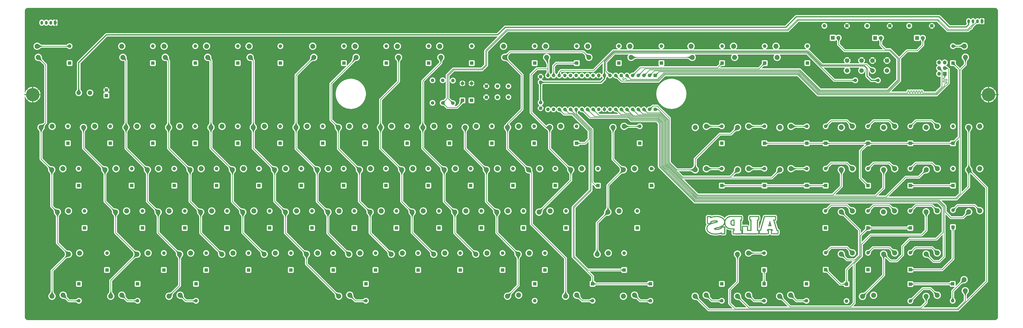
<source format=gbl>
G04 #@! TF.GenerationSoftware,KiCad,Pcbnew,5.1.6-c6e7f7d~87~ubuntu18.04.1*
G04 #@! TF.CreationDate,2020-08-05T12:53:25+02:00*
G04 #@! TF.ProjectId,aek2_usb,61656b32-5f75-4736-922e-6b696361645f,rev?*
G04 #@! TF.SameCoordinates,Original*
G04 #@! TF.FileFunction,Copper,L2,Bot*
G04 #@! TF.FilePolarity,Positive*
%FSLAX46Y46*%
G04 Gerber Fmt 4.6, Leading zero omitted, Abs format (unit mm)*
G04 Created by KiCad (PCBNEW 5.1.6-c6e7f7d~87~ubuntu18.04.1) date 2020-08-05 12:53:25*
%MOMM*%
%LPD*%
G01*
G04 APERTURE LIST*
G04 #@! TA.AperFunction,EtchedComponent*
%ADD10C,0.010000*%
G04 #@! TD*
G04 #@! TA.AperFunction,ComponentPad*
%ADD11C,2.250000*%
G04 #@! TD*
G04 #@! TA.AperFunction,ComponentPad*
%ADD12O,1.600000X1.600000*%
G04 #@! TD*
G04 #@! TA.AperFunction,ComponentPad*
%ADD13R,1.600000X1.600000*%
G04 #@! TD*
G04 #@! TA.AperFunction,ComponentPad*
%ADD14O,1.200000X1.750000*%
G04 #@! TD*
G04 #@! TA.AperFunction,ComponentPad*
%ADD15C,6.000000*%
G04 #@! TD*
G04 #@! TA.AperFunction,ComponentPad*
%ADD16C,1.500000*%
G04 #@! TD*
G04 #@! TA.AperFunction,ComponentPad*
%ADD17C,2.000000*%
G04 #@! TD*
G04 #@! TA.AperFunction,ComponentPad*
%ADD18C,1.600000*%
G04 #@! TD*
G04 #@! TA.AperFunction,ComponentPad*
%ADD19C,1.800000*%
G04 #@! TD*
G04 #@! TA.AperFunction,ComponentPad*
%ADD20R,1.800000X1.800000*%
G04 #@! TD*
G04 #@! TA.AperFunction,ComponentPad*
%ADD21O,1.700000X1.700000*%
G04 #@! TD*
G04 #@! TA.AperFunction,ComponentPad*
%ADD22R,1.700000X1.700000*%
G04 #@! TD*
G04 #@! TA.AperFunction,Conductor*
%ADD23C,0.500000*%
G04 #@! TD*
G04 #@! TA.AperFunction,Conductor*
%ADD24C,0.250000*%
G04 #@! TD*
G04 #@! TA.AperFunction,Conductor*
%ADD25C,0.200000*%
G04 #@! TD*
G04 #@! TA.AperFunction,Conductor*
%ADD26C,0.025400*%
G04 #@! TD*
G04 APERTURE END LIST*
D10*
G04 #@! TO.C,G\u002A\u002A\u002A*
G36*
X412060109Y-203539602D02*
G01*
X411618038Y-203542440D01*
X411256484Y-203547229D01*
X410973381Y-203554018D01*
X410766666Y-203562855D01*
X410634272Y-203573789D01*
X410576494Y-203585668D01*
X410478310Y-203661170D01*
X410426335Y-203735826D01*
X410407995Y-203820209D01*
X410394152Y-203970672D01*
X410384806Y-204168751D01*
X410379956Y-204395978D01*
X410379603Y-204633889D01*
X410383746Y-204864017D01*
X410392387Y-205067897D01*
X410405523Y-205227061D01*
X410423157Y-205323045D01*
X410426335Y-205331173D01*
X410520614Y-205443840D01*
X410667554Y-205513362D01*
X410783492Y-205528333D01*
X410887334Y-205528333D01*
X410887334Y-209804000D01*
X409744334Y-209804000D01*
X409744334Y-209022825D01*
X409742579Y-208711170D01*
X409735892Y-208472942D01*
X409722139Y-208296947D01*
X409699187Y-208171990D01*
X409664902Y-208086877D01*
X409617152Y-208030416D01*
X409553802Y-207991411D01*
X409547174Y-207988334D01*
X409464909Y-207971624D01*
X409301056Y-207958449D01*
X409058626Y-207948930D01*
X408740627Y-207943185D01*
X408364584Y-207941333D01*
X407285152Y-207941333D01*
X407181243Y-208045242D01*
X407146779Y-208081541D01*
X407120928Y-208119996D01*
X407102450Y-208172489D01*
X407090107Y-208250901D01*
X407082663Y-208367115D01*
X407078878Y-208533011D01*
X407077514Y-208760473D01*
X407077334Y-209042476D01*
X407077334Y-209935800D01*
X406983248Y-209869900D01*
X406874940Y-209818910D01*
X406792748Y-209804000D01*
X406696334Y-209804000D01*
X406696334Y-207687333D01*
X406696554Y-207206050D01*
X406697354Y-206802710D01*
X406698941Y-206470591D01*
X406701524Y-206202969D01*
X406705311Y-205993124D01*
X406710511Y-205834331D01*
X406717333Y-205719868D01*
X406725983Y-205643013D01*
X406736672Y-205597042D01*
X406749606Y-205575234D01*
X406761936Y-205570666D01*
X406898762Y-205534580D01*
X407026714Y-205443265D01*
X407111140Y-205322142D01*
X407115078Y-205311635D01*
X407132235Y-205220095D01*
X407146481Y-205062459D01*
X407156675Y-204857279D01*
X407161681Y-204623107D01*
X407162000Y-204546989D01*
X407158363Y-204244746D01*
X407145521Y-204015413D01*
X407131300Y-203919666D01*
X406781000Y-203919666D01*
X406781000Y-205189666D01*
X406315334Y-205189666D01*
X406315334Y-210185000D01*
X406781000Y-210185000D01*
X406781000Y-211370333D01*
X403267334Y-211370333D01*
X403267334Y-210185000D01*
X403690667Y-210185000D01*
X403690667Y-209137324D01*
X402687972Y-209118992D01*
X402341952Y-209111310D01*
X402074521Y-209102155D01*
X401879606Y-209091115D01*
X401751137Y-209077779D01*
X401683042Y-209061734D01*
X401668356Y-209049899D01*
X401628372Y-209018512D01*
X401610691Y-209024320D01*
X401540988Y-209031102D01*
X401497890Y-209018986D01*
X401398176Y-208989099D01*
X401320609Y-208974726D01*
X401235450Y-208949431D01*
X401201457Y-208919202D01*
X401157309Y-208894711D01*
X401126765Y-208900740D01*
X401074150Y-208896186D01*
X401066000Y-208874697D01*
X401040332Y-208845209D01*
X401023667Y-208851500D01*
X400984720Y-208846739D01*
X400981334Y-208830333D01*
X400955723Y-208802337D01*
X400940244Y-208808398D01*
X400877008Y-208807933D01*
X400783768Y-208772758D01*
X400694966Y-208720346D01*
X400645039Y-208668172D01*
X400642667Y-208657414D01*
X400617038Y-208632372D01*
X400602936Y-208638225D01*
X400553150Y-208627387D01*
X400519556Y-208587807D01*
X400484666Y-208541719D01*
X400474621Y-208546476D01*
X400448273Y-208535391D01*
X400381595Y-208478275D01*
X400291130Y-208391821D01*
X400193419Y-208292720D01*
X400105005Y-208197665D01*
X400042430Y-208123345D01*
X400022044Y-208089806D01*
X399983537Y-208041617D01*
X399947070Y-208016620D01*
X399901315Y-207967112D01*
X399903442Y-207938731D01*
X399896277Y-207901771D01*
X399880667Y-207899000D01*
X399853061Y-207873212D01*
X399859500Y-207856666D01*
X399854740Y-207817719D01*
X399838334Y-207814333D01*
X399810728Y-207788545D01*
X399817167Y-207772000D01*
X399810539Y-207733475D01*
X399791443Y-207729666D01*
X399759609Y-207714186D01*
X399765762Y-207703460D01*
X399761331Y-207657355D01*
X399728050Y-207613335D01*
X399685499Y-207537336D01*
X399686404Y-207491374D01*
X399681928Y-207440402D01*
X399662734Y-207433333D01*
X399634631Y-207399922D01*
X399638402Y-207350696D01*
X399636909Y-207277259D01*
X399614459Y-207252874D01*
X399596685Y-207208140D01*
X399581057Y-207098490D01*
X399568096Y-206942080D01*
X399558324Y-206757067D01*
X399552261Y-206561608D01*
X399550429Y-206373859D01*
X399553349Y-206211976D01*
X399561542Y-206094116D01*
X399575531Y-206038436D01*
X399579531Y-206036333D01*
X399602639Y-206002881D01*
X399597849Y-205956444D01*
X399600106Y-205878052D01*
X399621130Y-205849255D01*
X399647447Y-205792162D01*
X399641456Y-205759810D01*
X399643423Y-205706243D01*
X399663143Y-205697666D01*
X399690314Y-205666818D01*
X399684309Y-205634166D01*
X399681936Y-205579580D01*
X399697796Y-205570666D01*
X399730173Y-205534654D01*
X399742777Y-205476043D01*
X399765909Y-205395154D01*
X399794383Y-205366594D01*
X399820320Y-205326631D01*
X399814933Y-205313050D01*
X399822749Y-205277006D01*
X399838334Y-205274333D01*
X399868262Y-205251313D01*
X399863463Y-205238411D01*
X399873140Y-205185416D01*
X399926114Y-205111411D01*
X399975767Y-205047838D01*
X399978431Y-205020161D01*
X399977566Y-205020123D01*
X399984486Y-204996311D01*
X400042064Y-204936953D01*
X400071167Y-204911227D01*
X400137665Y-204850426D01*
X400154679Y-204826077D01*
X400145250Y-204829269D01*
X400098374Y-204845866D01*
X400110837Y-204816847D01*
X400184939Y-204738818D01*
X400246858Y-204679387D01*
X400327257Y-204609311D01*
X400370118Y-204583849D01*
X400370796Y-204597000D01*
X400374729Y-204609273D01*
X400420587Y-204565535D01*
X400448895Y-204533500D01*
X400516529Y-204464002D01*
X400555482Y-204442375D01*
X400559078Y-204448833D01*
X400576827Y-204453506D01*
X400604223Y-204416192D01*
X400655562Y-204365881D01*
X400687602Y-204365774D01*
X400724695Y-204359550D01*
X400727334Y-204344964D01*
X400763211Y-204304976D01*
X400853598Y-204250087D01*
X400972626Y-204192005D01*
X401094430Y-204142436D01*
X401193141Y-204113089D01*
X401239887Y-204112980D01*
X401274772Y-204104078D01*
X401277667Y-204086969D01*
X401307909Y-204055356D01*
X401336009Y-204059996D01*
X401413854Y-204055645D01*
X401436453Y-204040281D01*
X401502622Y-204010826D01*
X401616209Y-203988834D01*
X401655436Y-203984986D01*
X401771486Y-203971029D01*
X401847594Y-203952096D01*
X401858381Y-203945730D01*
X401904327Y-203940971D01*
X402027381Y-203936492D01*
X402219984Y-203932373D01*
X402474577Y-203928694D01*
X402783601Y-203925534D01*
X403139497Y-203922973D01*
X403534708Y-203921091D01*
X403961673Y-203919967D01*
X404332723Y-203919666D01*
X406781000Y-203919666D01*
X407131300Y-203919666D01*
X407120576Y-203847467D01*
X407080633Y-203729387D01*
X407022794Y-203649651D01*
X406944164Y-203596738D01*
X406920444Y-203586154D01*
X406872347Y-203574882D01*
X406783732Y-203565488D01*
X406649503Y-203557901D01*
X406464562Y-203552048D01*
X406223813Y-203547859D01*
X405922160Y-203545262D01*
X405554505Y-203544184D01*
X405115752Y-203544556D01*
X404600805Y-203546304D01*
X404216486Y-203548178D01*
X401637500Y-203561968D01*
X401264651Y-203677836D01*
X401069509Y-203742938D01*
X400879039Y-203813986D01*
X400726599Y-203878332D01*
X400693151Y-203894498D01*
X400293222Y-204143127D01*
X399941681Y-204455064D01*
X399648979Y-204819670D01*
X399460775Y-205149279D01*
X399348662Y-205384058D01*
X399201915Y-205132674D01*
X398962261Y-204799715D01*
X398651699Y-204494520D01*
X398305038Y-204243191D01*
X398036963Y-204088213D01*
X397766560Y-203959495D01*
X397469773Y-203847294D01*
X397122547Y-203741865D01*
X396959667Y-203698243D01*
X396739755Y-203644633D01*
X396543201Y-203606472D01*
X396343396Y-203580324D01*
X396113727Y-203562758D01*
X395827585Y-203550338D01*
X395808379Y-203549693D01*
X395315989Y-203544940D01*
X394873702Y-203567832D01*
X394450570Y-203621535D01*
X394015645Y-203709215D01*
X393848167Y-203750232D01*
X393655016Y-203800329D01*
X393487994Y-203845258D01*
X393366767Y-203879629D01*
X393314467Y-203896496D01*
X393252935Y-203890839D01*
X393199791Y-203811091D01*
X393194419Y-203798505D01*
X393153547Y-203722049D01*
X393095379Y-203665219D01*
X393008374Y-203625572D01*
X392880990Y-203600663D01*
X392701686Y-203588047D01*
X392458920Y-203585281D01*
X392203583Y-203588664D01*
X391973620Y-203590774D01*
X391786559Y-203592670D01*
X391637934Y-203602274D01*
X391523281Y-203627509D01*
X391438133Y-203676301D01*
X391378026Y-203756570D01*
X391338495Y-203876242D01*
X391315074Y-204043239D01*
X391303298Y-204265484D01*
X391298702Y-204550902D01*
X391296821Y-204907415D01*
X391294750Y-205201368D01*
X391291800Y-205662847D01*
X391292590Y-206042081D01*
X391297170Y-206341411D01*
X391305593Y-206563180D01*
X391317909Y-206709727D01*
X391329182Y-206769864D01*
X391383492Y-206886166D01*
X391474626Y-206967876D01*
X391614683Y-207019852D01*
X391815764Y-207046951D01*
X392037057Y-207054028D01*
X392213296Y-207055449D01*
X392315644Y-207059786D01*
X392354878Y-207070114D01*
X392341775Y-207089509D01*
X392287110Y-207121045D01*
X392281834Y-207123879D01*
X391977108Y-207324863D01*
X391694781Y-207581854D01*
X391452194Y-207875245D01*
X391266688Y-208185425D01*
X391197345Y-208350197D01*
X391126100Y-208629171D01*
X391088694Y-208948719D01*
X391086783Y-209273373D01*
X391122020Y-209567665D01*
X391137428Y-209634666D01*
X391281394Y-210025675D01*
X391500892Y-210392618D01*
X391788294Y-210727349D01*
X392135978Y-211021724D01*
X392536316Y-211267596D01*
X392767028Y-211375370D01*
X393159669Y-211515770D01*
X393611246Y-211635663D01*
X394097584Y-211730701D01*
X394594507Y-211796535D01*
X395077840Y-211828815D01*
X395300252Y-211831089D01*
X395492989Y-211827844D01*
X395657841Y-211822936D01*
X395774091Y-211817105D01*
X395816667Y-211812627D01*
X395883168Y-211800649D01*
X396012715Y-211778982D01*
X396184703Y-211751029D01*
X396324667Y-211728698D01*
X396568890Y-211685668D01*
X396837877Y-211631439D01*
X397086062Y-211575398D01*
X397166460Y-211555314D01*
X397336151Y-211512583D01*
X397470759Y-211481085D01*
X397552424Y-211464866D01*
X397568627Y-211464237D01*
X397615014Y-211561893D01*
X397671401Y-211634736D01*
X397749872Y-211686072D01*
X397862513Y-211719207D01*
X398021410Y-211737446D01*
X398238646Y-211744094D01*
X398526309Y-211742458D01*
X398582678Y-211741601D01*
X399295522Y-211730166D01*
X399397595Y-211611389D01*
X399499667Y-211492612D01*
X399499667Y-208618666D01*
X399118667Y-208618666D01*
X399118667Y-211370333D01*
X397933334Y-211370333D01*
X397933334Y-211118831D01*
X397926720Y-210980176D01*
X397909577Y-210878316D01*
X397891000Y-210841166D01*
X397851920Y-210842898D01*
X397848667Y-210856982D01*
X397813656Y-210898597D01*
X397735113Y-210937940D01*
X397652777Y-210957417D01*
X397626417Y-210955387D01*
X397596066Y-210979066D01*
X397594667Y-210991831D01*
X397568732Y-211017114D01*
X397552334Y-211010500D01*
X397513439Y-211016390D01*
X397510000Y-211033697D01*
X397479540Y-211064749D01*
X397449236Y-211059740D01*
X397388747Y-211059601D01*
X397375152Y-211075130D01*
X397327723Y-211108737D01*
X397256000Y-211125669D01*
X397165656Y-211147129D01*
X397124922Y-211171806D01*
X397069553Y-211196467D01*
X396966004Y-211212764D01*
X396945196Y-211214139D01*
X396844650Y-211228242D01*
X396792537Y-211252888D01*
X396790524Y-211258851D01*
X396755153Y-211279387D01*
X396684500Y-211275305D01*
X396605884Y-211273400D01*
X396578667Y-211294566D01*
X396543410Y-211320628D01*
X396483417Y-211321752D01*
X396387055Y-211323945D01*
X396340881Y-211338908D01*
X396275850Y-211357273D01*
X396154731Y-211375188D01*
X396030768Y-211386659D01*
X395888748Y-211400347D01*
X395782932Y-211417612D01*
X395740632Y-211432257D01*
X395690185Y-211441176D01*
X395572270Y-211445745D01*
X395403987Y-211445722D01*
X395202433Y-211440864D01*
X395182912Y-211440169D01*
X394963531Y-211432397D01*
X394760636Y-211425658D01*
X394597099Y-211420685D01*
X394497184Y-211418232D01*
X394388396Y-211406091D01*
X394320944Y-211379484D01*
X394315911Y-211373694D01*
X394260010Y-211349297D01*
X394227811Y-211355544D01*
X394137638Y-211360283D01*
X394091584Y-211347401D01*
X393988256Y-211325026D01*
X393922250Y-211324735D01*
X393848266Y-211316577D01*
X393827000Y-211292659D01*
X393793609Y-211267778D01*
X393747112Y-211272151D01*
X393668720Y-211269894D01*
X393639922Y-211248870D01*
X393582829Y-211222553D01*
X393550478Y-211228544D01*
X393496636Y-211231016D01*
X393488237Y-211216112D01*
X393451205Y-211189614D01*
X393361721Y-211175303D01*
X393356768Y-211175099D01*
X393255948Y-211160705D01*
X393198114Y-211132766D01*
X393137348Y-211094932D01*
X393086167Y-211080705D01*
X393010246Y-211051956D01*
X392987301Y-211027525D01*
X392946889Y-211007284D01*
X392934385Y-211012734D01*
X392898340Y-211004917D01*
X392895667Y-210989333D01*
X392870935Y-210960562D01*
X392856747Y-210966057D01*
X392799433Y-210959798D01*
X392755953Y-210928238D01*
X392695542Y-210889163D01*
X392667874Y-210892571D01*
X392643976Y-210885818D01*
X392641667Y-210866890D01*
X392616834Y-210835020D01*
X392599334Y-210841166D01*
X392560324Y-210837810D01*
X392557000Y-210822498D01*
X392529565Y-210787158D01*
X392517655Y-210788249D01*
X392464229Y-210767212D01*
X392408682Y-210714166D01*
X392367482Y-210672979D01*
X392366501Y-210693000D01*
X392362921Y-210706576D01*
X392320028Y-210661706D01*
X392302451Y-210639865D01*
X392233756Y-210567567D01*
X392183800Y-210541405D01*
X392179019Y-210542968D01*
X392133775Y-210526932D01*
X392054374Y-210464010D01*
X392005071Y-210416186D01*
X391929868Y-210332186D01*
X391894362Y-210279181D01*
X391897219Y-210269666D01*
X391893362Y-210246976D01*
X391837853Y-210191810D01*
X391831440Y-210186408D01*
X391771611Y-210128940D01*
X391761490Y-210101984D01*
X391763250Y-210101741D01*
X391760508Y-210075678D01*
X391709554Y-210014888D01*
X391708790Y-210014122D01*
X391653903Y-209940837D01*
X391645554Y-209890738D01*
X391638098Y-209845039D01*
X391627155Y-209839365D01*
X391587382Y-209790798D01*
X391572750Y-209740500D01*
X391545755Y-209642800D01*
X391526694Y-209602916D01*
X391512004Y-209529844D01*
X391519834Y-209507666D01*
X391517060Y-209468631D01*
X391502194Y-209465333D01*
X391482830Y-209426778D01*
X391471614Y-209325298D01*
X391467840Y-209182170D01*
X391470799Y-209018671D01*
X391479784Y-208856077D01*
X391494086Y-208715667D01*
X391512999Y-208618717D01*
X391531424Y-208586580D01*
X391560635Y-208540981D01*
X391555260Y-208510098D01*
X391559814Y-208457483D01*
X391581303Y-208449333D01*
X391610791Y-208423665D01*
X391604500Y-208407000D01*
X391609261Y-208368053D01*
X391625667Y-208364666D01*
X391653273Y-208338879D01*
X391646834Y-208322333D01*
X391651595Y-208283386D01*
X391668000Y-208280000D01*
X391695607Y-208254212D01*
X391689167Y-208237666D01*
X391693928Y-208198719D01*
X391710334Y-208195333D01*
X391738612Y-208169874D01*
X391732813Y-208155124D01*
X391745231Y-208107348D01*
X391795000Y-208068333D01*
X391854452Y-208020330D01*
X391861333Y-207988250D01*
X391877347Y-207942678D01*
X391941095Y-207863327D01*
X391993505Y-207810457D01*
X392073313Y-207741019D01*
X392115449Y-207716388D01*
X392115796Y-207729666D01*
X392119729Y-207741940D01*
X392165587Y-207698202D01*
X392193895Y-207666166D01*
X392261529Y-207596669D01*
X392300482Y-207575042D01*
X392304078Y-207581500D01*
X392321827Y-207586173D01*
X392349223Y-207548859D01*
X392400562Y-207498548D01*
X392432602Y-207498441D01*
X392469562Y-207491276D01*
X392472334Y-207475666D01*
X392498121Y-207448060D01*
X392514667Y-207454500D01*
X392553614Y-207449739D01*
X392557000Y-207433333D01*
X392582788Y-207405727D01*
X392599334Y-207412166D01*
X392638281Y-207407405D01*
X392641667Y-207391000D01*
X392667455Y-207363393D01*
X392684000Y-207369833D01*
X392722947Y-207365072D01*
X392726334Y-207348666D01*
X392750951Y-207319818D01*
X392765051Y-207325265D01*
X392811775Y-207321150D01*
X392817968Y-207310474D01*
X392866480Y-207272290D01*
X392916834Y-207257294D01*
X392996273Y-207234297D01*
X393022667Y-207217837D01*
X393076749Y-207187139D01*
X393186311Y-207143736D01*
X393327940Y-207094996D01*
X393478222Y-207048287D01*
X393613742Y-207010976D01*
X393711088Y-206990431D01*
X393745062Y-206990519D01*
X393781582Y-206982777D01*
X393784667Y-206965635D01*
X393815128Y-206934584D01*
X393845432Y-206939592D01*
X393906170Y-206943392D01*
X393919515Y-206931350D01*
X393964539Y-206903731D01*
X394067331Y-206864557D01*
X394204261Y-206820617D01*
X394351699Y-206778700D01*
X394486014Y-206745593D01*
X394583575Y-206728085D01*
X394619657Y-206730212D01*
X394668372Y-206729469D01*
X394698662Y-206710489D01*
X394775602Y-206678018D01*
X394891049Y-206658716D01*
X394903451Y-206657939D01*
X395002575Y-206643752D01*
X395052911Y-206618789D01*
X395054477Y-206613479D01*
X395088303Y-206592779D01*
X395137304Y-206598401D01*
X395209816Y-206599749D01*
X395232853Y-206581275D01*
X395279553Y-206551966D01*
X395375364Y-206533446D01*
X395382965Y-206532852D01*
X395476563Y-206516439D01*
X395519892Y-206489513D01*
X395520250Y-206486887D01*
X395551447Y-206467427D01*
X395582478Y-206474455D01*
X395650826Y-206473636D01*
X395670070Y-206457127D01*
X395720918Y-206434677D01*
X395734926Y-206440307D01*
X395771269Y-206432441D01*
X395774334Y-206415302D01*
X395805025Y-206384865D01*
X395837834Y-206390308D01*
X395892284Y-206390013D01*
X395901334Y-206371172D01*
X395927347Y-206347128D01*
X395943667Y-206353833D01*
X395982927Y-206356356D01*
X395986000Y-206345315D01*
X396011880Y-206292973D01*
X396074827Y-206212421D01*
X396081250Y-206205234D01*
X396158263Y-206066529D01*
X396165634Y-205992422D01*
X395732000Y-205992422D01*
X395691388Y-206021339D01*
X395572889Y-206066000D01*
X395381513Y-206124919D01*
X395122268Y-206196608D01*
X394800162Y-206279582D01*
X394589000Y-206331686D01*
X394341311Y-206394548D01*
X394079181Y-206465351D01*
X393837088Y-206534569D01*
X393678834Y-206583103D01*
X393510267Y-206636744D01*
X393372609Y-206679381D01*
X393285374Y-206705030D01*
X393266084Y-206709711D01*
X393248537Y-206673798D01*
X393237007Y-206577144D01*
X393234334Y-206486505D01*
X393234334Y-206259344D01*
X393477750Y-206170916D01*
X393893749Y-206041815D01*
X394322065Y-205949090D01*
X394743936Y-205894768D01*
X395140594Y-205880875D01*
X395493275Y-205909440D01*
X395636750Y-205937681D01*
X395710850Y-205967494D01*
X395732000Y-205992422D01*
X396165634Y-205992422D01*
X396173915Y-205909176D01*
X396127526Y-205764568D01*
X396091834Y-205717731D01*
X396021507Y-205658749D01*
X395975417Y-205644517D01*
X395945106Y-205629033D01*
X395943667Y-205616827D01*
X395912737Y-205591392D01*
X395880167Y-205597691D01*
X395825861Y-205594672D01*
X395816667Y-205572697D01*
X395790723Y-205543852D01*
X395772307Y-205550752D01*
X395698919Y-205559894D01*
X395655890Y-205548739D01*
X395538760Y-205521042D01*
X395360895Y-205502425D01*
X395145735Y-205492866D01*
X394916720Y-205492344D01*
X394697293Y-205500838D01*
X394510893Y-205518324D01*
X394380960Y-205544782D01*
X394366750Y-205549937D01*
X394271432Y-205563774D01*
X394230523Y-205555878D01*
X394161185Y-205558291D01*
X394141079Y-205576203D01*
X394082997Y-205603588D01*
X394033889Y-205599484D01*
X393969066Y-205600605D01*
X393954000Y-205621900D01*
X393920416Y-205647596D01*
X393869334Y-205643067D01*
X393801920Y-205642460D01*
X393784667Y-205663825D01*
X393753820Y-205689011D01*
X393722523Y-205682878D01*
X393656333Y-205680236D01*
X393638947Y-205693708D01*
X393588976Y-205723627D01*
X393487471Y-205762272D01*
X393365566Y-205800082D01*
X393254398Y-205827500D01*
X393185100Y-205834967D01*
X393181417Y-205834174D01*
X393149902Y-205854456D01*
X393149667Y-205858495D01*
X393113954Y-205893376D01*
X393025660Y-205936713D01*
X393001500Y-205945902D01*
X392853334Y-205999480D01*
X392853334Y-206671333D01*
X391668000Y-206671333D01*
X391668000Y-203962000D01*
X392853334Y-203962000D01*
X392853334Y-204234668D01*
X392859449Y-204379178D01*
X392875410Y-204487515D01*
X392895667Y-204533500D01*
X392934614Y-204528739D01*
X392938000Y-204512333D01*
X392963788Y-204484727D01*
X392980334Y-204491166D01*
X393019414Y-204489434D01*
X393022667Y-204475351D01*
X393057679Y-204433735D01*
X393136221Y-204394392D01*
X393218557Y-204374915D01*
X393244917Y-204376946D01*
X393276097Y-204354557D01*
X393276667Y-204347589D01*
X393312706Y-204312462D01*
X393398724Y-204274269D01*
X393501577Y-204246025D01*
X393551834Y-204239527D01*
X393614886Y-204208714D01*
X393618527Y-204204292D01*
X393674016Y-204178609D01*
X393774184Y-204162178D01*
X393777193Y-204161958D01*
X393869588Y-204145337D01*
X393911376Y-204117845D01*
X393911583Y-204115812D01*
X393945413Y-204095375D01*
X393996334Y-204101266D01*
X394063778Y-204102456D01*
X394081000Y-204082007D01*
X394116431Y-204053318D01*
X394176250Y-204049931D01*
X394287771Y-204043547D01*
X394345584Y-204027265D01*
X394437915Y-204010750D01*
X394478009Y-204017662D01*
X394556733Y-204011791D01*
X394582058Y-203994342D01*
X394636735Y-203978414D01*
X394757247Y-203964005D01*
X394928022Y-203951474D01*
X395133487Y-203941180D01*
X395358066Y-203933484D01*
X395586188Y-203928743D01*
X395802278Y-203927319D01*
X395990763Y-203929570D01*
X396136069Y-203935855D01*
X396222623Y-203946535D01*
X396240000Y-203956077D01*
X396273632Y-203979498D01*
X396324035Y-203974431D01*
X396431414Y-203971228D01*
X396482785Y-203984900D01*
X396583796Y-204008811D01*
X396627834Y-204008813D01*
X396703145Y-204023444D01*
X396724439Y-204042792D01*
X396780832Y-204068496D01*
X396808574Y-204063098D01*
X396876718Y-204069088D01*
X396894810Y-204086804D01*
X396943873Y-204115163D01*
X396959940Y-204109997D01*
X397017009Y-204111239D01*
X397125478Y-204136913D01*
X397258917Y-204178119D01*
X397390898Y-204225954D01*
X397494992Y-204271516D01*
X397544771Y-204305904D01*
X397545366Y-204307186D01*
X397585973Y-204325107D01*
X397598283Y-204319598D01*
X397634629Y-204326554D01*
X397637000Y-204340501D01*
X397659449Y-204377428D01*
X397668750Y-204376946D01*
X397740701Y-204382689D01*
X397825704Y-204415759D01*
X397884022Y-204458559D01*
X397891000Y-204475351D01*
X397917104Y-204497971D01*
X397933334Y-204491166D01*
X397972281Y-204495927D01*
X397975667Y-204512333D01*
X398000857Y-204540793D01*
X398015399Y-204535108D01*
X398065184Y-204545945D01*
X398098778Y-204585526D01*
X398133696Y-204628156D01*
X398144361Y-204618166D01*
X398163155Y-204610694D01*
X398186438Y-204639333D01*
X398240365Y-204694059D01*
X398265684Y-204702833D01*
X398317926Y-204731853D01*
X398391850Y-204802345D01*
X398397454Y-204808666D01*
X398451341Y-204864805D01*
X398466280Y-204868518D01*
X398463227Y-204861583D01*
X398447359Y-204813074D01*
X398481084Y-204829943D01*
X398561911Y-204910815D01*
X398571538Y-204921326D01*
X398621918Y-204985360D01*
X398621881Y-205007091D01*
X398610667Y-205003093D01*
X398600847Y-205008897D01*
X398645507Y-205057666D01*
X398693735Y-205102100D01*
X398773194Y-205177846D01*
X398810734Y-205224659D01*
X398808502Y-205232000D01*
X398810715Y-205258041D01*
X398859708Y-205321070D01*
X398863018Y-205324649D01*
X398946402Y-205458714D01*
X398954347Y-205581250D01*
X398981961Y-205611439D01*
X398996196Y-205613000D01*
X399024792Y-205643683D01*
X399019212Y-205675144D01*
X399016169Y-205741082D01*
X399029287Y-205758253D01*
X399045701Y-205806684D01*
X399057507Y-205913846D01*
X399064530Y-206057142D01*
X399066595Y-206213971D01*
X399063528Y-206361737D01*
X399055154Y-206477840D01*
X399041298Y-206539682D01*
X399035364Y-206544333D01*
X399015657Y-206578113D01*
X399021734Y-206629000D01*
X399021162Y-206696352D01*
X398997933Y-206713666D01*
X398970413Y-206744497D01*
X398976358Y-206777166D01*
X398974496Y-206831534D01*
X398953863Y-206840666D01*
X398916335Y-206862177D01*
X398917066Y-206872416D01*
X398909643Y-206935854D01*
X398874375Y-207029731D01*
X398827025Y-207120610D01*
X398783358Y-207175058D01*
X398772366Y-207179333D01*
X398751302Y-207205282D01*
X398757521Y-207219542D01*
X398745104Y-207267317D01*
X398695334Y-207306333D01*
X398635936Y-207354417D01*
X398629143Y-207386645D01*
X398616153Y-207432906D01*
X398560813Y-207502828D01*
X398487636Y-207572515D01*
X398421137Y-207618075D01*
X398388912Y-207620800D01*
X398352979Y-207632788D01*
X398315640Y-207684893D01*
X398266510Y-207745221D01*
X398231979Y-207752262D01*
X398189233Y-207765138D01*
X398170902Y-207796092D01*
X398128948Y-207839680D01*
X398102966Y-207835684D01*
X398063805Y-207840156D01*
X398060334Y-207856666D01*
X398034546Y-207884272D01*
X398018000Y-207877833D01*
X397979054Y-207882594D01*
X397975667Y-207899000D01*
X397949880Y-207926606D01*
X397933334Y-207920166D01*
X397894387Y-207924927D01*
X397891000Y-207941333D01*
X397865213Y-207968939D01*
X397848667Y-207962500D01*
X397809587Y-207964232D01*
X397806334Y-207978315D01*
X397770793Y-208022935D01*
X397690627Y-208056971D01*
X397620567Y-208064211D01*
X397566619Y-208091936D01*
X397553258Y-208109171D01*
X397490694Y-208151160D01*
X397432108Y-208164129D01*
X397359592Y-208184454D01*
X397340667Y-208208871D01*
X397309510Y-208229455D01*
X397277167Y-208222357D01*
X397222766Y-208223602D01*
X397213667Y-208243524D01*
X397182819Y-208270696D01*
X397150167Y-208264691D01*
X397095766Y-208265935D01*
X397086667Y-208285857D01*
X397056044Y-208313603D01*
X397025902Y-208308074D01*
X396965353Y-208307066D01*
X396951819Y-208321753D01*
X396904714Y-208352001D01*
X396811500Y-208372291D01*
X396713820Y-208391356D01*
X396661186Y-208417016D01*
X396606264Y-208443479D01*
X396511105Y-208462076D01*
X396402611Y-208482167D01*
X396333336Y-208507475D01*
X396262466Y-208521648D01*
X396242926Y-208514641D01*
X396188917Y-208520571D01*
X396175144Y-208536195D01*
X396116860Y-208564960D01*
X396088908Y-208559901D01*
X396021370Y-208564908D01*
X396003745Y-208581870D01*
X395945540Y-208609586D01*
X395898586Y-208605682D01*
X395828512Y-208605204D01*
X395808114Y-208622432D01*
X395761585Y-208652675D01*
X395667271Y-208673507D01*
X395666586Y-208673582D01*
X395557451Y-208693551D01*
X395486669Y-208719142D01*
X395413885Y-208732189D01*
X395393334Y-208724500D01*
X395354449Y-208730615D01*
X395351000Y-208748105D01*
X395317617Y-208779863D01*
X395266334Y-208775733D01*
X395198920Y-208775126D01*
X395181667Y-208796492D01*
X395150713Y-208821409D01*
X395118167Y-208815024D01*
X395063766Y-208816268D01*
X395054667Y-208836191D01*
X395023819Y-208863362D01*
X394991167Y-208857357D01*
X394936588Y-208855126D01*
X394927667Y-208871142D01*
X394893926Y-208906114D01*
X394820674Y-208944443D01*
X394749871Y-208966438D01*
X394727934Y-208964875D01*
X394695113Y-208988120D01*
X394624848Y-209051995D01*
X394600934Y-209075080D01*
X394517672Y-209180554D01*
X394496947Y-209287109D01*
X394499681Y-209317166D01*
X394528223Y-209420113D01*
X394578286Y-209518849D01*
X394634463Y-209589971D01*
X394681344Y-209610082D01*
X394689214Y-209605008D01*
X394713625Y-209611182D01*
X394716000Y-209630109D01*
X394739293Y-209663037D01*
X394755409Y-209657641D01*
X394809694Y-209663101D01*
X394821834Y-209677000D01*
X394872537Y-209702137D01*
X394888259Y-209696358D01*
X394955660Y-209692990D01*
X394977674Y-209702909D01*
X395041126Y-209716200D01*
X395167396Y-209725423D01*
X395334735Y-209730571D01*
X395521390Y-209731636D01*
X395705613Y-209728610D01*
X395865651Y-209721486D01*
X395979754Y-209710257D01*
X396012252Y-209703270D01*
X396109419Y-209682117D01*
X396244345Y-209663451D01*
X396286418Y-209659350D01*
X396416146Y-209644309D01*
X396516075Y-209626036D01*
X396536334Y-209620115D01*
X396671797Y-209577483D01*
X396807616Y-209545279D01*
X396915852Y-209529170D01*
X396966278Y-209532918D01*
X396999314Y-209522705D01*
X397002000Y-209505635D01*
X397032692Y-209475199D01*
X397065500Y-209480642D01*
X397119901Y-209479397D01*
X397129000Y-209459475D01*
X397159848Y-209432303D01*
X397192500Y-209438308D01*
X397247110Y-209441154D01*
X397256000Y-209425812D01*
X397291494Y-209387687D01*
X397372955Y-209349098D01*
X397462856Y-209323606D01*
X397523666Y-209324771D01*
X397527568Y-209327678D01*
X397550187Y-209319482D01*
X397552334Y-209300557D01*
X397577167Y-209268686D01*
X397594667Y-209274833D01*
X397633614Y-209270072D01*
X397637000Y-209253666D01*
X397661152Y-209224503D01*
X397674898Y-209229758D01*
X397719011Y-209217539D01*
X397739394Y-209183864D01*
X397773686Y-209137941D01*
X397792561Y-209141116D01*
X397835859Y-209134278D01*
X397879371Y-209094258D01*
X397915628Y-209057404D01*
X397908519Y-209084333D01*
X397898471Y-209122616D01*
X397913067Y-209115452D01*
X397931030Y-209058145D01*
X397939285Y-208945221D01*
X397937952Y-208850868D01*
X397930382Y-208687443D01*
X397552334Y-208687443D01*
X397548311Y-208762402D01*
X397525835Y-208816828D01*
X397469293Y-208865280D01*
X397363073Y-208922320D01*
X397237008Y-208981532D01*
X396998712Y-209076239D01*
X396716546Y-209164017D01*
X396411109Y-209240723D01*
X396103000Y-209302217D01*
X395812816Y-209344360D01*
X395561157Y-209363009D01*
X395377459Y-209355326D01*
X395236984Y-209342085D01*
X395134042Y-209338333D01*
X395047160Y-209327349D01*
X395012334Y-209301894D01*
X395047687Y-209271074D01*
X395155226Y-209226324D01*
X395337169Y-209166963D01*
X395595735Y-209092308D01*
X395933142Y-209001678D01*
X396273855Y-208914036D01*
X396530848Y-208847332D01*
X396784133Y-208778785D01*
X397011449Y-208714613D01*
X397190537Y-208661032D01*
X397258105Y-208639117D01*
X397552334Y-208539043D01*
X397552334Y-208687443D01*
X397930382Y-208687443D01*
X397927195Y-208618666D01*
X399118667Y-208618666D01*
X399499667Y-208618666D01*
X399499667Y-208445484D01*
X399395758Y-208341575D01*
X399348268Y-208298466D01*
X399296667Y-208269285D01*
X399224334Y-208251324D01*
X399114646Y-208241874D01*
X398950981Y-208238227D01*
X398758044Y-208237666D01*
X398224238Y-208237666D01*
X398491536Y-208055524D01*
X398694895Y-207892154D01*
X398890161Y-207692674D01*
X398965231Y-207600440D01*
X399064501Y-207472078D01*
X399145133Y-207373186D01*
X399193181Y-207320706D01*
X399198848Y-207316655D01*
X399223234Y-207348641D01*
X399263348Y-207443170D01*
X399311434Y-207581439D01*
X399322431Y-207616245D01*
X399490889Y-208019086D01*
X399731540Y-208384310D01*
X400038298Y-208706558D01*
X400405075Y-208980470D01*
X400825785Y-209200688D01*
X401294340Y-209361854D01*
X401309896Y-209365935D01*
X401480379Y-209406955D01*
X401644007Y-209437654D01*
X401820186Y-209460128D01*
X402028323Y-209476477D01*
X402287827Y-209488798D01*
X402515917Y-209496310D01*
X403309667Y-209519535D01*
X403309667Y-209661767D01*
X403299022Y-209761783D01*
X403258686Y-209800654D01*
X403227361Y-209804000D01*
X403141353Y-209830521D01*
X403039200Y-209895443D01*
X403026278Y-209906167D01*
X402907500Y-210008335D01*
X402907500Y-210772825D01*
X402907935Y-211045142D01*
X402910209Y-211245811D01*
X402915781Y-211387849D01*
X402926108Y-211484272D01*
X402942647Y-211548098D01*
X402966856Y-211592345D01*
X403000192Y-211630029D01*
X403003886Y-211633740D01*
X403100272Y-211730166D01*
X404937955Y-211742438D01*
X405393047Y-211745096D01*
X405771180Y-211746312D01*
X406080053Y-211745889D01*
X406327366Y-211743632D01*
X406520817Y-211739344D01*
X406668105Y-211732828D01*
X406776929Y-211723887D01*
X406854988Y-211712326D01*
X406909981Y-211697948D01*
X406926486Y-211691681D01*
X407023373Y-211639007D01*
X407074813Y-211587274D01*
X407077334Y-211576780D01*
X407103221Y-211567666D01*
X407167360Y-211610300D01*
X407186566Y-211627537D01*
X407295798Y-211730166D01*
X410869239Y-211741454D01*
X411514615Y-211743324D01*
X412080615Y-211744547D01*
X412572527Y-211745051D01*
X412995640Y-211744765D01*
X413355243Y-211743617D01*
X413656625Y-211741537D01*
X413905073Y-211738452D01*
X414105876Y-211734291D01*
X414264323Y-211728983D01*
X414385702Y-211722456D01*
X414475303Y-211714639D01*
X414538413Y-211705460D01*
X414580322Y-211694848D01*
X414589990Y-211691192D01*
X414699964Y-211654015D01*
X414783579Y-211658639D01*
X414861726Y-211691713D01*
X414902262Y-211706461D01*
X414964050Y-211718568D01*
X415054337Y-211728207D01*
X415180370Y-211735554D01*
X415349395Y-211740780D01*
X415568658Y-211744059D01*
X415845406Y-211745564D01*
X416186884Y-211745470D01*
X416600340Y-211743949D01*
X416962101Y-211741975D01*
X418938051Y-211730166D01*
X419040192Y-211611389D01*
X419077738Y-211564404D01*
X419104738Y-211515011D01*
X419122930Y-211449160D01*
X419134049Y-211352802D01*
X419139832Y-211211888D01*
X419142014Y-211012369D01*
X419142334Y-210784725D01*
X419140299Y-210492336D01*
X419132252Y-210272504D01*
X419115282Y-210113176D01*
X419086478Y-210002298D01*
X419042926Y-209927817D01*
X418981716Y-209877681D01*
X418915554Y-209845976D01*
X418921826Y-209832986D01*
X419006911Y-209822532D01*
X419164984Y-209814920D01*
X419390220Y-209810460D01*
X419608000Y-209809366D01*
X419881427Y-209811164D01*
X420092217Y-209816353D01*
X420234548Y-209824624D01*
X420302595Y-209835669D01*
X420300447Y-209845976D01*
X420222403Y-209885074D01*
X420164429Y-209938531D01*
X420123614Y-210018400D01*
X420097047Y-210136733D01*
X420081815Y-210305585D01*
X420075007Y-210537009D01*
X420073667Y-210784725D01*
X420074146Y-211045484D01*
X420076742Y-211235626D01*
X420083190Y-211369201D01*
X420095226Y-211460257D01*
X420114588Y-211522844D01*
X420143011Y-211571010D01*
X420175835Y-211611389D01*
X420278003Y-211730166D01*
X423289076Y-211730166D01*
X423406455Y-211612787D01*
X423523834Y-211495409D01*
X423523834Y-210185000D01*
X423164000Y-210185000D01*
X423164000Y-211370333D01*
X420475834Y-211370333D01*
X420475834Y-210185000D01*
X420693146Y-210185000D01*
X420826396Y-210179402D01*
X420897724Y-210157465D01*
X420929438Y-210111474D01*
X420932069Y-210102363D01*
X420934090Y-210029954D01*
X420916568Y-210007113D01*
X420886325Y-209960584D01*
X420865493Y-209866270D01*
X420865418Y-209865585D01*
X420845449Y-209756450D01*
X420819858Y-209685668D01*
X420806811Y-209612884D01*
X420814500Y-209592333D01*
X420811144Y-209553323D01*
X420795832Y-209550000D01*
X420756073Y-209515751D01*
X420751000Y-209486500D01*
X420741614Y-209467336D01*
X420707476Y-209452377D01*
X420639620Y-209441126D01*
X420529078Y-209433084D01*
X420366885Y-209427752D01*
X420144073Y-209424634D01*
X419851675Y-209423229D01*
X419608000Y-209423000D01*
X419267646Y-209423197D01*
X419002559Y-209424253D01*
X418803343Y-209426865D01*
X418660600Y-209431728D01*
X418564931Y-209439539D01*
X418506938Y-209450993D01*
X418477224Y-209466787D01*
X418466390Y-209487617D01*
X418465000Y-209507666D01*
X418446239Y-209576439D01*
X418420169Y-209592333D01*
X418394886Y-209618268D01*
X418401500Y-209634666D01*
X418406346Y-209704761D01*
X418396143Y-209728002D01*
X418368970Y-209805030D01*
X418350583Y-209907918D01*
X418329218Y-210002681D01*
X418297480Y-210050095D01*
X418297317Y-210050151D01*
X418275073Y-210093841D01*
X418281408Y-210124235D01*
X418335307Y-210165591D01*
X418460993Y-210183760D01*
X418522446Y-210185000D01*
X418740167Y-210185000D01*
X418740167Y-211370333D01*
X415036000Y-211370333D01*
X415036000Y-210185000D01*
X415290000Y-210185000D01*
X415431865Y-210181910D01*
X415508521Y-210168340D01*
X415539331Y-210137833D01*
X415544000Y-210100333D01*
X415557332Y-210031440D01*
X415575750Y-210015582D01*
X415600022Y-209978440D01*
X415616410Y-209888146D01*
X415617187Y-209878298D01*
X415635874Y-209779842D01*
X415668041Y-209727563D01*
X415670367Y-209726600D01*
X415696733Y-209688659D01*
X415692128Y-209676936D01*
X415691349Y-209616575D01*
X415719820Y-209521802D01*
X415752698Y-209419342D01*
X415760600Y-209348916D01*
X415778780Y-209300219D01*
X415794816Y-209296000D01*
X415820562Y-209265395D01*
X415814953Y-209236782D01*
X415818667Y-209168950D01*
X415835599Y-209150759D01*
X415861208Y-209094105D01*
X415855122Y-209061810D01*
X415852650Y-209007975D01*
X415867555Y-208999582D01*
X415895115Y-208962491D01*
X415912718Y-208872582D01*
X415913293Y-208865192D01*
X415929318Y-208764359D01*
X415954889Y-208707104D01*
X415955626Y-208706526D01*
X415983321Y-208650755D01*
X416002261Y-208555701D01*
X416020708Y-208458845D01*
X416044595Y-208407534D01*
X416069034Y-208353899D01*
X416086709Y-208258833D01*
X416108091Y-208164507D01*
X416139889Y-208117634D01*
X416162098Y-208077972D01*
X416157795Y-208068270D01*
X416157015Y-208007908D01*
X416185487Y-207913135D01*
X416218365Y-207810676D01*
X416226267Y-207740250D01*
X416238993Y-207691359D01*
X416251228Y-207687249D01*
X416276949Y-207650160D01*
X416293721Y-207560254D01*
X416294293Y-207552859D01*
X416310318Y-207452025D01*
X416335889Y-207394771D01*
X416336626Y-207394193D01*
X416364321Y-207338422D01*
X416383261Y-207243367D01*
X416401708Y-207146512D01*
X416425595Y-207095201D01*
X416450034Y-207041566D01*
X416467709Y-206946500D01*
X416488282Y-206852502D01*
X416518247Y-206806181D01*
X416538524Y-206762375D01*
X416531926Y-206732098D01*
X416534648Y-206679389D01*
X416554143Y-206671333D01*
X416582222Y-206640843D01*
X416576953Y-206612115D01*
X416580667Y-206544283D01*
X416597599Y-206526092D01*
X416623208Y-206469438D01*
X416617122Y-206437144D01*
X416614650Y-206383309D01*
X416629555Y-206374915D01*
X416657115Y-206337825D01*
X416674718Y-206247915D01*
X416675293Y-206240525D01*
X416691318Y-206139692D01*
X416716889Y-206082437D01*
X416717626Y-206081859D01*
X416745321Y-206026089D01*
X416764261Y-205931034D01*
X416782708Y-205834178D01*
X416806595Y-205782867D01*
X416831034Y-205729232D01*
X416848709Y-205634166D01*
X416869282Y-205540169D01*
X416899247Y-205493848D01*
X416919524Y-205450042D01*
X416912926Y-205419764D01*
X416911133Y-205366788D01*
X416925888Y-205358915D01*
X416953448Y-205321825D01*
X416971051Y-205231915D01*
X416971626Y-205224525D01*
X416987652Y-205123692D01*
X417013222Y-205066437D01*
X417013959Y-205065859D01*
X417041654Y-205010089D01*
X417060595Y-204915034D01*
X417079041Y-204818178D01*
X417102928Y-204766867D01*
X417127483Y-204713218D01*
X417145261Y-204618701D01*
X417163708Y-204521845D01*
X417187595Y-204470534D01*
X417212034Y-204416899D01*
X417229709Y-204321833D01*
X417250282Y-204227836D01*
X417280247Y-204181514D01*
X417300524Y-204137709D01*
X417293926Y-204107431D01*
X417296648Y-204054722D01*
X417316143Y-204046666D01*
X417343314Y-204015818D01*
X417337309Y-203983166D01*
X417339647Y-203969406D01*
X417362246Y-203957754D01*
X417411364Y-203948042D01*
X417493261Y-203940099D01*
X417614193Y-203933753D01*
X417780420Y-203928835D01*
X417998199Y-203925173D01*
X418273789Y-203922598D01*
X418613448Y-203920938D01*
X419023434Y-203920023D01*
X419510006Y-203919682D01*
X419666971Y-203919666D01*
X422021000Y-203919666D01*
X422021000Y-205147333D01*
X421091763Y-205147333D01*
X421133351Y-205256719D01*
X421156227Y-205350324D01*
X421150972Y-205404885D01*
X421159237Y-205440667D01*
X421176365Y-205443666D01*
X421206801Y-205474358D01*
X421201358Y-205507166D01*
X421198241Y-205561789D01*
X421213284Y-205570666D01*
X421242315Y-205607427D01*
X421274609Y-205697061D01*
X421301681Y-205808591D01*
X421315044Y-205911044D01*
X421314768Y-205941083D01*
X421337311Y-205990076D01*
X421352900Y-205994000D01*
X421377183Y-206024984D01*
X421370692Y-206057500D01*
X421367574Y-206112123D01*
X421382618Y-206121000D01*
X421411648Y-206157761D01*
X421443942Y-206247394D01*
X421471014Y-206358925D01*
X421484378Y-206461377D01*
X421484102Y-206491416D01*
X421506644Y-206540410D01*
X421522233Y-206544333D01*
X421546516Y-206575317D01*
X421540025Y-206607833D01*
X421536907Y-206662456D01*
X421551951Y-206671333D01*
X421580981Y-206708094D01*
X421613276Y-206797727D01*
X421640348Y-206909258D01*
X421653711Y-207011711D01*
X421653435Y-207041750D01*
X421675977Y-207090743D01*
X421691567Y-207094666D01*
X421715849Y-207125650D01*
X421709358Y-207158166D01*
X421706241Y-207212789D01*
X421721284Y-207221666D01*
X421750315Y-207258427D01*
X421782609Y-207348061D01*
X421809681Y-207459591D01*
X421823044Y-207562044D01*
X421822768Y-207592083D01*
X421845311Y-207641076D01*
X421860900Y-207645000D01*
X421885183Y-207675984D01*
X421878692Y-207708500D01*
X421878685Y-207762965D01*
X421897185Y-207772000D01*
X421931357Y-207804267D01*
X421931401Y-207824916D01*
X421940338Y-207899732D01*
X421972181Y-207997802D01*
X422000122Y-208094389D01*
X421997638Y-208156552D01*
X422005904Y-208192334D01*
X422023031Y-208195333D01*
X422053468Y-208226024D01*
X422048025Y-208258833D01*
X422048019Y-208313299D01*
X422066518Y-208322333D01*
X422100690Y-208354600D01*
X422100734Y-208375250D01*
X422109672Y-208450065D01*
X422141514Y-208548135D01*
X422169455Y-208644723D01*
X422166972Y-208706885D01*
X422175237Y-208742667D01*
X422192365Y-208745666D01*
X422222801Y-208776358D01*
X422217358Y-208809166D01*
X422217352Y-208863632D01*
X422235852Y-208872666D01*
X422270023Y-208904934D01*
X422270067Y-208925583D01*
X422279005Y-209000398D01*
X422310848Y-209098469D01*
X422338788Y-209195056D01*
X422336305Y-209257219D01*
X422344570Y-209293001D01*
X422361698Y-209296000D01*
X422392135Y-209326691D01*
X422386692Y-209359500D01*
X422386685Y-209413965D01*
X422405185Y-209423000D01*
X422439357Y-209455267D01*
X422439401Y-209475916D01*
X422448338Y-209550732D01*
X422480181Y-209648802D01*
X422508122Y-209745389D01*
X422505638Y-209807552D01*
X422513904Y-209843334D01*
X422531031Y-209846333D01*
X422561468Y-209877024D01*
X422556025Y-209909833D01*
X422557269Y-209964234D01*
X422577192Y-209973333D01*
X422605462Y-210003744D01*
X422600338Y-210031674D01*
X422604222Y-210110313D01*
X422687284Y-210160895D01*
X422849889Y-210183595D01*
X422918467Y-210185000D01*
X423164000Y-210185000D01*
X423523834Y-210185000D01*
X423523834Y-210059924D01*
X423412400Y-209948490D01*
X423255261Y-209848313D01*
X423115000Y-209816095D01*
X422929033Y-209795134D01*
X422283901Y-207693483D01*
X422159743Y-207288382D01*
X422043464Y-206907763D01*
X421937379Y-206559293D01*
X421843804Y-206250639D01*
X421765057Y-205989469D01*
X421703453Y-205783450D01*
X421661309Y-205640248D01*
X421640941Y-205567531D01*
X421639385Y-205560083D01*
X421677649Y-205541194D01*
X421773812Y-205529826D01*
X421831860Y-205528333D01*
X421988457Y-205514261D01*
X422137632Y-205479333D01*
X422167845Y-205468114D01*
X422250184Y-205422175D01*
X422311816Y-205355120D01*
X422355131Y-205255907D01*
X422382518Y-205113492D01*
X422396367Y-204916831D01*
X422399069Y-204654880D01*
X422395389Y-204416709D01*
X422389153Y-204164231D01*
X422381875Y-203982167D01*
X422371478Y-203856272D01*
X422355882Y-203772300D01*
X422333010Y-203716003D01*
X422300783Y-203673138D01*
X422284429Y-203656184D01*
X422188025Y-203559833D01*
X419745074Y-203548230D01*
X419208072Y-203545846D01*
X418749302Y-203544447D01*
X418362331Y-203544428D01*
X418040727Y-203546183D01*
X417778057Y-203550105D01*
X417567889Y-203556587D01*
X417403790Y-203566024D01*
X417279327Y-203578809D01*
X417188067Y-203595337D01*
X417123579Y-203615999D01*
X417079429Y-203641191D01*
X417049184Y-203671306D01*
X417026413Y-203706738D01*
X417021978Y-203714892D01*
X417005399Y-203763882D01*
X416967628Y-203886140D01*
X416910940Y-204073886D01*
X416837608Y-204319342D01*
X416749907Y-204614730D01*
X416650109Y-204952272D01*
X416540490Y-205324189D01*
X416423323Y-205722704D01*
X416300881Y-206140037D01*
X416175440Y-206568411D01*
X416049272Y-207000046D01*
X415924652Y-207427166D01*
X415803853Y-207841991D01*
X415689150Y-208236743D01*
X415582816Y-208603644D01*
X415487125Y-208934916D01*
X415404351Y-209222779D01*
X415336768Y-209459457D01*
X415286651Y-209637170D01*
X415256272Y-209748140D01*
X415247667Y-209784256D01*
X415210589Y-209797775D01*
X415120299Y-209804187D01*
X415110084Y-209804260D01*
X414969150Y-209824997D01*
X414852056Y-209867340D01*
X414759248Y-209906472D01*
X414692335Y-209898133D01*
X414641553Y-209867079D01*
X414534168Y-209821704D01*
X414412748Y-209804000D01*
X414274000Y-209804000D01*
X414274000Y-205528333D01*
X414381936Y-205528333D01*
X414550540Y-205493342D01*
X414691722Y-205400288D01*
X414777411Y-205269302D01*
X414796974Y-205166579D01*
X414811105Y-204999966D01*
X414819803Y-204790065D01*
X414823068Y-204557479D01*
X414820901Y-204322809D01*
X414813302Y-204106658D01*
X414800270Y-203929629D01*
X414798702Y-203919666D01*
X414443334Y-203919666D01*
X414443334Y-205147333D01*
X413850667Y-205147333D01*
X413850667Y-210185000D01*
X414443334Y-210185000D01*
X414443334Y-211370333D01*
X407458334Y-211370333D01*
X407458334Y-208343500D01*
X409363334Y-208343500D01*
X409363334Y-210185000D01*
X411268334Y-210185000D01*
X411268334Y-205147333D01*
X410760334Y-205147333D01*
X410760334Y-203919666D01*
X414443334Y-203919666D01*
X414798702Y-203919666D01*
X414781806Y-203812322D01*
X414777411Y-203797697D01*
X414755810Y-203739105D01*
X414730574Y-203690090D01*
X414694467Y-203649798D01*
X414640254Y-203617374D01*
X414560701Y-203591963D01*
X414448574Y-203572711D01*
X414296637Y-203558763D01*
X414097656Y-203549264D01*
X413844397Y-203543359D01*
X413529625Y-203540195D01*
X413146105Y-203538916D01*
X412686602Y-203538667D01*
X412584761Y-203538666D01*
X412060109Y-203539602D01*
G37*
X412060109Y-203539602D02*
X411618038Y-203542440D01*
X411256484Y-203547229D01*
X410973381Y-203554018D01*
X410766666Y-203562855D01*
X410634272Y-203573789D01*
X410576494Y-203585668D01*
X410478310Y-203661170D01*
X410426335Y-203735826D01*
X410407995Y-203820209D01*
X410394152Y-203970672D01*
X410384806Y-204168751D01*
X410379956Y-204395978D01*
X410379603Y-204633889D01*
X410383746Y-204864017D01*
X410392387Y-205067897D01*
X410405523Y-205227061D01*
X410423157Y-205323045D01*
X410426335Y-205331173D01*
X410520614Y-205443840D01*
X410667554Y-205513362D01*
X410783492Y-205528333D01*
X410887334Y-205528333D01*
X410887334Y-209804000D01*
X409744334Y-209804000D01*
X409744334Y-209022825D01*
X409742579Y-208711170D01*
X409735892Y-208472942D01*
X409722139Y-208296947D01*
X409699187Y-208171990D01*
X409664902Y-208086877D01*
X409617152Y-208030416D01*
X409553802Y-207991411D01*
X409547174Y-207988334D01*
X409464909Y-207971624D01*
X409301056Y-207958449D01*
X409058626Y-207948930D01*
X408740627Y-207943185D01*
X408364584Y-207941333D01*
X407285152Y-207941333D01*
X407181243Y-208045242D01*
X407146779Y-208081541D01*
X407120928Y-208119996D01*
X407102450Y-208172489D01*
X407090107Y-208250901D01*
X407082663Y-208367115D01*
X407078878Y-208533011D01*
X407077514Y-208760473D01*
X407077334Y-209042476D01*
X407077334Y-209935800D01*
X406983248Y-209869900D01*
X406874940Y-209818910D01*
X406792748Y-209804000D01*
X406696334Y-209804000D01*
X406696334Y-207687333D01*
X406696554Y-207206050D01*
X406697354Y-206802710D01*
X406698941Y-206470591D01*
X406701524Y-206202969D01*
X406705311Y-205993124D01*
X406710511Y-205834331D01*
X406717333Y-205719868D01*
X406725983Y-205643013D01*
X406736672Y-205597042D01*
X406749606Y-205575234D01*
X406761936Y-205570666D01*
X406898762Y-205534580D01*
X407026714Y-205443265D01*
X407111140Y-205322142D01*
X407115078Y-205311635D01*
X407132235Y-205220095D01*
X407146481Y-205062459D01*
X407156675Y-204857279D01*
X407161681Y-204623107D01*
X407162000Y-204546989D01*
X407158363Y-204244746D01*
X407145521Y-204015413D01*
X407131300Y-203919666D01*
X406781000Y-203919666D01*
X406781000Y-205189666D01*
X406315334Y-205189666D01*
X406315334Y-210185000D01*
X406781000Y-210185000D01*
X406781000Y-211370333D01*
X403267334Y-211370333D01*
X403267334Y-210185000D01*
X403690667Y-210185000D01*
X403690667Y-209137324D01*
X402687972Y-209118992D01*
X402341952Y-209111310D01*
X402074521Y-209102155D01*
X401879606Y-209091115D01*
X401751137Y-209077779D01*
X401683042Y-209061734D01*
X401668356Y-209049899D01*
X401628372Y-209018512D01*
X401610691Y-209024320D01*
X401540988Y-209031102D01*
X401497890Y-209018986D01*
X401398176Y-208989099D01*
X401320609Y-208974726D01*
X401235450Y-208949431D01*
X401201457Y-208919202D01*
X401157309Y-208894711D01*
X401126765Y-208900740D01*
X401074150Y-208896186D01*
X401066000Y-208874697D01*
X401040332Y-208845209D01*
X401023667Y-208851500D01*
X400984720Y-208846739D01*
X400981334Y-208830333D01*
X400955723Y-208802337D01*
X400940244Y-208808398D01*
X400877008Y-208807933D01*
X400783768Y-208772758D01*
X400694966Y-208720346D01*
X400645039Y-208668172D01*
X400642667Y-208657414D01*
X400617038Y-208632372D01*
X400602936Y-208638225D01*
X400553150Y-208627387D01*
X400519556Y-208587807D01*
X400484666Y-208541719D01*
X400474621Y-208546476D01*
X400448273Y-208535391D01*
X400381595Y-208478275D01*
X400291130Y-208391821D01*
X400193419Y-208292720D01*
X400105005Y-208197665D01*
X400042430Y-208123345D01*
X400022044Y-208089806D01*
X399983537Y-208041617D01*
X399947070Y-208016620D01*
X399901315Y-207967112D01*
X399903442Y-207938731D01*
X399896277Y-207901771D01*
X399880667Y-207899000D01*
X399853061Y-207873212D01*
X399859500Y-207856666D01*
X399854740Y-207817719D01*
X399838334Y-207814333D01*
X399810728Y-207788545D01*
X399817167Y-207772000D01*
X399810539Y-207733475D01*
X399791443Y-207729666D01*
X399759609Y-207714186D01*
X399765762Y-207703460D01*
X399761331Y-207657355D01*
X399728050Y-207613335D01*
X399685499Y-207537336D01*
X399686404Y-207491374D01*
X399681928Y-207440402D01*
X399662734Y-207433333D01*
X399634631Y-207399922D01*
X399638402Y-207350696D01*
X399636909Y-207277259D01*
X399614459Y-207252874D01*
X399596685Y-207208140D01*
X399581057Y-207098490D01*
X399568096Y-206942080D01*
X399558324Y-206757067D01*
X399552261Y-206561608D01*
X399550429Y-206373859D01*
X399553349Y-206211976D01*
X399561542Y-206094116D01*
X399575531Y-206038436D01*
X399579531Y-206036333D01*
X399602639Y-206002881D01*
X399597849Y-205956444D01*
X399600106Y-205878052D01*
X399621130Y-205849255D01*
X399647447Y-205792162D01*
X399641456Y-205759810D01*
X399643423Y-205706243D01*
X399663143Y-205697666D01*
X399690314Y-205666818D01*
X399684309Y-205634166D01*
X399681936Y-205579580D01*
X399697796Y-205570666D01*
X399730173Y-205534654D01*
X399742777Y-205476043D01*
X399765909Y-205395154D01*
X399794383Y-205366594D01*
X399820320Y-205326631D01*
X399814933Y-205313050D01*
X399822749Y-205277006D01*
X399838334Y-205274333D01*
X399868262Y-205251313D01*
X399863463Y-205238411D01*
X399873140Y-205185416D01*
X399926114Y-205111411D01*
X399975767Y-205047838D01*
X399978431Y-205020161D01*
X399977566Y-205020123D01*
X399984486Y-204996311D01*
X400042064Y-204936953D01*
X400071167Y-204911227D01*
X400137665Y-204850426D01*
X400154679Y-204826077D01*
X400145250Y-204829269D01*
X400098374Y-204845866D01*
X400110837Y-204816847D01*
X400184939Y-204738818D01*
X400246858Y-204679387D01*
X400327257Y-204609311D01*
X400370118Y-204583849D01*
X400370796Y-204597000D01*
X400374729Y-204609273D01*
X400420587Y-204565535D01*
X400448895Y-204533500D01*
X400516529Y-204464002D01*
X400555482Y-204442375D01*
X400559078Y-204448833D01*
X400576827Y-204453506D01*
X400604223Y-204416192D01*
X400655562Y-204365881D01*
X400687602Y-204365774D01*
X400724695Y-204359550D01*
X400727334Y-204344964D01*
X400763211Y-204304976D01*
X400853598Y-204250087D01*
X400972626Y-204192005D01*
X401094430Y-204142436D01*
X401193141Y-204113089D01*
X401239887Y-204112980D01*
X401274772Y-204104078D01*
X401277667Y-204086969D01*
X401307909Y-204055356D01*
X401336009Y-204059996D01*
X401413854Y-204055645D01*
X401436453Y-204040281D01*
X401502622Y-204010826D01*
X401616209Y-203988834D01*
X401655436Y-203984986D01*
X401771486Y-203971029D01*
X401847594Y-203952096D01*
X401858381Y-203945730D01*
X401904327Y-203940971D01*
X402027381Y-203936492D01*
X402219984Y-203932373D01*
X402474577Y-203928694D01*
X402783601Y-203925534D01*
X403139497Y-203922973D01*
X403534708Y-203921091D01*
X403961673Y-203919967D01*
X404332723Y-203919666D01*
X406781000Y-203919666D01*
X407131300Y-203919666D01*
X407120576Y-203847467D01*
X407080633Y-203729387D01*
X407022794Y-203649651D01*
X406944164Y-203596738D01*
X406920444Y-203586154D01*
X406872347Y-203574882D01*
X406783732Y-203565488D01*
X406649503Y-203557901D01*
X406464562Y-203552048D01*
X406223813Y-203547859D01*
X405922160Y-203545262D01*
X405554505Y-203544184D01*
X405115752Y-203544556D01*
X404600805Y-203546304D01*
X404216486Y-203548178D01*
X401637500Y-203561968D01*
X401264651Y-203677836D01*
X401069509Y-203742938D01*
X400879039Y-203813986D01*
X400726599Y-203878332D01*
X400693151Y-203894498D01*
X400293222Y-204143127D01*
X399941681Y-204455064D01*
X399648979Y-204819670D01*
X399460775Y-205149279D01*
X399348662Y-205384058D01*
X399201915Y-205132674D01*
X398962261Y-204799715D01*
X398651699Y-204494520D01*
X398305038Y-204243191D01*
X398036963Y-204088213D01*
X397766560Y-203959495D01*
X397469773Y-203847294D01*
X397122547Y-203741865D01*
X396959667Y-203698243D01*
X396739755Y-203644633D01*
X396543201Y-203606472D01*
X396343396Y-203580324D01*
X396113727Y-203562758D01*
X395827585Y-203550338D01*
X395808379Y-203549693D01*
X395315989Y-203544940D01*
X394873702Y-203567832D01*
X394450570Y-203621535D01*
X394015645Y-203709215D01*
X393848167Y-203750232D01*
X393655016Y-203800329D01*
X393487994Y-203845258D01*
X393366767Y-203879629D01*
X393314467Y-203896496D01*
X393252935Y-203890839D01*
X393199791Y-203811091D01*
X393194419Y-203798505D01*
X393153547Y-203722049D01*
X393095379Y-203665219D01*
X393008374Y-203625572D01*
X392880990Y-203600663D01*
X392701686Y-203588047D01*
X392458920Y-203585281D01*
X392203583Y-203588664D01*
X391973620Y-203590774D01*
X391786559Y-203592670D01*
X391637934Y-203602274D01*
X391523281Y-203627509D01*
X391438133Y-203676301D01*
X391378026Y-203756570D01*
X391338495Y-203876242D01*
X391315074Y-204043239D01*
X391303298Y-204265484D01*
X391298702Y-204550902D01*
X391296821Y-204907415D01*
X391294750Y-205201368D01*
X391291800Y-205662847D01*
X391292590Y-206042081D01*
X391297170Y-206341411D01*
X391305593Y-206563180D01*
X391317909Y-206709727D01*
X391329182Y-206769864D01*
X391383492Y-206886166D01*
X391474626Y-206967876D01*
X391614683Y-207019852D01*
X391815764Y-207046951D01*
X392037057Y-207054028D01*
X392213296Y-207055449D01*
X392315644Y-207059786D01*
X392354878Y-207070114D01*
X392341775Y-207089509D01*
X392287110Y-207121045D01*
X392281834Y-207123879D01*
X391977108Y-207324863D01*
X391694781Y-207581854D01*
X391452194Y-207875245D01*
X391266688Y-208185425D01*
X391197345Y-208350197D01*
X391126100Y-208629171D01*
X391088694Y-208948719D01*
X391086783Y-209273373D01*
X391122020Y-209567665D01*
X391137428Y-209634666D01*
X391281394Y-210025675D01*
X391500892Y-210392618D01*
X391788294Y-210727349D01*
X392135978Y-211021724D01*
X392536316Y-211267596D01*
X392767028Y-211375370D01*
X393159669Y-211515770D01*
X393611246Y-211635663D01*
X394097584Y-211730701D01*
X394594507Y-211796535D01*
X395077840Y-211828815D01*
X395300252Y-211831089D01*
X395492989Y-211827844D01*
X395657841Y-211822936D01*
X395774091Y-211817105D01*
X395816667Y-211812627D01*
X395883168Y-211800649D01*
X396012715Y-211778982D01*
X396184703Y-211751029D01*
X396324667Y-211728698D01*
X396568890Y-211685668D01*
X396837877Y-211631439D01*
X397086062Y-211575398D01*
X397166460Y-211555314D01*
X397336151Y-211512583D01*
X397470759Y-211481085D01*
X397552424Y-211464866D01*
X397568627Y-211464237D01*
X397615014Y-211561893D01*
X397671401Y-211634736D01*
X397749872Y-211686072D01*
X397862513Y-211719207D01*
X398021410Y-211737446D01*
X398238646Y-211744094D01*
X398526309Y-211742458D01*
X398582678Y-211741601D01*
X399295522Y-211730166D01*
X399397595Y-211611389D01*
X399499667Y-211492612D01*
X399499667Y-208618666D01*
X399118667Y-208618666D01*
X399118667Y-211370333D01*
X397933334Y-211370333D01*
X397933334Y-211118831D01*
X397926720Y-210980176D01*
X397909577Y-210878316D01*
X397891000Y-210841166D01*
X397851920Y-210842898D01*
X397848667Y-210856982D01*
X397813656Y-210898597D01*
X397735113Y-210937940D01*
X397652777Y-210957417D01*
X397626417Y-210955387D01*
X397596066Y-210979066D01*
X397594667Y-210991831D01*
X397568732Y-211017114D01*
X397552334Y-211010500D01*
X397513439Y-211016390D01*
X397510000Y-211033697D01*
X397479540Y-211064749D01*
X397449236Y-211059740D01*
X397388747Y-211059601D01*
X397375152Y-211075130D01*
X397327723Y-211108737D01*
X397256000Y-211125669D01*
X397165656Y-211147129D01*
X397124922Y-211171806D01*
X397069553Y-211196467D01*
X396966004Y-211212764D01*
X396945196Y-211214139D01*
X396844650Y-211228242D01*
X396792537Y-211252888D01*
X396790524Y-211258851D01*
X396755153Y-211279387D01*
X396684500Y-211275305D01*
X396605884Y-211273400D01*
X396578667Y-211294566D01*
X396543410Y-211320628D01*
X396483417Y-211321752D01*
X396387055Y-211323945D01*
X396340881Y-211338908D01*
X396275850Y-211357273D01*
X396154731Y-211375188D01*
X396030768Y-211386659D01*
X395888748Y-211400347D01*
X395782932Y-211417612D01*
X395740632Y-211432257D01*
X395690185Y-211441176D01*
X395572270Y-211445745D01*
X395403987Y-211445722D01*
X395202433Y-211440864D01*
X395182912Y-211440169D01*
X394963531Y-211432397D01*
X394760636Y-211425658D01*
X394597099Y-211420685D01*
X394497184Y-211418232D01*
X394388396Y-211406091D01*
X394320944Y-211379484D01*
X394315911Y-211373694D01*
X394260010Y-211349297D01*
X394227811Y-211355544D01*
X394137638Y-211360283D01*
X394091584Y-211347401D01*
X393988256Y-211325026D01*
X393922250Y-211324735D01*
X393848266Y-211316577D01*
X393827000Y-211292659D01*
X393793609Y-211267778D01*
X393747112Y-211272151D01*
X393668720Y-211269894D01*
X393639922Y-211248870D01*
X393582829Y-211222553D01*
X393550478Y-211228544D01*
X393496636Y-211231016D01*
X393488237Y-211216112D01*
X393451205Y-211189614D01*
X393361721Y-211175303D01*
X393356768Y-211175099D01*
X393255948Y-211160705D01*
X393198114Y-211132766D01*
X393137348Y-211094932D01*
X393086167Y-211080705D01*
X393010246Y-211051956D01*
X392987301Y-211027525D01*
X392946889Y-211007284D01*
X392934385Y-211012734D01*
X392898340Y-211004917D01*
X392895667Y-210989333D01*
X392870935Y-210960562D01*
X392856747Y-210966057D01*
X392799433Y-210959798D01*
X392755953Y-210928238D01*
X392695542Y-210889163D01*
X392667874Y-210892571D01*
X392643976Y-210885818D01*
X392641667Y-210866890D01*
X392616834Y-210835020D01*
X392599334Y-210841166D01*
X392560324Y-210837810D01*
X392557000Y-210822498D01*
X392529565Y-210787158D01*
X392517655Y-210788249D01*
X392464229Y-210767212D01*
X392408682Y-210714166D01*
X392367482Y-210672979D01*
X392366501Y-210693000D01*
X392362921Y-210706576D01*
X392320028Y-210661706D01*
X392302451Y-210639865D01*
X392233756Y-210567567D01*
X392183800Y-210541405D01*
X392179019Y-210542968D01*
X392133775Y-210526932D01*
X392054374Y-210464010D01*
X392005071Y-210416186D01*
X391929868Y-210332186D01*
X391894362Y-210279181D01*
X391897219Y-210269666D01*
X391893362Y-210246976D01*
X391837853Y-210191810D01*
X391831440Y-210186408D01*
X391771611Y-210128940D01*
X391761490Y-210101984D01*
X391763250Y-210101741D01*
X391760508Y-210075678D01*
X391709554Y-210014888D01*
X391708790Y-210014122D01*
X391653903Y-209940837D01*
X391645554Y-209890738D01*
X391638098Y-209845039D01*
X391627155Y-209839365D01*
X391587382Y-209790798D01*
X391572750Y-209740500D01*
X391545755Y-209642800D01*
X391526694Y-209602916D01*
X391512004Y-209529844D01*
X391519834Y-209507666D01*
X391517060Y-209468631D01*
X391502194Y-209465333D01*
X391482830Y-209426778D01*
X391471614Y-209325298D01*
X391467840Y-209182170D01*
X391470799Y-209018671D01*
X391479784Y-208856077D01*
X391494086Y-208715667D01*
X391512999Y-208618717D01*
X391531424Y-208586580D01*
X391560635Y-208540981D01*
X391555260Y-208510098D01*
X391559814Y-208457483D01*
X391581303Y-208449333D01*
X391610791Y-208423665D01*
X391604500Y-208407000D01*
X391609261Y-208368053D01*
X391625667Y-208364666D01*
X391653273Y-208338879D01*
X391646834Y-208322333D01*
X391651595Y-208283386D01*
X391668000Y-208280000D01*
X391695607Y-208254212D01*
X391689167Y-208237666D01*
X391693928Y-208198719D01*
X391710334Y-208195333D01*
X391738612Y-208169874D01*
X391732813Y-208155124D01*
X391745231Y-208107348D01*
X391795000Y-208068333D01*
X391854452Y-208020330D01*
X391861333Y-207988250D01*
X391877347Y-207942678D01*
X391941095Y-207863327D01*
X391993505Y-207810457D01*
X392073313Y-207741019D01*
X392115449Y-207716388D01*
X392115796Y-207729666D01*
X392119729Y-207741940D01*
X392165587Y-207698202D01*
X392193895Y-207666166D01*
X392261529Y-207596669D01*
X392300482Y-207575042D01*
X392304078Y-207581500D01*
X392321827Y-207586173D01*
X392349223Y-207548859D01*
X392400562Y-207498548D01*
X392432602Y-207498441D01*
X392469562Y-207491276D01*
X392472334Y-207475666D01*
X392498121Y-207448060D01*
X392514667Y-207454500D01*
X392553614Y-207449739D01*
X392557000Y-207433333D01*
X392582788Y-207405727D01*
X392599334Y-207412166D01*
X392638281Y-207407405D01*
X392641667Y-207391000D01*
X392667455Y-207363393D01*
X392684000Y-207369833D01*
X392722947Y-207365072D01*
X392726334Y-207348666D01*
X392750951Y-207319818D01*
X392765051Y-207325265D01*
X392811775Y-207321150D01*
X392817968Y-207310474D01*
X392866480Y-207272290D01*
X392916834Y-207257294D01*
X392996273Y-207234297D01*
X393022667Y-207217837D01*
X393076749Y-207187139D01*
X393186311Y-207143736D01*
X393327940Y-207094996D01*
X393478222Y-207048287D01*
X393613742Y-207010976D01*
X393711088Y-206990431D01*
X393745062Y-206990519D01*
X393781582Y-206982777D01*
X393784667Y-206965635D01*
X393815128Y-206934584D01*
X393845432Y-206939592D01*
X393906170Y-206943392D01*
X393919515Y-206931350D01*
X393964539Y-206903731D01*
X394067331Y-206864557D01*
X394204261Y-206820617D01*
X394351699Y-206778700D01*
X394486014Y-206745593D01*
X394583575Y-206728085D01*
X394619657Y-206730212D01*
X394668372Y-206729469D01*
X394698662Y-206710489D01*
X394775602Y-206678018D01*
X394891049Y-206658716D01*
X394903451Y-206657939D01*
X395002575Y-206643752D01*
X395052911Y-206618789D01*
X395054477Y-206613479D01*
X395088303Y-206592779D01*
X395137304Y-206598401D01*
X395209816Y-206599749D01*
X395232853Y-206581275D01*
X395279553Y-206551966D01*
X395375364Y-206533446D01*
X395382965Y-206532852D01*
X395476563Y-206516439D01*
X395519892Y-206489513D01*
X395520250Y-206486887D01*
X395551447Y-206467427D01*
X395582478Y-206474455D01*
X395650826Y-206473636D01*
X395670070Y-206457127D01*
X395720918Y-206434677D01*
X395734926Y-206440307D01*
X395771269Y-206432441D01*
X395774334Y-206415302D01*
X395805025Y-206384865D01*
X395837834Y-206390308D01*
X395892284Y-206390013D01*
X395901334Y-206371172D01*
X395927347Y-206347128D01*
X395943667Y-206353833D01*
X395982927Y-206356356D01*
X395986000Y-206345315D01*
X396011880Y-206292973D01*
X396074827Y-206212421D01*
X396081250Y-206205234D01*
X396158263Y-206066529D01*
X396165634Y-205992422D01*
X395732000Y-205992422D01*
X395691388Y-206021339D01*
X395572889Y-206066000D01*
X395381513Y-206124919D01*
X395122268Y-206196608D01*
X394800162Y-206279582D01*
X394589000Y-206331686D01*
X394341311Y-206394548D01*
X394079181Y-206465351D01*
X393837088Y-206534569D01*
X393678834Y-206583103D01*
X393510267Y-206636744D01*
X393372609Y-206679381D01*
X393285374Y-206705030D01*
X393266084Y-206709711D01*
X393248537Y-206673798D01*
X393237007Y-206577144D01*
X393234334Y-206486505D01*
X393234334Y-206259344D01*
X393477750Y-206170916D01*
X393893749Y-206041815D01*
X394322065Y-205949090D01*
X394743936Y-205894768D01*
X395140594Y-205880875D01*
X395493275Y-205909440D01*
X395636750Y-205937681D01*
X395710850Y-205967494D01*
X395732000Y-205992422D01*
X396165634Y-205992422D01*
X396173915Y-205909176D01*
X396127526Y-205764568D01*
X396091834Y-205717731D01*
X396021507Y-205658749D01*
X395975417Y-205644517D01*
X395945106Y-205629033D01*
X395943667Y-205616827D01*
X395912737Y-205591392D01*
X395880167Y-205597691D01*
X395825861Y-205594672D01*
X395816667Y-205572697D01*
X395790723Y-205543852D01*
X395772307Y-205550752D01*
X395698919Y-205559894D01*
X395655890Y-205548739D01*
X395538760Y-205521042D01*
X395360895Y-205502425D01*
X395145735Y-205492866D01*
X394916720Y-205492344D01*
X394697293Y-205500838D01*
X394510893Y-205518324D01*
X394380960Y-205544782D01*
X394366750Y-205549937D01*
X394271432Y-205563774D01*
X394230523Y-205555878D01*
X394161185Y-205558291D01*
X394141079Y-205576203D01*
X394082997Y-205603588D01*
X394033889Y-205599484D01*
X393969066Y-205600605D01*
X393954000Y-205621900D01*
X393920416Y-205647596D01*
X393869334Y-205643067D01*
X393801920Y-205642460D01*
X393784667Y-205663825D01*
X393753820Y-205689011D01*
X393722523Y-205682878D01*
X393656333Y-205680236D01*
X393638947Y-205693708D01*
X393588976Y-205723627D01*
X393487471Y-205762272D01*
X393365566Y-205800082D01*
X393254398Y-205827500D01*
X393185100Y-205834967D01*
X393181417Y-205834174D01*
X393149902Y-205854456D01*
X393149667Y-205858495D01*
X393113954Y-205893376D01*
X393025660Y-205936713D01*
X393001500Y-205945902D01*
X392853334Y-205999480D01*
X392853334Y-206671333D01*
X391668000Y-206671333D01*
X391668000Y-203962000D01*
X392853334Y-203962000D01*
X392853334Y-204234668D01*
X392859449Y-204379178D01*
X392875410Y-204487515D01*
X392895667Y-204533500D01*
X392934614Y-204528739D01*
X392938000Y-204512333D01*
X392963788Y-204484727D01*
X392980334Y-204491166D01*
X393019414Y-204489434D01*
X393022667Y-204475351D01*
X393057679Y-204433735D01*
X393136221Y-204394392D01*
X393218557Y-204374915D01*
X393244917Y-204376946D01*
X393276097Y-204354557D01*
X393276667Y-204347589D01*
X393312706Y-204312462D01*
X393398724Y-204274269D01*
X393501577Y-204246025D01*
X393551834Y-204239527D01*
X393614886Y-204208714D01*
X393618527Y-204204292D01*
X393674016Y-204178609D01*
X393774184Y-204162178D01*
X393777193Y-204161958D01*
X393869588Y-204145337D01*
X393911376Y-204117845D01*
X393911583Y-204115812D01*
X393945413Y-204095375D01*
X393996334Y-204101266D01*
X394063778Y-204102456D01*
X394081000Y-204082007D01*
X394116431Y-204053318D01*
X394176250Y-204049931D01*
X394287771Y-204043547D01*
X394345584Y-204027265D01*
X394437915Y-204010750D01*
X394478009Y-204017662D01*
X394556733Y-204011791D01*
X394582058Y-203994342D01*
X394636735Y-203978414D01*
X394757247Y-203964005D01*
X394928022Y-203951474D01*
X395133487Y-203941180D01*
X395358066Y-203933484D01*
X395586188Y-203928743D01*
X395802278Y-203927319D01*
X395990763Y-203929570D01*
X396136069Y-203935855D01*
X396222623Y-203946535D01*
X396240000Y-203956077D01*
X396273632Y-203979498D01*
X396324035Y-203974431D01*
X396431414Y-203971228D01*
X396482785Y-203984900D01*
X396583796Y-204008811D01*
X396627834Y-204008813D01*
X396703145Y-204023444D01*
X396724439Y-204042792D01*
X396780832Y-204068496D01*
X396808574Y-204063098D01*
X396876718Y-204069088D01*
X396894810Y-204086804D01*
X396943873Y-204115163D01*
X396959940Y-204109997D01*
X397017009Y-204111239D01*
X397125478Y-204136913D01*
X397258917Y-204178119D01*
X397390898Y-204225954D01*
X397494992Y-204271516D01*
X397544771Y-204305904D01*
X397545366Y-204307186D01*
X397585973Y-204325107D01*
X397598283Y-204319598D01*
X397634629Y-204326554D01*
X397637000Y-204340501D01*
X397659449Y-204377428D01*
X397668750Y-204376946D01*
X397740701Y-204382689D01*
X397825704Y-204415759D01*
X397884022Y-204458559D01*
X397891000Y-204475351D01*
X397917104Y-204497971D01*
X397933334Y-204491166D01*
X397972281Y-204495927D01*
X397975667Y-204512333D01*
X398000857Y-204540793D01*
X398015399Y-204535108D01*
X398065184Y-204545945D01*
X398098778Y-204585526D01*
X398133696Y-204628156D01*
X398144361Y-204618166D01*
X398163155Y-204610694D01*
X398186438Y-204639333D01*
X398240365Y-204694059D01*
X398265684Y-204702833D01*
X398317926Y-204731853D01*
X398391850Y-204802345D01*
X398397454Y-204808666D01*
X398451341Y-204864805D01*
X398466280Y-204868518D01*
X398463227Y-204861583D01*
X398447359Y-204813074D01*
X398481084Y-204829943D01*
X398561911Y-204910815D01*
X398571538Y-204921326D01*
X398621918Y-204985360D01*
X398621881Y-205007091D01*
X398610667Y-205003093D01*
X398600847Y-205008897D01*
X398645507Y-205057666D01*
X398693735Y-205102100D01*
X398773194Y-205177846D01*
X398810734Y-205224659D01*
X398808502Y-205232000D01*
X398810715Y-205258041D01*
X398859708Y-205321070D01*
X398863018Y-205324649D01*
X398946402Y-205458714D01*
X398954347Y-205581250D01*
X398981961Y-205611439D01*
X398996196Y-205613000D01*
X399024792Y-205643683D01*
X399019212Y-205675144D01*
X399016169Y-205741082D01*
X399029287Y-205758253D01*
X399045701Y-205806684D01*
X399057507Y-205913846D01*
X399064530Y-206057142D01*
X399066595Y-206213971D01*
X399063528Y-206361737D01*
X399055154Y-206477840D01*
X399041298Y-206539682D01*
X399035364Y-206544333D01*
X399015657Y-206578113D01*
X399021734Y-206629000D01*
X399021162Y-206696352D01*
X398997933Y-206713666D01*
X398970413Y-206744497D01*
X398976358Y-206777166D01*
X398974496Y-206831534D01*
X398953863Y-206840666D01*
X398916335Y-206862177D01*
X398917066Y-206872416D01*
X398909643Y-206935854D01*
X398874375Y-207029731D01*
X398827025Y-207120610D01*
X398783358Y-207175058D01*
X398772366Y-207179333D01*
X398751302Y-207205282D01*
X398757521Y-207219542D01*
X398745104Y-207267317D01*
X398695334Y-207306333D01*
X398635936Y-207354417D01*
X398629143Y-207386645D01*
X398616153Y-207432906D01*
X398560813Y-207502828D01*
X398487636Y-207572515D01*
X398421137Y-207618075D01*
X398388912Y-207620800D01*
X398352979Y-207632788D01*
X398315640Y-207684893D01*
X398266510Y-207745221D01*
X398231979Y-207752262D01*
X398189233Y-207765138D01*
X398170902Y-207796092D01*
X398128948Y-207839680D01*
X398102966Y-207835684D01*
X398063805Y-207840156D01*
X398060334Y-207856666D01*
X398034546Y-207884272D01*
X398018000Y-207877833D01*
X397979054Y-207882594D01*
X397975667Y-207899000D01*
X397949880Y-207926606D01*
X397933334Y-207920166D01*
X397894387Y-207924927D01*
X397891000Y-207941333D01*
X397865213Y-207968939D01*
X397848667Y-207962500D01*
X397809587Y-207964232D01*
X397806334Y-207978315D01*
X397770793Y-208022935D01*
X397690627Y-208056971D01*
X397620567Y-208064211D01*
X397566619Y-208091936D01*
X397553258Y-208109171D01*
X397490694Y-208151160D01*
X397432108Y-208164129D01*
X397359592Y-208184454D01*
X397340667Y-208208871D01*
X397309510Y-208229455D01*
X397277167Y-208222357D01*
X397222766Y-208223602D01*
X397213667Y-208243524D01*
X397182819Y-208270696D01*
X397150167Y-208264691D01*
X397095766Y-208265935D01*
X397086667Y-208285857D01*
X397056044Y-208313603D01*
X397025902Y-208308074D01*
X396965353Y-208307066D01*
X396951819Y-208321753D01*
X396904714Y-208352001D01*
X396811500Y-208372291D01*
X396713820Y-208391356D01*
X396661186Y-208417016D01*
X396606264Y-208443479D01*
X396511105Y-208462076D01*
X396402611Y-208482167D01*
X396333336Y-208507475D01*
X396262466Y-208521648D01*
X396242926Y-208514641D01*
X396188917Y-208520571D01*
X396175144Y-208536195D01*
X396116860Y-208564960D01*
X396088908Y-208559901D01*
X396021370Y-208564908D01*
X396003745Y-208581870D01*
X395945540Y-208609586D01*
X395898586Y-208605682D01*
X395828512Y-208605204D01*
X395808114Y-208622432D01*
X395761585Y-208652675D01*
X395667271Y-208673507D01*
X395666586Y-208673582D01*
X395557451Y-208693551D01*
X395486669Y-208719142D01*
X395413885Y-208732189D01*
X395393334Y-208724500D01*
X395354449Y-208730615D01*
X395351000Y-208748105D01*
X395317617Y-208779863D01*
X395266334Y-208775733D01*
X395198920Y-208775126D01*
X395181667Y-208796492D01*
X395150713Y-208821409D01*
X395118167Y-208815024D01*
X395063766Y-208816268D01*
X395054667Y-208836191D01*
X395023819Y-208863362D01*
X394991167Y-208857357D01*
X394936588Y-208855126D01*
X394927667Y-208871142D01*
X394893926Y-208906114D01*
X394820674Y-208944443D01*
X394749871Y-208966438D01*
X394727934Y-208964875D01*
X394695113Y-208988120D01*
X394624848Y-209051995D01*
X394600934Y-209075080D01*
X394517672Y-209180554D01*
X394496947Y-209287109D01*
X394499681Y-209317166D01*
X394528223Y-209420113D01*
X394578286Y-209518849D01*
X394634463Y-209589971D01*
X394681344Y-209610082D01*
X394689214Y-209605008D01*
X394713625Y-209611182D01*
X394716000Y-209630109D01*
X394739293Y-209663037D01*
X394755409Y-209657641D01*
X394809694Y-209663101D01*
X394821834Y-209677000D01*
X394872537Y-209702137D01*
X394888259Y-209696358D01*
X394955660Y-209692990D01*
X394977674Y-209702909D01*
X395041126Y-209716200D01*
X395167396Y-209725423D01*
X395334735Y-209730571D01*
X395521390Y-209731636D01*
X395705613Y-209728610D01*
X395865651Y-209721486D01*
X395979754Y-209710257D01*
X396012252Y-209703270D01*
X396109419Y-209682117D01*
X396244345Y-209663451D01*
X396286418Y-209659350D01*
X396416146Y-209644309D01*
X396516075Y-209626036D01*
X396536334Y-209620115D01*
X396671797Y-209577483D01*
X396807616Y-209545279D01*
X396915852Y-209529170D01*
X396966278Y-209532918D01*
X396999314Y-209522705D01*
X397002000Y-209505635D01*
X397032692Y-209475199D01*
X397065500Y-209480642D01*
X397119901Y-209479397D01*
X397129000Y-209459475D01*
X397159848Y-209432303D01*
X397192500Y-209438308D01*
X397247110Y-209441154D01*
X397256000Y-209425812D01*
X397291494Y-209387687D01*
X397372955Y-209349098D01*
X397462856Y-209323606D01*
X397523666Y-209324771D01*
X397527568Y-209327678D01*
X397550187Y-209319482D01*
X397552334Y-209300557D01*
X397577167Y-209268686D01*
X397594667Y-209274833D01*
X397633614Y-209270072D01*
X397637000Y-209253666D01*
X397661152Y-209224503D01*
X397674898Y-209229758D01*
X397719011Y-209217539D01*
X397739394Y-209183864D01*
X397773686Y-209137941D01*
X397792561Y-209141116D01*
X397835859Y-209134278D01*
X397879371Y-209094258D01*
X397915628Y-209057404D01*
X397908519Y-209084333D01*
X397898471Y-209122616D01*
X397913067Y-209115452D01*
X397931030Y-209058145D01*
X397939285Y-208945221D01*
X397937952Y-208850868D01*
X397930382Y-208687443D01*
X397552334Y-208687443D01*
X397548311Y-208762402D01*
X397525835Y-208816828D01*
X397469293Y-208865280D01*
X397363073Y-208922320D01*
X397237008Y-208981532D01*
X396998712Y-209076239D01*
X396716546Y-209164017D01*
X396411109Y-209240723D01*
X396103000Y-209302217D01*
X395812816Y-209344360D01*
X395561157Y-209363009D01*
X395377459Y-209355326D01*
X395236984Y-209342085D01*
X395134042Y-209338333D01*
X395047160Y-209327349D01*
X395012334Y-209301894D01*
X395047687Y-209271074D01*
X395155226Y-209226324D01*
X395337169Y-209166963D01*
X395595735Y-209092308D01*
X395933142Y-209001678D01*
X396273855Y-208914036D01*
X396530848Y-208847332D01*
X396784133Y-208778785D01*
X397011449Y-208714613D01*
X397190537Y-208661032D01*
X397258105Y-208639117D01*
X397552334Y-208539043D01*
X397552334Y-208687443D01*
X397930382Y-208687443D01*
X397927195Y-208618666D01*
X399118667Y-208618666D01*
X399499667Y-208618666D01*
X399499667Y-208445484D01*
X399395758Y-208341575D01*
X399348268Y-208298466D01*
X399296667Y-208269285D01*
X399224334Y-208251324D01*
X399114646Y-208241874D01*
X398950981Y-208238227D01*
X398758044Y-208237666D01*
X398224238Y-208237666D01*
X398491536Y-208055524D01*
X398694895Y-207892154D01*
X398890161Y-207692674D01*
X398965231Y-207600440D01*
X399064501Y-207472078D01*
X399145133Y-207373186D01*
X399193181Y-207320706D01*
X399198848Y-207316655D01*
X399223234Y-207348641D01*
X399263348Y-207443170D01*
X399311434Y-207581439D01*
X399322431Y-207616245D01*
X399490889Y-208019086D01*
X399731540Y-208384310D01*
X400038298Y-208706558D01*
X400405075Y-208980470D01*
X400825785Y-209200688D01*
X401294340Y-209361854D01*
X401309896Y-209365935D01*
X401480379Y-209406955D01*
X401644007Y-209437654D01*
X401820186Y-209460128D01*
X402028323Y-209476477D01*
X402287827Y-209488798D01*
X402515917Y-209496310D01*
X403309667Y-209519535D01*
X403309667Y-209661767D01*
X403299022Y-209761783D01*
X403258686Y-209800654D01*
X403227361Y-209804000D01*
X403141353Y-209830521D01*
X403039200Y-209895443D01*
X403026278Y-209906167D01*
X402907500Y-210008335D01*
X402907500Y-210772825D01*
X402907935Y-211045142D01*
X402910209Y-211245811D01*
X402915781Y-211387849D01*
X402926108Y-211484272D01*
X402942647Y-211548098D01*
X402966856Y-211592345D01*
X403000192Y-211630029D01*
X403003886Y-211633740D01*
X403100272Y-211730166D01*
X404937955Y-211742438D01*
X405393047Y-211745096D01*
X405771180Y-211746312D01*
X406080053Y-211745889D01*
X406327366Y-211743632D01*
X406520817Y-211739344D01*
X406668105Y-211732828D01*
X406776929Y-211723887D01*
X406854988Y-211712326D01*
X406909981Y-211697948D01*
X406926486Y-211691681D01*
X407023373Y-211639007D01*
X407074813Y-211587274D01*
X407077334Y-211576780D01*
X407103221Y-211567666D01*
X407167360Y-211610300D01*
X407186566Y-211627537D01*
X407295798Y-211730166D01*
X410869239Y-211741454D01*
X411514615Y-211743324D01*
X412080615Y-211744547D01*
X412572527Y-211745051D01*
X412995640Y-211744765D01*
X413355243Y-211743617D01*
X413656625Y-211741537D01*
X413905073Y-211738452D01*
X414105876Y-211734291D01*
X414264323Y-211728983D01*
X414385702Y-211722456D01*
X414475303Y-211714639D01*
X414538413Y-211705460D01*
X414580322Y-211694848D01*
X414589990Y-211691192D01*
X414699964Y-211654015D01*
X414783579Y-211658639D01*
X414861726Y-211691713D01*
X414902262Y-211706461D01*
X414964050Y-211718568D01*
X415054337Y-211728207D01*
X415180370Y-211735554D01*
X415349395Y-211740780D01*
X415568658Y-211744059D01*
X415845406Y-211745564D01*
X416186884Y-211745470D01*
X416600340Y-211743949D01*
X416962101Y-211741975D01*
X418938051Y-211730166D01*
X419040192Y-211611389D01*
X419077738Y-211564404D01*
X419104738Y-211515011D01*
X419122930Y-211449160D01*
X419134049Y-211352802D01*
X419139832Y-211211888D01*
X419142014Y-211012369D01*
X419142334Y-210784725D01*
X419140299Y-210492336D01*
X419132252Y-210272504D01*
X419115282Y-210113176D01*
X419086478Y-210002298D01*
X419042926Y-209927817D01*
X418981716Y-209877681D01*
X418915554Y-209845976D01*
X418921826Y-209832986D01*
X419006911Y-209822532D01*
X419164984Y-209814920D01*
X419390220Y-209810460D01*
X419608000Y-209809366D01*
X419881427Y-209811164D01*
X420092217Y-209816353D01*
X420234548Y-209824624D01*
X420302595Y-209835669D01*
X420300447Y-209845976D01*
X420222403Y-209885074D01*
X420164429Y-209938531D01*
X420123614Y-210018400D01*
X420097047Y-210136733D01*
X420081815Y-210305585D01*
X420075007Y-210537009D01*
X420073667Y-210784725D01*
X420074146Y-211045484D01*
X420076742Y-211235626D01*
X420083190Y-211369201D01*
X420095226Y-211460257D01*
X420114588Y-211522844D01*
X420143011Y-211571010D01*
X420175835Y-211611389D01*
X420278003Y-211730166D01*
X423289076Y-211730166D01*
X423406455Y-211612787D01*
X423523834Y-211495409D01*
X423523834Y-210185000D01*
X423164000Y-210185000D01*
X423164000Y-211370333D01*
X420475834Y-211370333D01*
X420475834Y-210185000D01*
X420693146Y-210185000D01*
X420826396Y-210179402D01*
X420897724Y-210157465D01*
X420929438Y-210111474D01*
X420932069Y-210102363D01*
X420934090Y-210029954D01*
X420916568Y-210007113D01*
X420886325Y-209960584D01*
X420865493Y-209866270D01*
X420865418Y-209865585D01*
X420845449Y-209756450D01*
X420819858Y-209685668D01*
X420806811Y-209612884D01*
X420814500Y-209592333D01*
X420811144Y-209553323D01*
X420795832Y-209550000D01*
X420756073Y-209515751D01*
X420751000Y-209486500D01*
X420741614Y-209467336D01*
X420707476Y-209452377D01*
X420639620Y-209441126D01*
X420529078Y-209433084D01*
X420366885Y-209427752D01*
X420144073Y-209424634D01*
X419851675Y-209423229D01*
X419608000Y-209423000D01*
X419267646Y-209423197D01*
X419002559Y-209424253D01*
X418803343Y-209426865D01*
X418660600Y-209431728D01*
X418564931Y-209439539D01*
X418506938Y-209450993D01*
X418477224Y-209466787D01*
X418466390Y-209487617D01*
X418465000Y-209507666D01*
X418446239Y-209576439D01*
X418420169Y-209592333D01*
X418394886Y-209618268D01*
X418401500Y-209634666D01*
X418406346Y-209704761D01*
X418396143Y-209728002D01*
X418368970Y-209805030D01*
X418350583Y-209907918D01*
X418329218Y-210002681D01*
X418297480Y-210050095D01*
X418297317Y-210050151D01*
X418275073Y-210093841D01*
X418281408Y-210124235D01*
X418335307Y-210165591D01*
X418460993Y-210183760D01*
X418522446Y-210185000D01*
X418740167Y-210185000D01*
X418740167Y-211370333D01*
X415036000Y-211370333D01*
X415036000Y-210185000D01*
X415290000Y-210185000D01*
X415431865Y-210181910D01*
X415508521Y-210168340D01*
X415539331Y-210137833D01*
X415544000Y-210100333D01*
X415557332Y-210031440D01*
X415575750Y-210015582D01*
X415600022Y-209978440D01*
X415616410Y-209888146D01*
X415617187Y-209878298D01*
X415635874Y-209779842D01*
X415668041Y-209727563D01*
X415670367Y-209726600D01*
X415696733Y-209688659D01*
X415692128Y-209676936D01*
X415691349Y-209616575D01*
X415719820Y-209521802D01*
X415752698Y-209419342D01*
X415760600Y-209348916D01*
X415778780Y-209300219D01*
X415794816Y-209296000D01*
X415820562Y-209265395D01*
X415814953Y-209236782D01*
X415818667Y-209168950D01*
X415835599Y-209150759D01*
X415861208Y-209094105D01*
X415855122Y-209061810D01*
X415852650Y-209007975D01*
X415867555Y-208999582D01*
X415895115Y-208962491D01*
X415912718Y-208872582D01*
X415913293Y-208865192D01*
X415929318Y-208764359D01*
X415954889Y-208707104D01*
X415955626Y-208706526D01*
X415983321Y-208650755D01*
X416002261Y-208555701D01*
X416020708Y-208458845D01*
X416044595Y-208407534D01*
X416069034Y-208353899D01*
X416086709Y-208258833D01*
X416108091Y-208164507D01*
X416139889Y-208117634D01*
X416162098Y-208077972D01*
X416157795Y-208068270D01*
X416157015Y-208007908D01*
X416185487Y-207913135D01*
X416218365Y-207810676D01*
X416226267Y-207740250D01*
X416238993Y-207691359D01*
X416251228Y-207687249D01*
X416276949Y-207650160D01*
X416293721Y-207560254D01*
X416294293Y-207552859D01*
X416310318Y-207452025D01*
X416335889Y-207394771D01*
X416336626Y-207394193D01*
X416364321Y-207338422D01*
X416383261Y-207243367D01*
X416401708Y-207146512D01*
X416425595Y-207095201D01*
X416450034Y-207041566D01*
X416467709Y-206946500D01*
X416488282Y-206852502D01*
X416518247Y-206806181D01*
X416538524Y-206762375D01*
X416531926Y-206732098D01*
X416534648Y-206679389D01*
X416554143Y-206671333D01*
X416582222Y-206640843D01*
X416576953Y-206612115D01*
X416580667Y-206544283D01*
X416597599Y-206526092D01*
X416623208Y-206469438D01*
X416617122Y-206437144D01*
X416614650Y-206383309D01*
X416629555Y-206374915D01*
X416657115Y-206337825D01*
X416674718Y-206247915D01*
X416675293Y-206240525D01*
X416691318Y-206139692D01*
X416716889Y-206082437D01*
X416717626Y-206081859D01*
X416745321Y-206026089D01*
X416764261Y-205931034D01*
X416782708Y-205834178D01*
X416806595Y-205782867D01*
X416831034Y-205729232D01*
X416848709Y-205634166D01*
X416869282Y-205540169D01*
X416899247Y-205493848D01*
X416919524Y-205450042D01*
X416912926Y-205419764D01*
X416911133Y-205366788D01*
X416925888Y-205358915D01*
X416953448Y-205321825D01*
X416971051Y-205231915D01*
X416971626Y-205224525D01*
X416987652Y-205123692D01*
X417013222Y-205066437D01*
X417013959Y-205065859D01*
X417041654Y-205010089D01*
X417060595Y-204915034D01*
X417079041Y-204818178D01*
X417102928Y-204766867D01*
X417127483Y-204713218D01*
X417145261Y-204618701D01*
X417163708Y-204521845D01*
X417187595Y-204470534D01*
X417212034Y-204416899D01*
X417229709Y-204321833D01*
X417250282Y-204227836D01*
X417280247Y-204181514D01*
X417300524Y-204137709D01*
X417293926Y-204107431D01*
X417296648Y-204054722D01*
X417316143Y-204046666D01*
X417343314Y-204015818D01*
X417337309Y-203983166D01*
X417339647Y-203969406D01*
X417362246Y-203957754D01*
X417411364Y-203948042D01*
X417493261Y-203940099D01*
X417614193Y-203933753D01*
X417780420Y-203928835D01*
X417998199Y-203925173D01*
X418273789Y-203922598D01*
X418613448Y-203920938D01*
X419023434Y-203920023D01*
X419510006Y-203919682D01*
X419666971Y-203919666D01*
X422021000Y-203919666D01*
X422021000Y-205147333D01*
X421091763Y-205147333D01*
X421133351Y-205256719D01*
X421156227Y-205350324D01*
X421150972Y-205404885D01*
X421159237Y-205440667D01*
X421176365Y-205443666D01*
X421206801Y-205474358D01*
X421201358Y-205507166D01*
X421198241Y-205561789D01*
X421213284Y-205570666D01*
X421242315Y-205607427D01*
X421274609Y-205697061D01*
X421301681Y-205808591D01*
X421315044Y-205911044D01*
X421314768Y-205941083D01*
X421337311Y-205990076D01*
X421352900Y-205994000D01*
X421377183Y-206024984D01*
X421370692Y-206057500D01*
X421367574Y-206112123D01*
X421382618Y-206121000D01*
X421411648Y-206157761D01*
X421443942Y-206247394D01*
X421471014Y-206358925D01*
X421484378Y-206461377D01*
X421484102Y-206491416D01*
X421506644Y-206540410D01*
X421522233Y-206544333D01*
X421546516Y-206575317D01*
X421540025Y-206607833D01*
X421536907Y-206662456D01*
X421551951Y-206671333D01*
X421580981Y-206708094D01*
X421613276Y-206797727D01*
X421640348Y-206909258D01*
X421653711Y-207011711D01*
X421653435Y-207041750D01*
X421675977Y-207090743D01*
X421691567Y-207094666D01*
X421715849Y-207125650D01*
X421709358Y-207158166D01*
X421706241Y-207212789D01*
X421721284Y-207221666D01*
X421750315Y-207258427D01*
X421782609Y-207348061D01*
X421809681Y-207459591D01*
X421823044Y-207562044D01*
X421822768Y-207592083D01*
X421845311Y-207641076D01*
X421860900Y-207645000D01*
X421885183Y-207675984D01*
X421878692Y-207708500D01*
X421878685Y-207762965D01*
X421897185Y-207772000D01*
X421931357Y-207804267D01*
X421931401Y-207824916D01*
X421940338Y-207899732D01*
X421972181Y-207997802D01*
X422000122Y-208094389D01*
X421997638Y-208156552D01*
X422005904Y-208192334D01*
X422023031Y-208195333D01*
X422053468Y-208226024D01*
X422048025Y-208258833D01*
X422048019Y-208313299D01*
X422066518Y-208322333D01*
X422100690Y-208354600D01*
X422100734Y-208375250D01*
X422109672Y-208450065D01*
X422141514Y-208548135D01*
X422169455Y-208644723D01*
X422166972Y-208706885D01*
X422175237Y-208742667D01*
X422192365Y-208745666D01*
X422222801Y-208776358D01*
X422217358Y-208809166D01*
X422217352Y-208863632D01*
X422235852Y-208872666D01*
X422270023Y-208904934D01*
X422270067Y-208925583D01*
X422279005Y-209000398D01*
X422310848Y-209098469D01*
X422338788Y-209195056D01*
X422336305Y-209257219D01*
X422344570Y-209293001D01*
X422361698Y-209296000D01*
X422392135Y-209326691D01*
X422386692Y-209359500D01*
X422386685Y-209413965D01*
X422405185Y-209423000D01*
X422439357Y-209455267D01*
X422439401Y-209475916D01*
X422448338Y-209550732D01*
X422480181Y-209648802D01*
X422508122Y-209745389D01*
X422505638Y-209807552D01*
X422513904Y-209843334D01*
X422531031Y-209846333D01*
X422561468Y-209877024D01*
X422556025Y-209909833D01*
X422557269Y-209964234D01*
X422577192Y-209973333D01*
X422605462Y-210003744D01*
X422600338Y-210031674D01*
X422604222Y-210110313D01*
X422687284Y-210160895D01*
X422849889Y-210183595D01*
X422918467Y-210185000D01*
X423164000Y-210185000D01*
X423523834Y-210185000D01*
X423523834Y-210059924D01*
X423412400Y-209948490D01*
X423255261Y-209848313D01*
X423115000Y-209816095D01*
X422929033Y-209795134D01*
X422283901Y-207693483D01*
X422159743Y-207288382D01*
X422043464Y-206907763D01*
X421937379Y-206559293D01*
X421843804Y-206250639D01*
X421765057Y-205989469D01*
X421703453Y-205783450D01*
X421661309Y-205640248D01*
X421640941Y-205567531D01*
X421639385Y-205560083D01*
X421677649Y-205541194D01*
X421773812Y-205529826D01*
X421831860Y-205528333D01*
X421988457Y-205514261D01*
X422137632Y-205479333D01*
X422167845Y-205468114D01*
X422250184Y-205422175D01*
X422311816Y-205355120D01*
X422355131Y-205255907D01*
X422382518Y-205113492D01*
X422396367Y-204916831D01*
X422399069Y-204654880D01*
X422395389Y-204416709D01*
X422389153Y-204164231D01*
X422381875Y-203982167D01*
X422371478Y-203856272D01*
X422355882Y-203772300D01*
X422333010Y-203716003D01*
X422300783Y-203673138D01*
X422284429Y-203656184D01*
X422188025Y-203559833D01*
X419745074Y-203548230D01*
X419208072Y-203545846D01*
X418749302Y-203544447D01*
X418362331Y-203544428D01*
X418040727Y-203546183D01*
X417778057Y-203550105D01*
X417567889Y-203556587D01*
X417403790Y-203566024D01*
X417279327Y-203578809D01*
X417188067Y-203595337D01*
X417123579Y-203615999D01*
X417079429Y-203641191D01*
X417049184Y-203671306D01*
X417026413Y-203706738D01*
X417021978Y-203714892D01*
X417005399Y-203763882D01*
X416967628Y-203886140D01*
X416910940Y-204073886D01*
X416837608Y-204319342D01*
X416749907Y-204614730D01*
X416650109Y-204952272D01*
X416540490Y-205324189D01*
X416423323Y-205722704D01*
X416300881Y-206140037D01*
X416175440Y-206568411D01*
X416049272Y-207000046D01*
X415924652Y-207427166D01*
X415803853Y-207841991D01*
X415689150Y-208236743D01*
X415582816Y-208603644D01*
X415487125Y-208934916D01*
X415404351Y-209222779D01*
X415336768Y-209459457D01*
X415286651Y-209637170D01*
X415256272Y-209748140D01*
X415247667Y-209784256D01*
X415210589Y-209797775D01*
X415120299Y-209804187D01*
X415110084Y-209804260D01*
X414969150Y-209824997D01*
X414852056Y-209867340D01*
X414759248Y-209906472D01*
X414692335Y-209898133D01*
X414641553Y-209867079D01*
X414534168Y-209821704D01*
X414412748Y-209804000D01*
X414274000Y-209804000D01*
X414274000Y-205528333D01*
X414381936Y-205528333D01*
X414550540Y-205493342D01*
X414691722Y-205400288D01*
X414777411Y-205269302D01*
X414796974Y-205166579D01*
X414811105Y-204999966D01*
X414819803Y-204790065D01*
X414823068Y-204557479D01*
X414820901Y-204322809D01*
X414813302Y-204106658D01*
X414800270Y-203929629D01*
X414798702Y-203919666D01*
X414443334Y-203919666D01*
X414443334Y-205147333D01*
X413850667Y-205147333D01*
X413850667Y-210185000D01*
X414443334Y-210185000D01*
X414443334Y-211370333D01*
X407458334Y-211370333D01*
X407458334Y-208343500D01*
X409363334Y-208343500D01*
X409363334Y-210185000D01*
X411268334Y-210185000D01*
X411268334Y-205147333D01*
X410760334Y-205147333D01*
X410760334Y-203919666D01*
X414443334Y-203919666D01*
X414798702Y-203919666D01*
X414781806Y-203812322D01*
X414777411Y-203797697D01*
X414755810Y-203739105D01*
X414730574Y-203690090D01*
X414694467Y-203649798D01*
X414640254Y-203617374D01*
X414560701Y-203591963D01*
X414448574Y-203572711D01*
X414296637Y-203558763D01*
X414097656Y-203549264D01*
X413844397Y-203543359D01*
X413529625Y-203540195D01*
X413146105Y-203538916D01*
X412686602Y-203538667D01*
X412584761Y-203538666D01*
X412060109Y-203539602D01*
G36*
X419580477Y-205820725D02*
G01*
X419543766Y-205920163D01*
X419541707Y-205930500D01*
X419514327Y-206028167D01*
X419482819Y-206077287D01*
X419477618Y-206078666D01*
X419458378Y-206109885D01*
X419465692Y-206142166D01*
X419462673Y-206196472D01*
X419440698Y-206205666D01*
X419409905Y-206229534D01*
X419415305Y-206244447D01*
X419417638Y-206307545D01*
X419389848Y-206403197D01*
X419356969Y-206505657D01*
X419349067Y-206576083D01*
X419332863Y-206624832D01*
X419318227Y-206629000D01*
X419284161Y-206662050D01*
X419282768Y-206681916D01*
X419276818Y-206772834D01*
X419253943Y-206884569D01*
X419222629Y-206986146D01*
X419191363Y-207046592D01*
X419181284Y-207052333D01*
X419162044Y-207083552D01*
X419169358Y-207115833D01*
X419169694Y-207170316D01*
X419151567Y-207179333D01*
X419115043Y-207212307D01*
X419113435Y-207232250D01*
X419107485Y-207323167D01*
X419084610Y-207434902D01*
X419053296Y-207536480D01*
X419022030Y-207596925D01*
X419011951Y-207602666D01*
X418992711Y-207633885D01*
X419000025Y-207666166D01*
X419003147Y-207720835D01*
X418988113Y-207729751D01*
X418961451Y-207767089D01*
X418942946Y-207858762D01*
X418941276Y-207877918D01*
X418930718Y-208026000D01*
X420285283Y-208026000D01*
X420274725Y-207877918D01*
X420258606Y-207779918D01*
X420232669Y-207731004D01*
X420227888Y-207729751D01*
X420208187Y-207698660D01*
X420214926Y-207668901D01*
X420213971Y-207608312D01*
X420197392Y-207594519D01*
X420195805Y-207592083D01*
X419776710Y-207592083D01*
X419737686Y-207629545D01*
X419626137Y-207644808D01*
X419608000Y-207645000D01*
X419501941Y-207637311D01*
X419442972Y-207618105D01*
X419438667Y-207610350D01*
X419450634Y-207548546D01*
X419480609Y-207436261D01*
X419519698Y-207303291D01*
X419559011Y-207179435D01*
X419589657Y-207094491D01*
X419597486Y-207078102D01*
X419618653Y-207096444D01*
X419654171Y-207173028D01*
X419695890Y-207284474D01*
X419735654Y-207407400D01*
X419765313Y-207518428D01*
X419776710Y-207592083D01*
X420195805Y-207592083D01*
X420166612Y-207547288D01*
X420147439Y-207451174D01*
X420146853Y-207443701D01*
X420130440Y-207350103D01*
X420103514Y-207306775D01*
X420100888Y-207306417D01*
X420081187Y-207275326D01*
X420087926Y-207245568D01*
X420086971Y-207184979D01*
X420070392Y-207171185D01*
X420039612Y-207123954D01*
X420020439Y-207027841D01*
X420019853Y-207020368D01*
X420003440Y-206926770D01*
X419976514Y-206883441D01*
X419973888Y-206883084D01*
X419954187Y-206851993D01*
X419960926Y-206822235D01*
X419959971Y-206761646D01*
X419943392Y-206747852D01*
X419912612Y-206700621D01*
X419893439Y-206604508D01*
X419892853Y-206597035D01*
X419876440Y-206503437D01*
X419849514Y-206460108D01*
X419846888Y-206459750D01*
X419827187Y-206428660D01*
X419833926Y-206398901D01*
X419832971Y-206338312D01*
X419816392Y-206324519D01*
X419785612Y-206277288D01*
X419766439Y-206181174D01*
X419765853Y-206173701D01*
X419749440Y-206080103D01*
X419722514Y-206036775D01*
X419719888Y-206036417D01*
X419700660Y-206005119D01*
X419707976Y-205972833D01*
X419706732Y-205918432D01*
X419686809Y-205909333D01*
X419659638Y-205878485D01*
X419665643Y-205845833D01*
X419659449Y-205791155D01*
X419629757Y-205782333D01*
X419580477Y-205820725D01*
G37*
X419580477Y-205820725D02*
X419543766Y-205920163D01*
X419541707Y-205930500D01*
X419514327Y-206028167D01*
X419482819Y-206077287D01*
X419477618Y-206078666D01*
X419458378Y-206109885D01*
X419465692Y-206142166D01*
X419462673Y-206196472D01*
X419440698Y-206205666D01*
X419409905Y-206229534D01*
X419415305Y-206244447D01*
X419417638Y-206307545D01*
X419389848Y-206403197D01*
X419356969Y-206505657D01*
X419349067Y-206576083D01*
X419332863Y-206624832D01*
X419318227Y-206629000D01*
X419284161Y-206662050D01*
X419282768Y-206681916D01*
X419276818Y-206772834D01*
X419253943Y-206884569D01*
X419222629Y-206986146D01*
X419191363Y-207046592D01*
X419181284Y-207052333D01*
X419162044Y-207083552D01*
X419169358Y-207115833D01*
X419169694Y-207170316D01*
X419151567Y-207179333D01*
X419115043Y-207212307D01*
X419113435Y-207232250D01*
X419107485Y-207323167D01*
X419084610Y-207434902D01*
X419053296Y-207536480D01*
X419022030Y-207596925D01*
X419011951Y-207602666D01*
X418992711Y-207633885D01*
X419000025Y-207666166D01*
X419003147Y-207720835D01*
X418988113Y-207729751D01*
X418961451Y-207767089D01*
X418942946Y-207858762D01*
X418941276Y-207877918D01*
X418930718Y-208026000D01*
X420285283Y-208026000D01*
X420274725Y-207877918D01*
X420258606Y-207779918D01*
X420232669Y-207731004D01*
X420227888Y-207729751D01*
X420208187Y-207698660D01*
X420214926Y-207668901D01*
X420213971Y-207608312D01*
X420197392Y-207594519D01*
X420195805Y-207592083D01*
X419776710Y-207592083D01*
X419737686Y-207629545D01*
X419626137Y-207644808D01*
X419608000Y-207645000D01*
X419501941Y-207637311D01*
X419442972Y-207618105D01*
X419438667Y-207610350D01*
X419450634Y-207548546D01*
X419480609Y-207436261D01*
X419519698Y-207303291D01*
X419559011Y-207179435D01*
X419589657Y-207094491D01*
X419597486Y-207078102D01*
X419618653Y-207096444D01*
X419654171Y-207173028D01*
X419695890Y-207284474D01*
X419735654Y-207407400D01*
X419765313Y-207518428D01*
X419776710Y-207592083D01*
X420195805Y-207592083D01*
X420166612Y-207547288D01*
X420147439Y-207451174D01*
X420146853Y-207443701D01*
X420130440Y-207350103D01*
X420103514Y-207306775D01*
X420100888Y-207306417D01*
X420081187Y-207275326D01*
X420087926Y-207245568D01*
X420086971Y-207184979D01*
X420070392Y-207171185D01*
X420039612Y-207123954D01*
X420020439Y-207027841D01*
X420019853Y-207020368D01*
X420003440Y-206926770D01*
X419976514Y-206883441D01*
X419973888Y-206883084D01*
X419954187Y-206851993D01*
X419960926Y-206822235D01*
X419959971Y-206761646D01*
X419943392Y-206747852D01*
X419912612Y-206700621D01*
X419893439Y-206604508D01*
X419892853Y-206597035D01*
X419876440Y-206503437D01*
X419849514Y-206460108D01*
X419846888Y-206459750D01*
X419827187Y-206428660D01*
X419833926Y-206398901D01*
X419832971Y-206338312D01*
X419816392Y-206324519D01*
X419785612Y-206277288D01*
X419766439Y-206181174D01*
X419765853Y-206173701D01*
X419749440Y-206080103D01*
X419722514Y-206036775D01*
X419719888Y-206036417D01*
X419700660Y-206005119D01*
X419707976Y-205972833D01*
X419706732Y-205918432D01*
X419686809Y-205909333D01*
X419659638Y-205878485D01*
X419665643Y-205845833D01*
X419659449Y-205791155D01*
X419629757Y-205782333D01*
X419580477Y-205820725D01*
G36*
X402996309Y-205184567D02*
G01*
X402913531Y-205195748D01*
X402899045Y-205203136D01*
X402847233Y-205221525D01*
X402818552Y-205215047D01*
X402766818Y-205218639D01*
X402759334Y-205237857D01*
X402728486Y-205265029D01*
X402695834Y-205259024D01*
X402641383Y-205259319D01*
X402632334Y-205278160D01*
X402606320Y-205302204D01*
X402590000Y-205295500D01*
X402551054Y-205300260D01*
X402547667Y-205316666D01*
X402522477Y-205345126D01*
X402507936Y-205339441D01*
X402458150Y-205350278D01*
X402424556Y-205389859D01*
X402389696Y-205435494D01*
X402379621Y-205430069D01*
X402353562Y-205440427D01*
X402290024Y-205493529D01*
X402209025Y-205569966D01*
X402130581Y-205650333D01*
X402074708Y-205715222D01*
X402059954Y-205740000D01*
X402035953Y-205801057D01*
X401991799Y-205894713D01*
X401945321Y-205984885D01*
X401914347Y-206035491D01*
X401913529Y-206036333D01*
X401895667Y-206093392D01*
X401881276Y-206211869D01*
X401871031Y-206368563D01*
X401865604Y-206540272D01*
X401865671Y-206703793D01*
X401871903Y-206835924D01*
X401884974Y-206913464D01*
X401887891Y-206919492D01*
X401898862Y-206991723D01*
X401891500Y-207010000D01*
X401889492Y-207049238D01*
X401900888Y-207052333D01*
X401934710Y-207086542D01*
X401982277Y-207167831D01*
X402027106Y-207264193D01*
X402052715Y-207343621D01*
X402053490Y-207348666D01*
X402082718Y-207386197D01*
X402152537Y-207459485D01*
X402241085Y-207547123D01*
X402326497Y-207627703D01*
X402386910Y-207679818D01*
X402400468Y-207688395D01*
X402528460Y-207734409D01*
X402627775Y-207783079D01*
X402673860Y-207822075D01*
X402674667Y-207826112D01*
X402701706Y-207841552D01*
X402721734Y-207832574D01*
X402781722Y-207828579D01*
X402795817Y-207840659D01*
X402846968Y-207855071D01*
X402963521Y-207864422D01*
X403126307Y-207867668D01*
X403256750Y-207865769D01*
X403690667Y-207853704D01*
X403690667Y-205570666D01*
X403309667Y-205570666D01*
X403309667Y-207475666D01*
X403096314Y-207475666D01*
X402903949Y-207454445D01*
X402733663Y-207399002D01*
X402725897Y-207395119D01*
X402509631Y-207247978D01*
X402361351Y-207059538D01*
X402276722Y-206822035D01*
X402251334Y-206544749D01*
X402276779Y-206260835D01*
X402358425Y-206033406D01*
X402504240Y-205849364D01*
X402722189Y-205695610D01*
X402789397Y-205660110D01*
X402940530Y-205603650D01*
X403098517Y-205572686D01*
X403138647Y-205570666D01*
X403309667Y-205570666D01*
X403690667Y-205570666D01*
X403690667Y-205195675D01*
X403305494Y-205182087D01*
X403133681Y-205179665D01*
X402996309Y-205184567D01*
G37*
X402996309Y-205184567D02*
X402913531Y-205195748D01*
X402899045Y-205203136D01*
X402847233Y-205221525D01*
X402818552Y-205215047D01*
X402766818Y-205218639D01*
X402759334Y-205237857D01*
X402728486Y-205265029D01*
X402695834Y-205259024D01*
X402641383Y-205259319D01*
X402632334Y-205278160D01*
X402606320Y-205302204D01*
X402590000Y-205295500D01*
X402551054Y-205300260D01*
X402547667Y-205316666D01*
X402522477Y-205345126D01*
X402507936Y-205339441D01*
X402458150Y-205350278D01*
X402424556Y-205389859D01*
X402389696Y-205435494D01*
X402379621Y-205430069D01*
X402353562Y-205440427D01*
X402290024Y-205493529D01*
X402209025Y-205569966D01*
X402130581Y-205650333D01*
X402074708Y-205715222D01*
X402059954Y-205740000D01*
X402035953Y-205801057D01*
X401991799Y-205894713D01*
X401945321Y-205984885D01*
X401914347Y-206035491D01*
X401913529Y-206036333D01*
X401895667Y-206093392D01*
X401881276Y-206211869D01*
X401871031Y-206368563D01*
X401865604Y-206540272D01*
X401865671Y-206703793D01*
X401871903Y-206835924D01*
X401884974Y-206913464D01*
X401887891Y-206919492D01*
X401898862Y-206991723D01*
X401891500Y-207010000D01*
X401889492Y-207049238D01*
X401900888Y-207052333D01*
X401934710Y-207086542D01*
X401982277Y-207167831D01*
X402027106Y-207264193D01*
X402052715Y-207343621D01*
X402053490Y-207348666D01*
X402082718Y-207386197D01*
X402152537Y-207459485D01*
X402241085Y-207547123D01*
X402326497Y-207627703D01*
X402386910Y-207679818D01*
X402400468Y-207688395D01*
X402528460Y-207734409D01*
X402627775Y-207783079D01*
X402673860Y-207822075D01*
X402674667Y-207826112D01*
X402701706Y-207841552D01*
X402721734Y-207832574D01*
X402781722Y-207828579D01*
X402795817Y-207840659D01*
X402846968Y-207855071D01*
X402963521Y-207864422D01*
X403126307Y-207867668D01*
X403256750Y-207865769D01*
X403690667Y-207853704D01*
X403690667Y-205570666D01*
X403309667Y-205570666D01*
X403309667Y-207475666D01*
X403096314Y-207475666D01*
X402903949Y-207454445D01*
X402733663Y-207399002D01*
X402725897Y-207395119D01*
X402509631Y-207247978D01*
X402361351Y-207059538D01*
X402276722Y-206822035D01*
X402251334Y-206544749D01*
X402276779Y-206260835D01*
X402358425Y-206033406D01*
X402504240Y-205849364D01*
X402722189Y-205695610D01*
X402789397Y-205660110D01*
X402940530Y-205603650D01*
X403098517Y-205572686D01*
X403138647Y-205570666D01*
X403309667Y-205570666D01*
X403690667Y-205570666D01*
X403690667Y-205195675D01*
X403305494Y-205182087D01*
X403133681Y-205179665D01*
X402996309Y-205184567D01*
G04 #@! TD*
D11*
G04 #@! TO.P,MX102,1*
G04 #@! TO.N,col10*
X461304000Y-239713000D03*
G04 #@! TO.P,MX102,2*
G04 #@! TO.N,Net-(D104-Pad2)*
X466304000Y-239213000D03*
G04 #@! TD*
G04 #@! TO.P,MX100,1*
G04 #@! TO.N,col8*
X507556000Y-237196000D03*
G04 #@! TO.P,MX100,2*
G04 #@! TO.N,Net-(D102-Pad2)*
X507056000Y-232196000D03*
G04 #@! TD*
G04 #@! TO.P,MX77,1*
G04 #@! TO.N,col13*
X353735000Y-239649500D03*
G04 #@! TO.P,MX77,2*
G04 #@! TO.N,Net-(D79-Pad2)*
X358735000Y-239149500D03*
G04 #@! TD*
G04 #@! TO.P,MX76,1*
G04 #@! TO.N,col11*
X327700000Y-239649500D03*
G04 #@! TO.P,MX76,2*
G04 #@! TO.N,Net-(D78-Pad2)*
X332700000Y-239149500D03*
G04 #@! TD*
G04 #@! TO.P,MX75,1*
G04 #@! TO.N,col10*
X301601500Y-239649500D03*
G04 #@! TO.P,MX75,2*
G04 #@! TO.N,Net-(D77-Pad2)*
X306601500Y-239149500D03*
G04 #@! TD*
G04 #@! TO.P,MX66,1*
G04 #@! TO.N,col13*
X341924000Y-220726500D03*
G04 #@! TO.P,MX66,2*
G04 #@! TO.N,Net-(D68-Pad2)*
X346924000Y-220226500D03*
G04 #@! TD*
G04 #@! TO.P,MX54,1*
G04 #@! TO.N,col13*
X346750000Y-201803500D03*
G04 #@! TO.P,MX54,2*
G04 #@! TO.N,Net-(D56-Pad2)*
X351750000Y-201303500D03*
G04 #@! TD*
G04 #@! TO.P,MX40,1*
G04 #@! TO.N,col13*
X353735000Y-182753500D03*
G04 #@! TO.P,MX40,2*
G04 #@! TO.N,Net-(D42-Pad2)*
X358735000Y-182253500D03*
G04 #@! TD*
G04 #@! TO.P,MX26,1*
G04 #@! TO.N,col13*
X349036000Y-163703500D03*
G04 #@! TO.P,MX26,2*
G04 #@! TO.N,Net-(D28-Pad2)*
X354036000Y-163203500D03*
G04 #@! TD*
G04 #@! TO.P,MX69,1*
G04 #@! TO.N,col2*
X149265000Y-239649500D03*
G04 #@! TO.P,MX69,2*
G04 #@! TO.N,Net-(D71-Pad2)*
X154265000Y-239149500D03*
G04 #@! TD*
G04 #@! TO.P,MX68,1*
G04 #@! TO.N,col1*
X123039500Y-239649500D03*
G04 #@! TO.P,MX68,2*
G04 #@! TO.N,Net-(D70-Pad2)*
X128039500Y-239149500D03*
G04 #@! TD*
G04 #@! TO.P,MX67,1*
G04 #@! TO.N,col0*
X96623500Y-239649500D03*
G04 #@! TO.P,MX67,2*
G04 #@! TO.N,Net-(D69-Pad2)*
X101623500Y-239149500D03*
G04 #@! TD*
G04 #@! TO.P,MX55,1*
G04 #@! TO.N,col0*
X104053000Y-220726500D03*
G04 #@! TO.P,MX55,2*
G04 #@! TO.N,Net-(D57-Pad2)*
X109053000Y-220226500D03*
G04 #@! TD*
G04 #@! TO.P,MX41,1*
G04 #@! TO.N,col0*
X99036500Y-201803500D03*
G04 #@! TO.P,MX41,2*
G04 #@! TO.N,Net-(D43-Pad2)*
X104036500Y-201303500D03*
G04 #@! TD*
G04 #@! TO.P,MX27,1*
G04 #@! TO.N,col0*
X96496500Y-182753500D03*
G04 #@! TO.P,MX27,2*
G04 #@! TO.N,Net-(D29-Pad2)*
X101496500Y-182253500D03*
G04 #@! TD*
D12*
G04 #@! TO.P,D24,2*
G04 #@! TO.N,Net-(D24-Pad2)*
X275463000Y-163195000D03*
D13*
G04 #@! TO.P,D24,1*
G04 #@! TO.N,row1*
X275463000Y-170815000D03*
G04 #@! TD*
D11*
G04 #@! TO.P,MX28,1*
G04 #@! TO.N,col1*
X120436000Y-182753500D03*
G04 #@! TO.P,MX28,2*
G04 #@! TO.N,Net-(D30-Pad2)*
X125436000Y-182253500D03*
G04 #@! TD*
G04 #@! TO.P,MX19,1*
G04 #@! TO.N,col6*
X206415000Y-163703500D03*
G04 #@! TO.P,MX19,2*
G04 #@! TO.N,Net-(D21-Pad2)*
X211415000Y-163203500D03*
G04 #@! TD*
G04 #@! TO.P,MX39,1*
G04 #@! TO.N,col12*
X330049500Y-182753500D03*
G04 #@! TO.P,MX39,2*
G04 #@! TO.N,Net-(D41-Pad2)*
X335049500Y-182253500D03*
G04 #@! TD*
D14*
G04 #@! TO.P,J1,4*
G04 #@! TO.N,VCC*
X509061200Y-115925600D03*
G04 #@! TO.P,J1,3*
G04 #@! TO.N,JST-D+*
X511061200Y-115925600D03*
G04 #@! TO.P,J1,2*
G04 #@! TO.N,JST-D-*
X513061200Y-115925600D03*
G04 #@! TO.P,J1,1*
G04 #@! TO.N,GND*
G04 #@! TA.AperFunction,ComponentPad*
G36*
G01*
X515661200Y-115300599D02*
X515661200Y-116550601D01*
G75*
G02*
X515411201Y-116800600I-249999J0D01*
G01*
X514711199Y-116800600D01*
G75*
G02*
X514461200Y-116550601I0J249999D01*
G01*
X514461200Y-115300599D01*
G75*
G02*
X514711199Y-115050600I249999J0D01*
G01*
X515411201Y-115050600D01*
G75*
G02*
X515661200Y-115300599I0J-249999D01*
G01*
G37*
G04 #@! TD.AperFunction*
G04 #@! TD*
D11*
G04 #@! TO.P,MX86,1*
G04 #@! TO.N,col8*
X509119500Y-201676500D03*
G04 #@! TO.P,MX86,2*
G04 #@! TO.N,Net-(D88-Pad2)*
X514119500Y-201176500D03*
G04 #@! TD*
G04 #@! TO.P,MX96,1*
G04 #@! TO.N,col4*
X470765500Y-201740000D03*
G04 #@! TO.P,MX96,2*
G04 #@! TO.N,Net-(D98-Pad2)*
X475765500Y-201240000D03*
G04 #@! TD*
G04 #@! TO.P,MX44,1*
G04 #@! TO.N,col3*
X163489000Y-201803500D03*
G04 #@! TO.P,MX44,2*
G04 #@! TO.N,Net-(D46-Pad2)*
X168489000Y-201303500D03*
G04 #@! TD*
D15*
G04 #@! TO.P,H1,1*
G04 #@! TO.N,GND*
X87934800Y-148945600D03*
G04 #@! TD*
G04 #@! TO.P,H2,1*
G04 #@! TO.N,GND*
X518058400Y-148945600D03*
G04 #@! TD*
D11*
G04 #@! TO.P,MX89,1*
G04 #@! TO.N,col11*
X451779000Y-201740000D03*
G04 #@! TO.P,MX89,2*
G04 #@! TO.N,Net-(D91-Pad2)*
X456779000Y-201240000D03*
G04 #@! TD*
G04 #@! TO.P,MX85,1*
G04 #@! TO.N,col7*
X509119500Y-163703500D03*
G04 #@! TO.P,MX85,2*
G04 #@! TO.N,Net-(D87-Pad2)*
X514119500Y-163203500D03*
G04 #@! TD*
D12*
G04 #@! TO.P,D56,2*
G04 #@! TO.N,Net-(D56-Pad2)*
X359968800Y-201320400D03*
D13*
G04 #@! TO.P,D56,1*
G04 #@! TO.N,row3*
X359968800Y-208940400D03*
G04 #@! TD*
D12*
G04 #@! TO.P,D85,2*
G04 #@! TO.N,Net-(D85-Pad2)*
X482854000Y-163195000D03*
D13*
G04 #@! TO.P,D85,1*
G04 #@! TO.N,row6*
X482854000Y-170815000D03*
G04 #@! TD*
D12*
G04 #@! TO.P,D99,2*
G04 #@! TO.N,Net-(D99-Pad2)*
X482854000Y-182245000D03*
D13*
G04 #@! TO.P,D99,1*
G04 #@! TO.N,row7*
X482854000Y-189865000D03*
G04 #@! TD*
D12*
G04 #@! TO.P,D96,2*
G04 #@! TO.N,Net-(D96-Pad2)*
X436245000Y-182245000D03*
D13*
G04 #@! TO.P,D96,1*
G04 #@! TO.N,row7*
X436245000Y-189865000D03*
G04 #@! TD*
D12*
G04 #@! TO.P,D89,2*
G04 #@! TO.N,Net-(D89-Pad2)*
X482854000Y-220091000D03*
D13*
G04 #@! TO.P,D89,1*
G04 #@! TO.N,row6*
X482854000Y-227711000D03*
G04 #@! TD*
D12*
G04 #@! TO.P,D90,2*
G04 #@! TO.N,Net-(D90-Pad2)*
X463804000Y-220091000D03*
D13*
G04 #@! TO.P,D90,1*
G04 #@! TO.N,row6*
X463804000Y-227711000D03*
G04 #@! TD*
D12*
G04 #@! TO.P,D105,2*
G04 #@! TO.N,Net-(D105-Pad2)*
X444754000Y-220091000D03*
D13*
G04 #@! TO.P,D105,1*
G04 #@! TO.N,row7*
X444754000Y-227711000D03*
G04 #@! TD*
D12*
G04 #@! TO.P,D106,2*
G04 #@! TO.N,Net-(D106-Pad2)*
X398018000Y-163195000D03*
D13*
G04 #@! TO.P,D106,1*
G04 #@! TO.N,row7*
X398018000Y-170815000D03*
G04 #@! TD*
D12*
G04 #@! TO.P,D100,2*
G04 #@! TO.N,Net-(D100-Pad2)*
X482854000Y-201295000D03*
D13*
G04 #@! TO.P,D100,1*
G04 #@! TO.N,row7*
X482854000Y-208915000D03*
G04 #@! TD*
D12*
G04 #@! TO.P,D98,2*
G04 #@! TO.N,Net-(D98-Pad2)*
X463804000Y-201295000D03*
D13*
G04 #@! TO.P,D98,1*
G04 #@! TO.N,row7*
X463804000Y-208915000D03*
G04 #@! TD*
D12*
G04 #@! TO.P,D91,2*
G04 #@! TO.N,Net-(D91-Pad2)*
X444627000Y-201295000D03*
D13*
G04 #@! TO.P,D91,1*
G04 #@! TO.N,row6*
X444627000Y-208915000D03*
G04 #@! TD*
D12*
G04 #@! TO.P,D104,2*
G04 #@! TO.N,Net-(D104-Pad2)*
X454152000Y-241808000D03*
D13*
G04 #@! TO.P,D104,1*
G04 #@! TO.N,row7*
X454152000Y-234188000D03*
G04 #@! TD*
D12*
G04 #@! TO.P,D103,2*
G04 #@! TO.N,Net-(D103-Pad2)*
X482854000Y-241808000D03*
D13*
G04 #@! TO.P,D103,1*
G04 #@! TO.N,row7*
X482854000Y-234188000D03*
G04 #@! TD*
D12*
G04 #@! TO.P,D87,2*
G04 #@! TO.N,Net-(D87-Pad2)*
X502031000Y-163195000D03*
D13*
G04 #@! TO.P,D87,1*
G04 #@! TO.N,row6*
X502031000Y-170815000D03*
G04 #@! TD*
D12*
G04 #@! TO.P,D102,2*
G04 #@! TO.N,Net-(D102-Pad2)*
X501904000Y-241681000D03*
D13*
G04 #@! TO.P,D102,1*
G04 #@! TO.N,row7*
X501904000Y-234061000D03*
G04 #@! TD*
D12*
G04 #@! TO.P,D84,2*
G04 #@! TO.N,Net-(D84-Pad2)*
X463804000Y-182245000D03*
D13*
G04 #@! TO.P,D84,1*
G04 #@! TO.N,row6*
X463804000Y-189865000D03*
G04 #@! TD*
D12*
G04 #@! TO.P,D97,2*
G04 #@! TO.N,Net-(D97-Pad2)*
X444754000Y-182245000D03*
D13*
G04 #@! TO.P,D97,1*
G04 #@! TO.N,row7*
X444754000Y-189865000D03*
G04 #@! TD*
D12*
G04 #@! TO.P,D83,2*
G04 #@! TO.N,Net-(D83-Pad2)*
X463804000Y-163195000D03*
D13*
G04 #@! TO.P,D83,1*
G04 #@! TO.N,row6*
X463804000Y-170815000D03*
G04 #@! TD*
D12*
G04 #@! TO.P,D82,2*
G04 #@! TO.N,Net-(D82-Pad2)*
X444754000Y-163195000D03*
D13*
G04 #@! TO.P,D82,1*
G04 #@! TO.N,row6*
X444754000Y-170815000D03*
G04 #@! TD*
D12*
G04 #@! TO.P,D101,2*
G04 #@! TO.N,Net-(D101-Pad2)*
X502031000Y-182245000D03*
D13*
G04 #@! TO.P,D101,1*
G04 #@! TO.N,row7*
X502031000Y-189865000D03*
G04 #@! TD*
D12*
G04 #@! TO.P,D81,2*
G04 #@! TO.N,Net-(D81-Pad2)*
X436245000Y-163195000D03*
D13*
G04 #@! TO.P,D81,1*
G04 #@! TO.N,row6*
X436245000Y-170815000D03*
G04 #@! TD*
D12*
G04 #@! TO.P,D94,2*
G04 #@! TO.N,Net-(D94-Pad2)*
X398018000Y-182245000D03*
D13*
G04 #@! TO.P,D94,1*
G04 #@! TO.N,row7*
X398018000Y-189865000D03*
G04 #@! TD*
D12*
G04 #@! TO.P,D95,2*
G04 #@! TO.N,Net-(D95-Pad2)*
X417195000Y-182245000D03*
D13*
G04 #@! TO.P,D95,1*
G04 #@! TO.N,row7*
X417195000Y-189865000D03*
G04 #@! TD*
D12*
G04 #@! TO.P,D80,2*
G04 #@! TO.N,Net-(D80-Pad2)*
X417195000Y-163195000D03*
D13*
G04 #@! TO.P,D80,1*
G04 #@! TO.N,row6*
X417195000Y-170815000D03*
G04 #@! TD*
D12*
G04 #@! TO.P,D88,2*
G04 #@! TO.N,Net-(D88-Pad2)*
X502031000Y-200914000D03*
D13*
G04 #@! TO.P,D88,1*
G04 #@! TO.N,row6*
X502031000Y-208534000D03*
G04 #@! TD*
D12*
G04 #@! TO.P,D86,2*
G04 #@! TO.N,Net-(D86-Pad2)*
X502031000Y-127127000D03*
D13*
G04 #@! TO.P,D86,1*
G04 #@! TO.N,row6*
X502031000Y-134747000D03*
G04 #@! TD*
D12*
G04 #@! TO.P,D92,2*
G04 #@! TO.N,Net-(D92-Pad2)*
X436499000Y-127127000D03*
D13*
G04 #@! TO.P,D92,1*
G04 #@! TO.N,row6*
X436499000Y-134747000D03*
G04 #@! TD*
D12*
G04 #@! TO.P,D93,2*
G04 #@! TO.N,Net-(D93-Pad2)*
X417322000Y-127127000D03*
D13*
G04 #@! TO.P,D93,1*
G04 #@! TO.N,row6*
X417322000Y-134747000D03*
G04 #@! TD*
D12*
G04 #@! TO.P,D107,2*
G04 #@! TO.N,Net-(D107-Pad2)*
X398145000Y-127127000D03*
D13*
G04 #@! TO.P,D107,1*
G04 #@! TO.N,row7*
X398145000Y-134747000D03*
G04 #@! TD*
D12*
G04 #@! TO.P,D79,2*
G04 #@! TO.N,Net-(D79-Pad2)*
X365887000Y-241681000D03*
D13*
G04 #@! TO.P,D79,1*
G04 #@! TO.N,row5*
X365887000Y-234061000D03*
G04 #@! TD*
D12*
G04 #@! TO.P,D78,2*
G04 #@! TO.N,Net-(D78-Pad2)*
X339852000Y-241681000D03*
D13*
G04 #@! TO.P,D78,1*
G04 #@! TO.N,row5*
X339852000Y-234061000D03*
G04 #@! TD*
D12*
G04 #@! TO.P,D77,2*
G04 #@! TO.N,Net-(D77-Pad2)*
X313817000Y-241681000D03*
D13*
G04 #@! TO.P,D77,1*
G04 #@! TO.N,row5*
X313817000Y-234061000D03*
G04 #@! TD*
D12*
G04 #@! TO.P,D74,2*
G04 #@! TO.N,Net-(D74-Pad2)*
X398018000Y-241681000D03*
D13*
G04 #@! TO.P,D74,1*
G04 #@! TO.N,row5*
X398018000Y-234061000D03*
G04 #@! TD*
D12*
G04 #@! TO.P,D75,2*
G04 #@! TO.N,Net-(D75-Pad2)*
X417068000Y-220218000D03*
D13*
G04 #@! TO.P,D75,1*
G04 #@! TO.N,row5*
X417068000Y-227838000D03*
G04 #@! TD*
D12*
G04 #@! TO.P,D72,2*
G04 #@! TO.N,Net-(D72-Pad2)*
X237871000Y-241681000D03*
D13*
G04 #@! TO.P,D72,1*
G04 #@! TO.N,row5*
X237871000Y-234061000D03*
G04 #@! TD*
D12*
G04 #@! TO.P,D76,2*
G04 #@! TO.N,Net-(D76-Pad2)*
X417068000Y-241681000D03*
D13*
G04 #@! TO.P,D76,1*
G04 #@! TO.N,row5*
X417068000Y-234061000D03*
G04 #@! TD*
D12*
G04 #@! TO.P,D73,2*
G04 #@! TO.N,Net-(D73-Pad2)*
X436118000Y-241681000D03*
D13*
G04 #@! TO.P,D73,1*
G04 #@! TO.N,row5*
X436118000Y-234061000D03*
G04 #@! TD*
D12*
G04 #@! TO.P,D71,2*
G04 #@! TO.N,Net-(D71-Pad2)*
X161417000Y-241681000D03*
D13*
G04 #@! TO.P,D71,1*
G04 #@! TO.N,row5*
X161417000Y-234061000D03*
G04 #@! TD*
D12*
G04 #@! TO.P,D70,2*
G04 #@! TO.N,Net-(D70-Pad2)*
X135128000Y-241681000D03*
D13*
G04 #@! TO.P,D70,1*
G04 #@! TO.N,row5*
X135128000Y-234061000D03*
G04 #@! TD*
D12*
G04 #@! TO.P,D69,2*
G04 #@! TO.N,Net-(D69-Pad2)*
X108712000Y-241681000D03*
D13*
G04 #@! TO.P,D69,1*
G04 #@! TO.N,row5*
X108712000Y-234061000D03*
G04 #@! TD*
D12*
G04 #@! TO.P,D68,2*
G04 #@! TO.N,Net-(D68-Pad2)*
X354076000Y-220218000D03*
D13*
G04 #@! TO.P,D68,1*
G04 #@! TO.N,row4*
X354076000Y-227838000D03*
G04 #@! TD*
D12*
G04 #@! TO.P,D67,2*
G04 #@! TO.N,Net-(D67-Pad2)*
X318389000Y-220218000D03*
D13*
G04 #@! TO.P,D67,1*
G04 #@! TO.N,row4*
X318389000Y-227838000D03*
G04 #@! TD*
D12*
G04 #@! TO.P,D66,2*
G04 #@! TO.N,Net-(D66-Pad2)*
X299339000Y-220218000D03*
D13*
G04 #@! TO.P,D66,1*
G04 #@! TO.N,row4*
X299339000Y-227838000D03*
G04 #@! TD*
D12*
G04 #@! TO.P,D65,2*
G04 #@! TO.N,Net-(D65-Pad2)*
X280289000Y-220218000D03*
D13*
G04 #@! TO.P,D65,1*
G04 #@! TO.N,row4*
X280289000Y-227838000D03*
G04 #@! TD*
D12*
G04 #@! TO.P,D64,2*
G04 #@! TO.N,Net-(D64-Pad2)*
X261366000Y-220218000D03*
D13*
G04 #@! TO.P,D64,1*
G04 #@! TO.N,row4*
X261366000Y-227838000D03*
G04 #@! TD*
D12*
G04 #@! TO.P,D63,2*
G04 #@! TO.N,Net-(D63-Pad2)*
X242189000Y-220218000D03*
D13*
G04 #@! TO.P,D63,1*
G04 #@! TO.N,row4*
X242189000Y-227838000D03*
G04 #@! TD*
D12*
G04 #@! TO.P,D62,2*
G04 #@! TO.N,Net-(D62-Pad2)*
X223139000Y-220218000D03*
D13*
G04 #@! TO.P,D62,1*
G04 #@! TO.N,row4*
X223139000Y-227838000D03*
G04 #@! TD*
D12*
G04 #@! TO.P,D61,2*
G04 #@! TO.N,Net-(D61-Pad2)*
X204089000Y-220218000D03*
D13*
G04 #@! TO.P,D61,1*
G04 #@! TO.N,row4*
X204089000Y-227838000D03*
G04 #@! TD*
D12*
G04 #@! TO.P,D60,2*
G04 #@! TO.N,Net-(D60-Pad2)*
X185039000Y-220218000D03*
D13*
G04 #@! TO.P,D60,1*
G04 #@! TO.N,row4*
X185039000Y-227838000D03*
G04 #@! TD*
D12*
G04 #@! TO.P,D59,2*
G04 #@! TO.N,Net-(D59-Pad2)*
X165989000Y-220218000D03*
D13*
G04 #@! TO.P,D59,1*
G04 #@! TO.N,row4*
X165989000Y-227838000D03*
G04 #@! TD*
D12*
G04 #@! TO.P,D58,2*
G04 #@! TO.N,Net-(D58-Pad2)*
X146939000Y-220218000D03*
D13*
G04 #@! TO.P,D58,1*
G04 #@! TO.N,row4*
X146939000Y-227838000D03*
G04 #@! TD*
D12*
G04 #@! TO.P,D57,2*
G04 #@! TO.N,Net-(D57-Pad2)*
X121361200Y-220218000D03*
D13*
G04 #@! TO.P,D57,1*
G04 #@! TO.N,row4*
X121361200Y-227838000D03*
G04 #@! TD*
D12*
G04 #@! TO.P,D55,2*
G04 #@! TO.N,Net-(D55-Pad2)*
X327914000Y-201295000D03*
D13*
G04 #@! TO.P,D55,1*
G04 #@! TO.N,row3*
X327914000Y-208915000D03*
G04 #@! TD*
D12*
G04 #@! TO.P,D54,2*
G04 #@! TO.N,Net-(D54-Pad2)*
X351663000Y-127127000D03*
D13*
G04 #@! TO.P,D54,1*
G04 #@! TO.N,row3*
X351663000Y-134747000D03*
G04 #@! TD*
D12*
G04 #@! TO.P,D53,2*
G04 #@! TO.N,Net-(D53-Pad2)*
X308737000Y-201295000D03*
D13*
G04 #@! TO.P,D53,1*
G04 #@! TO.N,row3*
X308737000Y-208915000D03*
G04 #@! TD*
D12*
G04 #@! TO.P,D52,2*
G04 #@! TO.N,Net-(D52-Pad2)*
X289814000Y-201295000D03*
D13*
G04 #@! TO.P,D52,1*
G04 #@! TO.N,row3*
X289814000Y-208915000D03*
G04 #@! TD*
D12*
G04 #@! TO.P,D51,2*
G04 #@! TO.N,Net-(D51-Pad2)*
X270764000Y-201295000D03*
D13*
G04 #@! TO.P,D51,1*
G04 #@! TO.N,row3*
X270764000Y-208915000D03*
G04 #@! TD*
D12*
G04 #@! TO.P,D50,2*
G04 #@! TO.N,Net-(D50-Pad2)*
X251587000Y-201295000D03*
D13*
G04 #@! TO.P,D50,1*
G04 #@! TO.N,row3*
X251587000Y-208915000D03*
G04 #@! TD*
D12*
G04 #@! TO.P,D49,2*
G04 #@! TO.N,Net-(D49-Pad2)*
X232664000Y-201295000D03*
D13*
G04 #@! TO.P,D49,1*
G04 #@! TO.N,row3*
X232664000Y-208915000D03*
G04 #@! TD*
D12*
G04 #@! TO.P,D48,2*
G04 #@! TO.N,Net-(D48-Pad2)*
X213614000Y-201295000D03*
D13*
G04 #@! TO.P,D48,1*
G04 #@! TO.N,row3*
X213614000Y-208915000D03*
G04 #@! TD*
D12*
G04 #@! TO.P,D47,2*
G04 #@! TO.N,Net-(D47-Pad2)*
X194564000Y-201295000D03*
D13*
G04 #@! TO.P,D47,1*
G04 #@! TO.N,row3*
X194564000Y-208915000D03*
G04 #@! TD*
D12*
G04 #@! TO.P,D46,2*
G04 #@! TO.N,Net-(D46-Pad2)*
X175387000Y-201295000D03*
D13*
G04 #@! TO.P,D46,1*
G04 #@! TO.N,row3*
X175387000Y-208915000D03*
G04 #@! TD*
D12*
G04 #@! TO.P,D45,2*
G04 #@! TO.N,Net-(D45-Pad2)*
X156337000Y-201295000D03*
D13*
G04 #@! TO.P,D45,1*
G04 #@! TO.N,row3*
X156337000Y-208915000D03*
G04 #@! TD*
D12*
G04 #@! TO.P,D44,2*
G04 #@! TO.N,Net-(D44-Pad2)*
X137287000Y-201295000D03*
D13*
G04 #@! TO.P,D44,1*
G04 #@! TO.N,row3*
X137287000Y-208915000D03*
G04 #@! TD*
D12*
G04 #@! TO.P,D43,2*
G04 #@! TO.N,Net-(D43-Pad2)*
X111252000Y-201295000D03*
D13*
G04 #@! TO.P,D43,1*
G04 #@! TO.N,row3*
X111252000Y-208915000D03*
G04 #@! TD*
D12*
G04 #@! TO.P,D42,2*
G04 #@! TO.N,Net-(D42-Pad2)*
X366369600Y-182270400D03*
D13*
G04 #@! TO.P,D42,1*
G04 #@! TO.N,row2*
X366369600Y-189890400D03*
G04 #@! TD*
D12*
G04 #@! TO.P,D41,2*
G04 #@! TO.N,Net-(D41-Pad2)*
X342265000Y-182245000D03*
D13*
G04 #@! TO.P,D41,1*
G04 #@! TO.N,row2*
X342265000Y-189865000D03*
G04 #@! TD*
D12*
G04 #@! TO.P,D40,2*
G04 #@! TO.N,Net-(D40-Pad2)*
X323088000Y-182245000D03*
D13*
G04 #@! TO.P,D40,1*
G04 #@! TO.N,row2*
X323088000Y-189865000D03*
G04 #@! TD*
D12*
G04 #@! TO.P,D39,2*
G04 #@! TO.N,Net-(D39-Pad2)*
X304038000Y-182245000D03*
D13*
G04 #@! TO.P,D39,1*
G04 #@! TO.N,row2*
X304038000Y-189865000D03*
G04 #@! TD*
D12*
G04 #@! TO.P,D38,2*
G04 #@! TO.N,Net-(D38-Pad2)*
X284988000Y-182245000D03*
D13*
G04 #@! TO.P,D38,1*
G04 #@! TO.N,row2*
X284988000Y-189865000D03*
G04 #@! TD*
D12*
G04 #@! TO.P,D37,2*
G04 #@! TO.N,Net-(D37-Pad2)*
X265938000Y-182245000D03*
D13*
G04 #@! TO.P,D37,1*
G04 #@! TO.N,row2*
X265938000Y-189865000D03*
G04 #@! TD*
D12*
G04 #@! TO.P,D36,2*
G04 #@! TO.N,Net-(D36-Pad2)*
X246888000Y-182245000D03*
D13*
G04 #@! TO.P,D36,1*
G04 #@! TO.N,row2*
X246888000Y-189865000D03*
G04 #@! TD*
D12*
G04 #@! TO.P,D35,2*
G04 #@! TO.N,Net-(D35-Pad2)*
X227838000Y-182245000D03*
D13*
G04 #@! TO.P,D35,1*
G04 #@! TO.N,row2*
X227838000Y-189865000D03*
G04 #@! TD*
D12*
G04 #@! TO.P,D34,2*
G04 #@! TO.N,Net-(D34-Pad2)*
X208788000Y-182245000D03*
D13*
G04 #@! TO.P,D34,1*
G04 #@! TO.N,row2*
X208788000Y-189865000D03*
G04 #@! TD*
D12*
G04 #@! TO.P,D33,2*
G04 #@! TO.N,Net-(D33-Pad2)*
X189738000Y-182245000D03*
D13*
G04 #@! TO.P,D33,1*
G04 #@! TO.N,row2*
X189738000Y-189865000D03*
G04 #@! TD*
D12*
G04 #@! TO.P,D32,2*
G04 #@! TO.N,Net-(D32-Pad2)*
X170688000Y-182245000D03*
D13*
G04 #@! TO.P,D32,1*
G04 #@! TO.N,row2*
X170688000Y-189865000D03*
G04 #@! TD*
D12*
G04 #@! TO.P,D31,2*
G04 #@! TO.N,Net-(D31-Pad2)*
X151638000Y-182245000D03*
D13*
G04 #@! TO.P,D31,1*
G04 #@! TO.N,row2*
X151638000Y-189865000D03*
G04 #@! TD*
D12*
G04 #@! TO.P,D30,2*
G04 #@! TO.N,Net-(D30-Pad2)*
X132461000Y-182245000D03*
D13*
G04 #@! TO.P,D30,1*
G04 #@! TO.N,row2*
X132461000Y-189865000D03*
G04 #@! TD*
D12*
G04 #@! TO.P,D29,2*
G04 #@! TO.N,Net-(D29-Pad2)*
X108585000Y-182245000D03*
D13*
G04 #@! TO.P,D29,1*
G04 #@! TO.N,row2*
X108585000Y-189865000D03*
G04 #@! TD*
D12*
G04 #@! TO.P,D28,2*
G04 #@! TO.N,Net-(D28-Pad2)*
X361061000Y-163195000D03*
D13*
G04 #@! TO.P,D28,1*
G04 #@! TO.N,row1*
X361061000Y-170815000D03*
G04 #@! TD*
D12*
G04 #@! TO.P,D27,2*
G04 #@! TO.N,Net-(D27-Pad2)*
X332613000Y-163195000D03*
D13*
G04 #@! TO.P,D27,1*
G04 #@! TO.N,row1*
X332613000Y-170815000D03*
G04 #@! TD*
D12*
G04 #@! TO.P,D26,2*
G04 #@! TO.N,Net-(D26-Pad2)*
X313563000Y-163195000D03*
D13*
G04 #@! TO.P,D26,1*
G04 #@! TO.N,row1*
X313563000Y-170815000D03*
G04 #@! TD*
D12*
G04 #@! TO.P,D25,2*
G04 #@! TO.N,Net-(D25-Pad2)*
X294513000Y-163195000D03*
D13*
G04 #@! TO.P,D25,1*
G04 #@! TO.N,row1*
X294513000Y-170815000D03*
G04 #@! TD*
D12*
G04 #@! TO.P,D23,2*
G04 #@! TO.N,Net-(D23-Pad2)*
X256413000Y-163195000D03*
D13*
G04 #@! TO.P,D23,1*
G04 #@! TO.N,row1*
X256413000Y-170815000D03*
G04 #@! TD*
D12*
G04 #@! TO.P,D22,2*
G04 #@! TO.N,Net-(D22-Pad2)*
X237490000Y-163195000D03*
D13*
G04 #@! TO.P,D22,1*
G04 #@! TO.N,row1*
X237490000Y-170815000D03*
G04 #@! TD*
D12*
G04 #@! TO.P,D21,2*
G04 #@! TO.N,Net-(D21-Pad2)*
X218440000Y-163195000D03*
D13*
G04 #@! TO.P,D21,1*
G04 #@! TO.N,row1*
X218440000Y-170815000D03*
G04 #@! TD*
D12*
G04 #@! TO.P,D20,2*
G04 #@! TO.N,Net-(D20-Pad2)*
X199263000Y-163195000D03*
D13*
G04 #@! TO.P,D20,1*
G04 #@! TO.N,row1*
X199263000Y-170815000D03*
G04 #@! TD*
D12*
G04 #@! TO.P,D19,2*
G04 #@! TO.N,Net-(D19-Pad2)*
X180213000Y-163195000D03*
D13*
G04 #@! TO.P,D19,1*
G04 #@! TO.N,row1*
X180213000Y-170815000D03*
G04 #@! TD*
D12*
G04 #@! TO.P,D18,2*
G04 #@! TO.N,Net-(D18-Pad2)*
X161036000Y-163195000D03*
D13*
G04 #@! TO.P,D18,1*
G04 #@! TO.N,row1*
X161036000Y-170815000D03*
G04 #@! TD*
D12*
G04 #@! TO.P,D17,2*
G04 #@! TO.N,Net-(D17-Pad2)*
X141986000Y-163195000D03*
D13*
G04 #@! TO.P,D17,1*
G04 #@! TO.N,row1*
X141986000Y-170815000D03*
G04 #@! TD*
D12*
G04 #@! TO.P,D16,2*
G04 #@! TO.N,Net-(D16-Pad2)*
X122809000Y-163195000D03*
D13*
G04 #@! TO.P,D16,1*
G04 #@! TO.N,row1*
X122809000Y-170815000D03*
G04 #@! TD*
D12*
G04 #@! TO.P,D15,2*
G04 #@! TO.N,Net-(D15-Pad2)*
X103759000Y-163195000D03*
D13*
G04 #@! TO.P,D15,1*
G04 #@! TO.N,row1*
X103759000Y-170815000D03*
G04 #@! TD*
D12*
G04 #@! TO.P,D14,2*
G04 #@! TO.N,Net-(D14-Pad2)*
X370840000Y-127127000D03*
D13*
G04 #@! TO.P,D14,1*
G04 #@! TO.N,row0*
X370840000Y-134747000D03*
G04 #@! TD*
D12*
G04 #@! TO.P,D13,2*
G04 #@! TO.N,Net-(D13-Pad2)*
X332740000Y-127127000D03*
D13*
G04 #@! TO.P,D13,1*
G04 #@! TO.N,row0*
X332740000Y-134747000D03*
G04 #@! TD*
D12*
G04 #@! TO.P,D12,2*
G04 #@! TO.N,Net-(D12-Pad2)*
X313817000Y-127127000D03*
D13*
G04 #@! TO.P,D12,1*
G04 #@! TO.N,row0*
X313817000Y-134747000D03*
G04 #@! TD*
D12*
G04 #@! TO.P,D11,2*
G04 #@! TO.N,Net-(D11-Pad2)*
X285496000Y-127127000D03*
D13*
G04 #@! TO.P,D11,1*
G04 #@! TO.N,row0*
X285496000Y-134747000D03*
G04 #@! TD*
D12*
G04 #@! TO.P,D10,2*
G04 #@! TO.N,Net-(D10-Pad2)*
X266065000Y-127127000D03*
D13*
G04 #@! TO.P,D10,1*
G04 #@! TO.N,row0*
X266065000Y-134747000D03*
G04 #@! TD*
D12*
G04 #@! TO.P,D9,2*
G04 #@! TO.N,Net-(D9-Pad2)*
X247015000Y-127127000D03*
D13*
G04 #@! TO.P,D9,1*
G04 #@! TO.N,row0*
X247015000Y-134747000D03*
G04 #@! TD*
D12*
G04 #@! TO.P,D8,2*
G04 #@! TO.N,Net-(D8-Pad2)*
X227965000Y-127127000D03*
D13*
G04 #@! TO.P,D8,1*
G04 #@! TO.N,row0*
X227965000Y-134747000D03*
G04 #@! TD*
D12*
G04 #@! TO.P,D7,2*
G04 #@! TO.N,Net-(D7-Pad2)*
X199390000Y-127127000D03*
D13*
G04 #@! TO.P,D7,1*
G04 #@! TO.N,row0*
X199390000Y-134747000D03*
G04 #@! TD*
D12*
G04 #@! TO.P,D6,2*
G04 #@! TO.N,Net-(D6-Pad2)*
X180213000Y-127127000D03*
D13*
G04 #@! TO.P,D6,1*
G04 #@! TO.N,row0*
X180213000Y-134747000D03*
G04 #@! TD*
D12*
G04 #@! TO.P,D5,2*
G04 #@! TO.N,Net-(D5-Pad2)*
X161099500Y-127127000D03*
D13*
G04 #@! TO.P,D5,1*
G04 #@! TO.N,row0*
X161099500Y-134747000D03*
G04 #@! TD*
D12*
G04 #@! TO.P,D4,2*
G04 #@! TO.N,Net-(D4-Pad2)*
X141986000Y-127127000D03*
D13*
G04 #@! TO.P,D4,1*
G04 #@! TO.N,row0*
X141986000Y-134747000D03*
G04 #@! TD*
D12*
G04 #@! TO.P,D3,2*
G04 #@! TO.N,Net-(D3-Pad2)*
X104521000Y-127127000D03*
D13*
G04 #@! TO.P,D3,1*
G04 #@! TO.N,row0*
X104521000Y-134747000D03*
G04 #@! TD*
D12*
G04 #@! TO.P,D2,2*
G04 #@! TO.N,GND*
X285369000Y-143891000D03*
D13*
G04 #@! TO.P,D2,1*
G04 #@! TO.N,JST-D-*
X285369000Y-151511000D03*
G04 #@! TD*
D12*
G04 #@! TO.P,D1,2*
G04 #@! TO.N,GND*
X281305000Y-143891000D03*
D13*
G04 #@! TO.P,D1,1*
G04 #@! TO.N,JST-D+*
X281305000Y-151511000D03*
G04 #@! TD*
D11*
G04 #@! TO.P,MX11,1*
G04 #@! TO.N,col12*
X319215000Y-132167000D03*
G04 #@! TO.P,MX11,2*
G04 #@! TO.N,Net-(D13-Pad2)*
X318715000Y-127167000D03*
G04 #@! TD*
D16*
G04 #@! TO.P,XTAL1,2*
G04 #@! TO.N,Net-(C5-Pad1)*
X302006000Y-150041000D03*
G04 #@! TO.P,XTAL1,1*
G04 #@! TO.N,Net-(C4-Pad1)*
X302006000Y-145161000D03*
G04 #@! TD*
D12*
G04 #@! TO.P,U1,40*
G04 #@! TO.N,col1*
X368046000Y-155575000D03*
G04 #@! TO.P,U1,20*
G04 #@! TO.N,col12*
X319786000Y-140335000D03*
G04 #@! TO.P,U1,39*
G04 #@! TO.N,col0*
X365506000Y-155575000D03*
G04 #@! TO.P,U1,19*
G04 #@! TO.N,row0*
X322326000Y-140335000D03*
G04 #@! TO.P,U1,38*
G04 #@! TO.N,col2*
X362966000Y-155575000D03*
G04 #@! TO.P,U1,18*
G04 #@! TO.N,boot*
X324866000Y-140335000D03*
G04 #@! TO.P,U1,37*
G04 #@! TO.N,col3*
X360426000Y-155575000D03*
G04 #@! TO.P,U1,17*
G04 #@! TO.N,D-*
X327406000Y-140335000D03*
G04 #@! TO.P,U1,36*
G04 #@! TO.N,col4*
X357886000Y-155575000D03*
G04 #@! TO.P,U1,16*
G04 #@! TO.N,D+*
X329946000Y-140335000D03*
G04 #@! TO.P,U1,35*
G04 #@! TO.N,col5*
X355346000Y-155575000D03*
G04 #@! TO.P,U1,15*
G04 #@! TO.N,col13*
X332486000Y-140335000D03*
G04 #@! TO.P,U1,34*
G04 #@! TO.N,col6*
X352806000Y-155575000D03*
G04 #@! TO.P,U1,14*
G04 #@! TO.N,row3*
X335026000Y-140335000D03*
G04 #@! TO.P,U1,33*
G04 #@! TO.N,col7*
X350266000Y-155575000D03*
G04 #@! TO.P,U1,13*
G04 #@! TO.N,Net-(C4-Pad1)*
X337566000Y-140335000D03*
G04 #@! TO.P,U1,32*
G04 #@! TO.N,Net-(U1-Pad32)*
X347726000Y-155575000D03*
G04 #@! TO.P,U1,12*
G04 #@! TO.N,Net-(C5-Pad1)*
X340106000Y-140335000D03*
G04 #@! TO.P,U1,31*
G04 #@! TO.N,GND*
X345186000Y-155575000D03*
G04 #@! TO.P,U1,11*
X342646000Y-140335000D03*
G04 #@! TO.P,U1,30*
G04 #@! TO.N,+5V*
X342646000Y-155575000D03*
G04 #@! TO.P,U1,10*
X345186000Y-140335000D03*
G04 #@! TO.P,U1,29*
G04 #@! TO.N,col8*
X340106000Y-155575000D03*
G04 #@! TO.P,U1,9*
G04 #@! TO.N,reset*
X347726000Y-140335000D03*
G04 #@! TO.P,U1,28*
G04 #@! TO.N,col9*
X337566000Y-155575000D03*
G04 #@! TO.P,U1,8*
G04 #@! TO.N,SCK*
X350266000Y-140335000D03*
G04 #@! TO.P,U1,27*
G04 #@! TO.N,col10*
X335026000Y-155575000D03*
G04 #@! TO.P,U1,7*
G04 #@! TO.N,MISO*
X352806000Y-140335000D03*
G04 #@! TO.P,U1,26*
G04 #@! TO.N,row2*
X332486000Y-155575000D03*
G04 #@! TO.P,U1,6*
G04 #@! TO.N,MOSI*
X355346000Y-140335000D03*
G04 #@! TO.P,U1,25*
G04 #@! TO.N,row4*
X329946000Y-155575000D03*
G04 #@! TO.P,U1,5*
G04 #@! TO.N,row7*
X357886000Y-140335000D03*
G04 #@! TO.P,U1,24*
G04 #@! TO.N,row5*
X327406000Y-155575000D03*
G04 #@! TO.P,U1,4*
G04 #@! TO.N,row6*
X360426000Y-140335000D03*
G04 #@! TO.P,U1,23*
G04 #@! TO.N,row1*
X324866000Y-155575000D03*
G04 #@! TO.P,U1,3*
G04 #@! TO.N,num*
X362966000Y-140335000D03*
G04 #@! TO.P,U1,22*
G04 #@! TO.N,col11*
X322326000Y-155575000D03*
G04 #@! TO.P,U1,2*
G04 #@! TO.N,caps*
X365506000Y-140335000D03*
G04 #@! TO.P,U1,21*
G04 #@! TO.N,Net-(U1-Pad21)*
X319786000Y-155575000D03*
D13*
G04 #@! TO.P,U1,1*
G04 #@! TO.N,scroll*
X368046000Y-140335000D03*
G04 #@! TD*
D17*
G04 #@! TO.P,Reset1,1*
G04 #@! TO.N,GND*
X460906000Y-133604000D03*
G04 #@! TO.P,Reset1,2*
G04 #@! TO.N,reset*
X460906000Y-138104000D03*
G04 #@! TO.P,Reset1,1*
G04 #@! TO.N,GND*
X454406000Y-133604000D03*
G04 #@! TO.P,Reset1,2*
G04 #@! TO.N,reset*
X454406000Y-138104000D03*
G04 #@! TD*
D12*
G04 #@! TO.P,R7,2*
G04 #@! TO.N,Net-(LED3-Pad1)*
X482346000Y-117983000D03*
D18*
G04 #@! TO.P,R7,1*
G04 #@! TO.N,GND*
X492506000Y-117983000D03*
G04 #@! TD*
D12*
G04 #@! TO.P,R6,2*
G04 #@! TO.N,Net-(LED2-Pad1)*
X463423000Y-117983000D03*
D18*
G04 #@! TO.P,R6,1*
G04 #@! TO.N,GND*
X473583000Y-117983000D03*
G04 #@! TD*
D12*
G04 #@! TO.P,R5,2*
G04 #@! TO.N,Net-(LED1-Pad1)*
X444182500Y-117983000D03*
D18*
G04 #@! TO.P,R5,1*
G04 #@! TO.N,GND*
X454342500Y-117983000D03*
G04 #@! TD*
D12*
G04 #@! TO.P,R4,2*
G04 #@! TO.N,reset*
X458089000Y-142494000D03*
D18*
G04 #@! TO.P,R4,1*
G04 #@! TO.N,+5V*
X468249000Y-142494000D03*
G04 #@! TD*
D12*
G04 #@! TO.P,R3,2*
G04 #@! TO.N,D-*
X276987000Y-142621000D03*
D18*
G04 #@! TO.P,R3,1*
G04 #@! TO.N,JST-D-*
X276987000Y-152781000D03*
G04 #@! TD*
D12*
G04 #@! TO.P,R2,2*
G04 #@! TO.N,D+*
X272415000Y-142494000D03*
D18*
G04 #@! TO.P,R2,1*
G04 #@! TO.N,JST-D+*
X272415000Y-152654000D03*
G04 #@! TD*
D12*
G04 #@! TO.P,R1,2*
G04 #@! TO.N,JST-D-*
X267843000Y-142494000D03*
D18*
G04 #@! TO.P,R1,1*
G04 #@! TO.N,+5V*
X267843000Y-152654000D03*
G04 #@! TD*
D11*
G04 #@! TO.P,MX83,1*
G04 #@! TO.N,col5*
X489942500Y-163703500D03*
G04 #@! TO.P,MX83,2*
G04 #@! TO.N,Net-(D85-Pad2)*
X494942500Y-163203500D03*
G04 #@! TD*
G04 #@! TO.P,MX97,1*
G04 #@! TO.N,col5*
X490006000Y-182753500D03*
G04 #@! TO.P,MX97,2*
G04 #@! TO.N,Net-(D99-Pad2)*
X495006000Y-182253500D03*
G04 #@! TD*
G04 #@! TO.P,MX94,1*
G04 #@! TO.N,col2*
X424156500Y-182753500D03*
G04 #@! TO.P,MX94,2*
G04 #@! TO.N,Net-(D96-Pad2)*
X429156500Y-182253500D03*
G04 #@! TD*
G04 #@! TO.P,MX87,1*
G04 #@! TO.N,col9*
X489942500Y-220663000D03*
G04 #@! TO.P,MX87,2*
G04 #@! TO.N,Net-(D89-Pad2)*
X494942500Y-220163000D03*
G04 #@! TD*
G04 #@! TO.P,MX88,1*
G04 #@! TO.N,col10*
X470829000Y-220663000D03*
G04 #@! TO.P,MX88,2*
G04 #@! TO.N,Net-(D90-Pad2)*
X475829000Y-220163000D03*
G04 #@! TD*
G04 #@! TO.P,MX103,1*
G04 #@! TO.N,col11*
X451779000Y-220663000D03*
G04 #@! TO.P,MX103,2*
G04 #@! TO.N,Net-(D105-Pad2)*
X456779000Y-220163000D03*
G04 #@! TD*
G04 #@! TO.P,MX104,1*
G04 #@! TO.N,col12*
X386056500Y-163703500D03*
G04 #@! TO.P,MX104,2*
G04 #@! TO.N,Net-(D106-Pad2)*
X391056500Y-163203500D03*
G04 #@! TD*
G04 #@! TO.P,MX98,1*
G04 #@! TO.N,col6*
X489942500Y-201676500D03*
G04 #@! TO.P,MX98,2*
G04 #@! TO.N,Net-(D100-Pad2)*
X494942500Y-201176500D03*
G04 #@! TD*
G04 #@! TO.P,MX101,1*
G04 #@! TO.N,col9*
X489942500Y-239713000D03*
G04 #@! TO.P,MX101,2*
G04 #@! TO.N,Net-(D103-Pad2)*
X494942500Y-239213000D03*
G04 #@! TD*
G04 #@! TO.P,MX82,1*
G04 #@! TO.N,col4*
X470829000Y-182753500D03*
G04 #@! TO.P,MX82,2*
G04 #@! TO.N,Net-(D84-Pad2)*
X475829000Y-182253500D03*
G04 #@! TD*
G04 #@! TO.P,MX95,1*
G04 #@! TO.N,col3*
X451779000Y-182753500D03*
G04 #@! TO.P,MX95,2*
G04 #@! TO.N,Net-(D97-Pad2)*
X456779000Y-182253500D03*
G04 #@! TD*
G04 #@! TO.P,MX81,1*
G04 #@! TO.N,col3*
X470829000Y-163703500D03*
G04 #@! TO.P,MX81,2*
G04 #@! TO.N,Net-(D83-Pad2)*
X475829000Y-163203500D03*
G04 #@! TD*
G04 #@! TO.P,MX80,1*
G04 #@! TO.N,col2*
X451779000Y-163703500D03*
G04 #@! TO.P,MX80,2*
G04 #@! TO.N,Net-(D82-Pad2)*
X456779000Y-163203500D03*
G04 #@! TD*
G04 #@! TO.P,MX99,1*
G04 #@! TO.N,col7*
X509119500Y-182753500D03*
G04 #@! TO.P,MX99,2*
G04 #@! TO.N,Net-(D101-Pad2)*
X514119500Y-182253500D03*
G04 #@! TD*
G04 #@! TO.P,MX79,1*
G04 #@! TO.N,col1*
X424156500Y-163703500D03*
G04 #@! TO.P,MX79,2*
G04 #@! TO.N,Net-(D81-Pad2)*
X429156500Y-163203500D03*
G04 #@! TD*
G04 #@! TO.P,MX92,1*
G04 #@! TO.N,col0*
X386056500Y-182753500D03*
G04 #@! TO.P,MX92,2*
G04 #@! TO.N,Net-(D94-Pad2)*
X391056500Y-182253500D03*
G04 #@! TD*
G04 #@! TO.P,MX93,1*
G04 #@! TO.N,col1*
X405106500Y-182753500D03*
G04 #@! TO.P,MX93,2*
G04 #@! TO.N,Net-(D95-Pad2)*
X410106500Y-182253500D03*
G04 #@! TD*
G04 #@! TO.P,MX78,1*
G04 #@! TO.N,col0*
X405106500Y-163703500D03*
G04 #@! TO.P,MX78,2*
G04 #@! TO.N,Net-(D80-Pad2)*
X410106500Y-163203500D03*
G04 #@! TD*
G04 #@! TO.P,MX84,1*
G04 #@! TO.N,col6*
X507619500Y-132103500D03*
G04 #@! TO.P,MX84,2*
G04 #@! TO.N,Net-(D86-Pad2)*
X507119500Y-127103500D03*
G04 #@! TD*
G04 #@! TO.P,MX90,1*
G04 #@! TO.N,col12*
X422910500Y-132167000D03*
G04 #@! TO.P,MX90,2*
G04 #@! TO.N,Net-(D92-Pad2)*
X422410500Y-127167000D03*
G04 #@! TD*
G04 #@! TO.P,MX91,1*
G04 #@! TO.N,col13*
X403797000Y-132167000D03*
G04 #@! TO.P,MX91,2*
G04 #@! TO.N,Net-(D93-Pad2)*
X403297000Y-127167000D03*
G04 #@! TD*
G04 #@! TO.P,MX105,1*
G04 #@! TO.N,col13*
X384683500Y-132167000D03*
G04 #@! TO.P,MX105,2*
G04 #@! TO.N,Net-(D107-Pad2)*
X384183500Y-127167000D03*
G04 #@! TD*
G04 #@! TO.P,MX72,1*
G04 #@! TO.N,col7*
X385993000Y-239649500D03*
G04 #@! TO.P,MX72,2*
G04 #@! TO.N,Net-(D74-Pad2)*
X390993000Y-239149500D03*
G04 #@! TD*
G04 #@! TO.P,MX73,1*
G04 #@! TO.N,col8*
X405043000Y-220726500D03*
G04 #@! TO.P,MX73,2*
G04 #@! TO.N,Net-(D75-Pad2)*
X410043000Y-220226500D03*
G04 #@! TD*
G04 #@! TO.P,MX70,1*
G04 #@! TO.N,col5*
X225592000Y-239649500D03*
G04 #@! TO.P,MX70,2*
G04 #@! TO.N,Net-(D72-Pad2)*
X230592000Y-239149500D03*
G04 #@! TD*
G04 #@! TO.P,MX74,1*
G04 #@! TO.N,col9*
X405043000Y-239649500D03*
G04 #@! TO.P,MX74,2*
G04 #@! TO.N,Net-(D76-Pad2)*
X410043000Y-239149500D03*
G04 #@! TD*
G04 #@! TO.P,MX71,1*
G04 #@! TO.N,col6*
X424029500Y-239649500D03*
G04 #@! TO.P,MX71,2*
G04 #@! TO.N,Net-(D73-Pad2)*
X429029500Y-239149500D03*
G04 #@! TD*
G04 #@! TO.P,MX65,1*
G04 #@! TO.N,col10*
X306364000Y-220726500D03*
G04 #@! TO.P,MX65,2*
G04 #@! TO.N,Net-(D67-Pad2)*
X311364000Y-220226500D03*
G04 #@! TD*
G04 #@! TO.P,MX64,1*
G04 #@! TO.N,col9*
X287314000Y-220726500D03*
G04 #@! TO.P,MX64,2*
G04 #@! TO.N,Net-(D66-Pad2)*
X292314000Y-220226500D03*
G04 #@! TD*
G04 #@! TO.P,MX63,1*
G04 #@! TO.N,col8*
X268391000Y-220726500D03*
G04 #@! TO.P,MX63,2*
G04 #@! TO.N,Net-(D65-Pad2)*
X273391000Y-220226500D03*
G04 #@! TD*
G04 #@! TO.P,MX62,1*
G04 #@! TO.N,col7*
X249277500Y-220726500D03*
G04 #@! TO.P,MX62,2*
G04 #@! TO.N,Net-(D64-Pad2)*
X254277500Y-220226500D03*
G04 #@! TD*
G04 #@! TO.P,MX61,1*
G04 #@! TO.N,col6*
X230164000Y-220726500D03*
G04 #@! TO.P,MX61,2*
G04 #@! TO.N,Net-(D63-Pad2)*
X235164000Y-220226500D03*
G04 #@! TD*
G04 #@! TO.P,MX60,1*
G04 #@! TO.N,col5*
X211114000Y-220726500D03*
G04 #@! TO.P,MX60,2*
G04 #@! TO.N,Net-(D62-Pad2)*
X216114000Y-220226500D03*
G04 #@! TD*
G04 #@! TO.P,MX59,1*
G04 #@! TO.N,col4*
X192127500Y-220726500D03*
G04 #@! TO.P,MX59,2*
G04 #@! TO.N,Net-(D61-Pad2)*
X197127500Y-220226500D03*
G04 #@! TD*
G04 #@! TO.P,MX58,1*
G04 #@! TO.N,col3*
X173014000Y-220726500D03*
G04 #@! TO.P,MX58,2*
G04 #@! TO.N,Net-(D60-Pad2)*
X178014000Y-220226500D03*
G04 #@! TD*
G04 #@! TO.P,MX57,1*
G04 #@! TO.N,col2*
X154027500Y-220726500D03*
G04 #@! TO.P,MX57,2*
G04 #@! TO.N,Net-(D59-Pad2)*
X159027500Y-220226500D03*
G04 #@! TD*
G04 #@! TO.P,MX56,1*
G04 #@! TO.N,col1*
X134850500Y-220726500D03*
G04 #@! TO.P,MX56,2*
G04 #@! TO.N,Net-(D58-Pad2)*
X139850500Y-220226500D03*
G04 #@! TD*
G04 #@! TO.P,MX53,1*
G04 #@! TO.N,col12*
X315762000Y-201803500D03*
G04 #@! TO.P,MX53,2*
G04 #@! TO.N,Net-(D55-Pad2)*
X320762000Y-201303500D03*
G04 #@! TD*
G04 #@! TO.P,MX52,1*
G04 #@! TO.N,col11*
X338201500Y-132167000D03*
G04 #@! TO.P,MX52,2*
G04 #@! TO.N,Net-(D54-Pad2)*
X337701500Y-127167000D03*
G04 #@! TD*
G04 #@! TO.P,MX51,1*
G04 #@! TO.N,col10*
X296775500Y-201803500D03*
G04 #@! TO.P,MX51,2*
G04 #@! TO.N,Net-(D53-Pad2)*
X301775500Y-201303500D03*
G04 #@! TD*
G04 #@! TO.P,MX50,1*
G04 #@! TO.N,col9*
X277852500Y-201803500D03*
G04 #@! TO.P,MX50,2*
G04 #@! TO.N,Net-(D52-Pad2)*
X282852500Y-201303500D03*
G04 #@! TD*
G04 #@! TO.P,MX49,1*
G04 #@! TO.N,col8*
X258675500Y-201803500D03*
G04 #@! TO.P,MX49,2*
G04 #@! TO.N,Net-(D51-Pad2)*
X263675500Y-201303500D03*
G04 #@! TD*
G04 #@! TO.P,MX48,1*
G04 #@! TO.N,col7*
X239752500Y-201803500D03*
G04 #@! TO.P,MX48,2*
G04 #@! TO.N,Net-(D50-Pad2)*
X244752500Y-201303500D03*
G04 #@! TD*
G04 #@! TO.P,MX47,1*
G04 #@! TO.N,col6*
X220766000Y-201803500D03*
G04 #@! TO.P,MX47,2*
G04 #@! TO.N,Net-(D49-Pad2)*
X225766000Y-201303500D03*
G04 #@! TD*
G04 #@! TO.P,MX46,1*
G04 #@! TO.N,col5*
X201652500Y-201803500D03*
G04 #@! TO.P,MX46,2*
G04 #@! TO.N,Net-(D48-Pad2)*
X206652500Y-201303500D03*
G04 #@! TD*
G04 #@! TO.P,MX45,1*
G04 #@! TO.N,col4*
X182475500Y-201803500D03*
G04 #@! TO.P,MX45,2*
G04 #@! TO.N,Net-(D47-Pad2)*
X187475500Y-201303500D03*
G04 #@! TD*
G04 #@! TO.P,MX43,1*
G04 #@! TO.N,col2*
X144375500Y-201803500D03*
G04 #@! TO.P,MX43,2*
G04 #@! TO.N,Net-(D45-Pad2)*
X149375500Y-201303500D03*
G04 #@! TD*
G04 #@! TO.P,MX42,1*
G04 #@! TO.N,col1*
X125198500Y-201803500D03*
G04 #@! TO.P,MX42,2*
G04 #@! TO.N,Net-(D44-Pad2)*
X130198500Y-201303500D03*
G04 #@! TD*
G04 #@! TO.P,MX38,1*
G04 #@! TO.N,col11*
X311063000Y-182753500D03*
G04 #@! TO.P,MX38,2*
G04 #@! TO.N,Net-(D40-Pad2)*
X316063000Y-182253500D03*
G04 #@! TD*
G04 #@! TO.P,MX37,1*
G04 #@! TO.N,col10*
X292076500Y-182753500D03*
G04 #@! TO.P,MX37,2*
G04 #@! TO.N,Net-(D39-Pad2)*
X297076500Y-182253500D03*
G04 #@! TD*
G04 #@! TO.P,MX36,1*
G04 #@! TO.N,col9*
X273090000Y-182753500D03*
G04 #@! TO.P,MX36,2*
G04 #@! TO.N,Net-(D38-Pad2)*
X278090000Y-182253500D03*
G04 #@! TD*
G04 #@! TO.P,MX35,1*
G04 #@! TO.N,col8*
X253976500Y-182753500D03*
G04 #@! TO.P,MX35,2*
G04 #@! TO.N,Net-(D37-Pad2)*
X258976500Y-182253500D03*
G04 #@! TD*
G04 #@! TO.P,MX34,1*
G04 #@! TO.N,col7*
X234926500Y-182753500D03*
G04 #@! TO.P,MX34,2*
G04 #@! TO.N,Net-(D36-Pad2)*
X239926500Y-182253500D03*
G04 #@! TD*
G04 #@! TO.P,MX33,1*
G04 #@! TO.N,col6*
X215940000Y-182753500D03*
G04 #@! TO.P,MX33,2*
G04 #@! TO.N,Net-(D35-Pad2)*
X220940000Y-182253500D03*
G04 #@! TD*
G04 #@! TO.P,MX32,1*
G04 #@! TO.N,col5*
X196763000Y-182753500D03*
G04 #@! TO.P,MX32,2*
G04 #@! TO.N,Net-(D34-Pad2)*
X201763000Y-182253500D03*
G04 #@! TD*
G04 #@! TO.P,MX31,1*
G04 #@! TO.N,col4*
X177776500Y-182753500D03*
G04 #@! TO.P,MX31,2*
G04 #@! TO.N,Net-(D33-Pad2)*
X182776500Y-182253500D03*
G04 #@! TD*
G04 #@! TO.P,MX30,1*
G04 #@! TO.N,col3*
X158726500Y-182753500D03*
G04 #@! TO.P,MX30,2*
G04 #@! TO.N,Net-(D32-Pad2)*
X163726500Y-182253500D03*
G04 #@! TD*
G04 #@! TO.P,MX29,1*
G04 #@! TO.N,col2*
X139549500Y-182753500D03*
G04 #@! TO.P,MX29,2*
G04 #@! TO.N,Net-(D31-Pad2)*
X144549500Y-182253500D03*
G04 #@! TD*
G04 #@! TO.P,MX25,1*
G04 #@! TO.N,col12*
X320524500Y-163703500D03*
G04 #@! TO.P,MX25,2*
G04 #@! TO.N,Net-(D27-Pad2)*
X325524500Y-163203500D03*
G04 #@! TD*
G04 #@! TO.P,MX24,1*
G04 #@! TO.N,col11*
X301601500Y-163703500D03*
G04 #@! TO.P,MX24,2*
G04 #@! TO.N,Net-(D26-Pad2)*
X306601500Y-163203500D03*
G04 #@! TD*
G04 #@! TO.P,MX23,1*
G04 #@! TO.N,col10*
X282551500Y-163703500D03*
G04 #@! TO.P,MX23,2*
G04 #@! TO.N,Net-(D25-Pad2)*
X287551500Y-163203500D03*
G04 #@! TD*
G04 #@! TO.P,MX22,1*
G04 #@! TO.N,col9*
X263438000Y-163703500D03*
G04 #@! TO.P,MX22,2*
G04 #@! TO.N,Net-(D24-Pad2)*
X268438000Y-163203500D03*
G04 #@! TD*
G04 #@! TO.P,MX21,1*
G04 #@! TO.N,col8*
X244451500Y-163703500D03*
G04 #@! TO.P,MX21,2*
G04 #@! TO.N,Net-(D23-Pad2)*
X249451500Y-163203500D03*
G04 #@! TD*
G04 #@! TO.P,MX20,1*
G04 #@! TO.N,col7*
X225465000Y-163703500D03*
G04 #@! TO.P,MX20,2*
G04 #@! TO.N,Net-(D22-Pad2)*
X230465000Y-163203500D03*
G04 #@! TD*
G04 #@! TO.P,MX18,1*
G04 #@! TO.N,col5*
X187174500Y-163703500D03*
G04 #@! TO.P,MX18,2*
G04 #@! TO.N,Net-(D20-Pad2)*
X192174500Y-163203500D03*
G04 #@! TD*
G04 #@! TO.P,MX17,1*
G04 #@! TO.N,col4*
X168124500Y-163703500D03*
G04 #@! TO.P,MX17,2*
G04 #@! TO.N,Net-(D19-Pad2)*
X173124500Y-163203500D03*
G04 #@! TD*
G04 #@! TO.P,MX16,1*
G04 #@! TO.N,col3*
X149074500Y-163703500D03*
G04 #@! TO.P,MX16,2*
G04 #@! TO.N,Net-(D18-Pad2)*
X154074500Y-163203500D03*
G04 #@! TD*
G04 #@! TO.P,MX15,1*
G04 #@! TO.N,col2*
X129897500Y-163703500D03*
G04 #@! TO.P,MX15,2*
G04 #@! TO.N,Net-(D17-Pad2)*
X134897500Y-163203500D03*
G04 #@! TD*
G04 #@! TO.P,MX14,1*
G04 #@! TO.N,col1*
X110784000Y-163703500D03*
G04 #@! TO.P,MX14,2*
G04 #@! TO.N,Net-(D16-Pad2)*
X115784000Y-163203500D03*
G04 #@! TD*
G04 #@! TO.P,MX13,1*
G04 #@! TO.N,col0*
X91670500Y-163703500D03*
G04 #@! TO.P,MX13,2*
G04 #@! TO.N,Net-(D15-Pad2)*
X96670500Y-163203500D03*
G04 #@! TD*
G04 #@! TO.P,MX12,1*
G04 #@! TO.N,col13*
X357188000Y-132167000D03*
G04 #@! TO.P,MX12,2*
G04 #@! TO.N,Net-(D14-Pad2)*
X356688000Y-127167000D03*
G04 #@! TD*
G04 #@! TO.P,MX10,1*
G04 #@! TO.N,col11*
X300292000Y-132167000D03*
G04 #@! TO.P,MX10,2*
G04 #@! TO.N,Net-(D12-Pad2)*
X299792000Y-127167000D03*
G04 #@! TD*
G04 #@! TO.P,MX9,1*
G04 #@! TO.N,col9*
X271590000Y-132167000D03*
G04 #@! TO.P,MX9,2*
G04 #@! TO.N,Net-(D11-Pad2)*
X271090000Y-127167000D03*
G04 #@! TD*
G04 #@! TO.P,MX8,1*
G04 #@! TO.N,col8*
X252540000Y-132167000D03*
G04 #@! TO.P,MX8,2*
G04 #@! TO.N,Net-(D10-Pad2)*
X252040000Y-127167000D03*
G04 #@! TD*
G04 #@! TO.P,MX7,1*
G04 #@! TO.N,col7*
X233490000Y-132167000D03*
G04 #@! TO.P,MX7,2*
G04 #@! TO.N,Net-(D9-Pad2)*
X232990000Y-127167000D03*
G04 #@! TD*
G04 #@! TO.P,MX6,1*
G04 #@! TO.N,col6*
X214440000Y-132167000D03*
G04 #@! TO.P,MX6,2*
G04 #@! TO.N,Net-(D8-Pad2)*
X213940000Y-127167000D03*
G04 #@! TD*
G04 #@! TO.P,MX5,1*
G04 #@! TO.N,col5*
X185801500Y-132167000D03*
G04 #@! TO.P,MX5,2*
G04 #@! TO.N,Net-(D7-Pad2)*
X185301500Y-127167000D03*
G04 #@! TD*
G04 #@! TO.P,MX4,1*
G04 #@! TO.N,col4*
X166688000Y-132167000D03*
G04 #@! TO.P,MX4,2*
G04 #@! TO.N,Net-(D6-Pad2)*
X166188000Y-127167000D03*
G04 #@! TD*
G04 #@! TO.P,MX3,1*
G04 #@! TO.N,col3*
X147574500Y-132167000D03*
G04 #@! TO.P,MX3,2*
G04 #@! TO.N,Net-(D5-Pad2)*
X147074500Y-127167000D03*
G04 #@! TD*
G04 #@! TO.P,MX2,1*
G04 #@! TO.N,col2*
X128524500Y-132167000D03*
G04 #@! TO.P,MX2,2*
G04 #@! TO.N,Net-(D4-Pad2)*
X128024500Y-127167000D03*
G04 #@! TD*
G04 #@! TO.P,MX1,1*
G04 #@! TO.N,col0*
X90424500Y-132167000D03*
G04 #@! TO.P,MX1,2*
G04 #@! TO.N,Net-(D3-Pad2)*
X89924500Y-127167000D03*
G04 #@! TD*
D19*
G04 #@! TO.P,LED3,2*
G04 #@! TO.N,scroll*
X488442000Y-123444000D03*
D20*
G04 #@! TO.P,LED3,1*
G04 #@! TO.N,Net-(LED3-Pad1)*
X485902000Y-123444000D03*
G04 #@! TD*
D19*
G04 #@! TO.P,LED2,2*
G04 #@! TO.N,caps*
X469582500Y-123444000D03*
D20*
G04 #@! TO.P,LED2,1*
G04 #@! TO.N,Net-(LED2-Pad1)*
X467042500Y-123444000D03*
G04 #@! TD*
D19*
G04 #@! TO.P,LED1,2*
G04 #@! TO.N,num*
X450532500Y-123380500D03*
D20*
G04 #@! TO.P,LED1,1*
G04 #@! TO.N,Net-(LED1-Pad1)*
X447992500Y-123380500D03*
G04 #@! TD*
D14*
G04 #@! TO.P,J2,4*
G04 #@! TO.N,VCC*
X92044000Y-116586000D03*
G04 #@! TO.P,J2,3*
G04 #@! TO.N,JST-D+*
X94044000Y-116586000D03*
G04 #@! TO.P,J2,2*
G04 #@! TO.N,JST-D-*
X96044000Y-116586000D03*
G04 #@! TO.P,J2,1*
G04 #@! TO.N,GND*
G04 #@! TA.AperFunction,ComponentPad*
G36*
G01*
X98644000Y-115960999D02*
X98644000Y-117211001D01*
G75*
G02*
X98394001Y-117461000I-249999J0D01*
G01*
X97693999Y-117461000D01*
G75*
G02*
X97444000Y-117211001I0J249999D01*
G01*
X97444000Y-115960999D01*
G75*
G02*
X97693999Y-115711000I249999J0D01*
G01*
X98394001Y-115711000D01*
G75*
G02*
X98644000Y-115960999I0J-249999D01*
G01*
G37*
G04 #@! TD.AperFunction*
G04 #@! TD*
D17*
G04 #@! TO.P,F1,2*
G04 #@! TO.N,VCC*
X108648500Y-148135500D03*
G04 #@! TO.P,F1,1*
G04 #@! TO.N,+5V*
X113728500Y-148145500D03*
G04 #@! TD*
D18*
G04 #@! TO.P,C5,2*
G04 #@! TO.N,GND*
X292053000Y-150114000D03*
G04 #@! TO.P,C5,1*
G04 #@! TO.N,Net-(C5-Pad1)*
X297053000Y-150114000D03*
G04 #@! TD*
G04 #@! TO.P,C4,2*
G04 #@! TO.N,GND*
X292053000Y-145161000D03*
G04 #@! TO.P,C4,1*
G04 #@! TO.N,Net-(C4-Pad1)*
X297053000Y-145161000D03*
G04 #@! TD*
G04 #@! TO.P,C3,2*
G04 #@! TO.N,GND*
X316484000Y-155027000D03*
G04 #@! TO.P,C3,1*
G04 #@! TO.N,+5V*
X316484000Y-152527000D03*
G04 #@! TD*
G04 #@! TO.P,C2,2*
G04 #@! TO.N,GND*
X316484000Y-140883000D03*
G04 #@! TO.P,C2,1*
G04 #@! TO.N,+5V*
X316484000Y-143383000D03*
G04 #@! TD*
G04 #@! TO.P,C1,2*
G04 #@! TO.N,GND*
X121094500Y-146852000D03*
D13*
G04 #@! TO.P,C1,1*
G04 #@! TO.N,+5V*
X121094500Y-149352000D03*
G04 #@! TD*
D17*
G04 #@! TO.P,Boot1,1*
G04 #@! TO.N,GND*
X472336000Y-133604000D03*
G04 #@! TO.P,Boot1,2*
G04 #@! TO.N,boot*
X472336000Y-138104000D03*
G04 #@! TO.P,Boot1,1*
G04 #@! TO.N,GND*
X465836000Y-133604000D03*
G04 #@! TO.P,Boot1,2*
G04 #@! TO.N,boot*
X465836000Y-138104000D03*
G04 #@! TD*
D21*
G04 #@! TO.P,AVR1,6*
G04 #@! TO.N,GND*
X495808000Y-134493000D03*
G04 #@! TO.P,AVR1,5*
G04 #@! TO.N,reset*
X498348000Y-134493000D03*
G04 #@! TO.P,AVR1,4*
G04 #@! TO.N,MOSI*
X495808000Y-137033000D03*
G04 #@! TO.P,AVR1,3*
G04 #@! TO.N,SCK*
X498348000Y-137033000D03*
G04 #@! TO.P,AVR1,2*
G04 #@! TO.N,+5V*
X495808000Y-139573000D03*
D22*
G04 #@! TO.P,AVR1,1*
G04 #@! TO.N,MISO*
X498348000Y-139573000D03*
G04 #@! TD*
D23*
G04 #@! TO.N,GND*
X87934800Y-148945600D02*
X87934800Y-144957800D01*
X87934800Y-148945600D02*
X87934800Y-152857200D01*
X87934800Y-148945600D02*
X91668600Y-148945600D01*
X87934800Y-148945600D02*
X84429600Y-148945600D01*
X518058400Y-148945600D02*
X518058400Y-153263600D01*
X522325600Y-148945600D02*
X522351000Y-148971000D01*
X518058400Y-148945600D02*
X522325600Y-148945600D01*
X518058400Y-148945600D02*
X518058400Y-145059400D01*
X518058400Y-148945600D02*
X513740400Y-148945600D01*
D24*
G04 #@! TO.N,reset*
X458089000Y-142494000D02*
X448564000Y-142494000D01*
X448564000Y-142494000D02*
X436372000Y-130302000D01*
X347726000Y-140335000D02*
X345786603Y-138395603D01*
X345786603Y-138395603D02*
X345786603Y-134248769D01*
X349733372Y-130302000D02*
X383286000Y-130302000D01*
X345786603Y-134248769D02*
X349733372Y-130302000D01*
X436372000Y-130302000D02*
X383286000Y-130302000D01*
X383286000Y-130302000D02*
X383032000Y-130302000D01*
G04 #@! TO.N,MOSI*
X356997000Y-141986000D02*
X355346000Y-140335000D01*
X371955450Y-139092550D02*
X369062000Y-141986000D01*
X481676972Y-147485132D02*
X481676972Y-147862028D01*
X481684493Y-147418376D02*
X481676972Y-147485132D01*
X481742422Y-147298086D02*
X481706681Y-147354967D01*
X481789925Y-147250583D02*
X481742422Y-147298086D01*
X481846806Y-147214842D02*
X481789925Y-147250583D01*
X481910215Y-147192654D02*
X481846806Y-147214842D01*
X481976972Y-147185132D02*
X481910215Y-147192654D01*
X482043728Y-147192654D02*
X481976972Y-147185132D01*
X482107137Y-147214842D02*
X482043728Y-147192654D01*
X482164018Y-147250583D02*
X482107137Y-147214842D01*
X482211521Y-147298086D02*
X482164018Y-147250583D01*
X482247262Y-147354967D02*
X482211521Y-147298086D01*
X482269450Y-147418376D02*
X482247262Y-147354967D01*
X482276972Y-147485132D02*
X482269450Y-147418376D01*
X482276972Y-147862028D02*
X482276972Y-147485132D01*
X482284493Y-147928785D02*
X482276972Y-147862028D01*
X482306681Y-147992194D02*
X482284493Y-147928785D01*
X482342422Y-148049075D02*
X482306681Y-147992194D01*
X482389925Y-148096578D02*
X482342422Y-148049075D01*
X482446806Y-148132319D02*
X482389925Y-148096578D01*
X482510215Y-148154507D02*
X482446806Y-148132319D01*
X482576972Y-148162028D02*
X482510215Y-148154507D01*
X482643728Y-148154507D02*
X482576972Y-148162028D01*
X482707137Y-148132319D02*
X482643728Y-148154507D01*
X482764018Y-148096578D02*
X482707137Y-148132319D01*
X482811521Y-148049075D02*
X482764018Y-148096578D01*
X482847262Y-147992194D02*
X482811521Y-148049075D01*
X482869450Y-147928785D02*
X482847262Y-147992194D01*
X482876972Y-147862028D02*
X482869450Y-147928785D01*
X482876972Y-147485132D02*
X482876972Y-147862028D01*
X482884493Y-147418376D02*
X482876972Y-147485132D01*
X482906681Y-147354967D02*
X482884493Y-147418376D01*
X482942422Y-147298086D02*
X482906681Y-147354967D01*
X482989925Y-147250583D02*
X482942422Y-147298086D01*
X483046806Y-147214842D02*
X482989925Y-147250583D01*
X483110215Y-147192654D02*
X483046806Y-147214842D01*
X483176972Y-147185132D02*
X483110215Y-147192654D01*
X483243728Y-147192654D02*
X483176972Y-147185132D01*
X483307137Y-147214842D02*
X483243728Y-147192654D01*
X483364018Y-147250583D02*
X483307137Y-147214842D01*
X483411521Y-147298086D02*
X483364018Y-147250583D01*
X483447262Y-147354967D02*
X483411521Y-147298086D01*
X483469450Y-147418376D02*
X483447262Y-147354967D01*
X483476972Y-147485132D02*
X483469450Y-147418376D01*
X483476972Y-147862028D02*
X483476972Y-147485132D01*
X483484493Y-147928785D02*
X483476972Y-147862028D01*
X483506681Y-147992194D02*
X483484493Y-147928785D01*
X483542422Y-148049075D02*
X483506681Y-147992194D01*
X483589925Y-148096578D02*
X483542422Y-148049075D01*
X483646806Y-148132319D02*
X483589925Y-148096578D01*
X483710215Y-148154507D02*
X483646806Y-148132319D01*
X483776972Y-148162028D02*
X483710215Y-148154507D01*
X483843728Y-148154507D02*
X483776972Y-148162028D01*
X483907137Y-148132319D02*
X483843728Y-148154507D01*
X483964018Y-148096578D02*
X483907137Y-148132319D01*
X484011521Y-148049075D02*
X483964018Y-148096578D01*
X484047262Y-147992194D02*
X484011521Y-148049075D01*
X484069450Y-147928785D02*
X484047262Y-147992194D01*
X484076972Y-147862028D02*
X484069450Y-147928785D01*
X484076972Y-147485132D02*
X484076972Y-147862028D01*
X484084493Y-147418376D02*
X484076972Y-147485132D01*
X484106681Y-147354967D02*
X484084493Y-147418376D01*
X484142422Y-147298086D02*
X484106681Y-147354967D01*
X484189925Y-147250583D02*
X484142422Y-147298086D01*
X484246806Y-147214842D02*
X484189925Y-147250583D01*
X484310215Y-147192654D02*
X484246806Y-147214842D01*
X484376972Y-147185132D02*
X484310215Y-147192654D01*
X484443728Y-147192654D02*
X484376972Y-147185132D01*
X484507137Y-147214842D02*
X484443728Y-147192654D01*
X484564018Y-147250583D02*
X484507137Y-147214842D01*
X484611521Y-147298086D02*
X484564018Y-147250583D01*
X484647262Y-147354967D02*
X484611521Y-147298086D01*
X484669450Y-147418376D02*
X484647262Y-147354967D01*
X484676972Y-147485132D02*
X484669450Y-147418376D01*
X484676972Y-147862028D02*
X484676972Y-147485132D01*
X484684493Y-147928785D02*
X484676972Y-147862028D01*
X484706681Y-147992194D02*
X484684493Y-147928785D01*
X484742422Y-148049075D02*
X484706681Y-147992194D01*
X484789925Y-148096578D02*
X484742422Y-148049075D01*
X487011521Y-147298086D02*
X486964018Y-147250583D01*
X486307137Y-148132319D02*
X486243728Y-148154507D01*
X487076972Y-147485132D02*
X487069450Y-147418376D01*
X487076972Y-147862028D02*
X487076972Y-147485132D01*
X484976972Y-148162028D02*
X484910215Y-148154507D01*
X481443728Y-148154507D02*
X481376972Y-148162028D01*
X487047262Y-147354967D02*
X487011521Y-147298086D01*
X486046806Y-148132319D02*
X485989925Y-148096578D01*
X487084493Y-147928785D02*
X487076972Y-147862028D01*
X487069450Y-147418376D02*
X487047262Y-147354967D01*
X486476972Y-147862028D02*
X486469450Y-147928785D01*
X487142422Y-148049075D02*
X487106681Y-147992194D01*
X487246806Y-148132319D02*
X487189925Y-148096578D01*
X485211521Y-148049075D02*
X485164018Y-148096578D01*
X441654802Y-148162028D02*
X432585322Y-139092550D01*
X487376972Y-148162028D02*
X487310215Y-148154507D01*
X485284493Y-147418376D02*
X485276972Y-147485132D01*
X487189925Y-148096578D02*
X487142422Y-148049075D01*
X487507137Y-148132319D02*
X487443728Y-148154507D01*
X486484493Y-147418376D02*
X486476972Y-147485132D01*
X487564018Y-148096578D02*
X487507137Y-148132319D01*
X487647262Y-147992194D02*
X487611521Y-148049075D01*
X487669450Y-147928785D02*
X487647262Y-147992194D01*
X487676972Y-147485132D02*
X487676972Y-147862028D01*
X485276972Y-147485132D02*
X485276972Y-147862028D01*
X481507137Y-148132319D02*
X481443728Y-148154507D01*
X487684493Y-147418376D02*
X487676972Y-147485132D01*
X485989925Y-148096578D02*
X485942422Y-148049075D01*
X487706681Y-147354967D02*
X487684493Y-147418376D01*
X485707137Y-147214842D02*
X485643728Y-147192654D01*
X488284493Y-147928785D02*
X488276972Y-147862028D01*
X487443728Y-148154507D02*
X487376972Y-148162028D01*
X481706681Y-147354967D02*
X481684493Y-147418376D01*
X488446806Y-148132319D02*
X488389925Y-148096578D01*
X486469450Y-147928785D02*
X486447262Y-147992194D01*
X488276972Y-147485132D02*
X488269450Y-147418376D01*
X488510215Y-148154507D02*
X488446806Y-148132319D01*
X485942422Y-148049075D02*
X485906681Y-147992194D01*
X487676972Y-147862028D02*
X487669450Y-147928785D01*
X488342422Y-148049075D02*
X488306681Y-147992194D01*
X487976972Y-147185132D02*
X487910215Y-147192654D01*
X488576972Y-148162028D02*
X488510215Y-148154507D01*
X497078000Y-145412180D02*
X494328152Y-148162028D01*
X497078000Y-138303000D02*
X497078000Y-145412180D01*
X486964018Y-147250583D02*
X486907137Y-147214842D01*
X481647262Y-147992194D02*
X481611521Y-148049075D01*
X487611521Y-148049075D02*
X487564018Y-148096578D01*
X488389925Y-148096578D02*
X488342422Y-148049075D01*
X485164018Y-148096578D02*
X485107137Y-148132319D01*
X495808000Y-137033000D02*
X497078000Y-138303000D01*
X481564018Y-148096578D02*
X481507137Y-148132319D01*
X494328152Y-148162028D02*
X488576972Y-148162028D01*
X488107137Y-147214842D02*
X488043728Y-147192654D01*
X481376972Y-148162028D02*
X441654802Y-148162028D01*
X488276972Y-147862028D02*
X488276972Y-147485132D01*
X369062000Y-141986000D02*
X356997000Y-141986000D01*
X488269450Y-147418376D02*
X488247262Y-147354967D01*
X432585322Y-139092550D02*
X371955450Y-139092550D01*
X488247262Y-147354967D02*
X488211521Y-147298086D01*
X485389925Y-147250583D02*
X485342422Y-147298086D01*
X488211521Y-147298086D02*
X488164018Y-147250583D01*
X484846806Y-148132319D02*
X484789925Y-148096578D01*
X487742422Y-147298086D02*
X487706681Y-147354967D01*
X481669450Y-147928785D02*
X481647262Y-147992194D01*
X488164018Y-147250583D02*
X488107137Y-147214842D01*
X486589925Y-147250583D02*
X486542422Y-147298086D01*
X488043728Y-147192654D02*
X487976972Y-147185132D01*
X487106681Y-147992194D02*
X487084493Y-147928785D01*
X481676972Y-147862028D02*
X481669450Y-147928785D01*
X487910215Y-147192654D02*
X487846806Y-147214842D01*
X487310215Y-148154507D02*
X487246806Y-148132319D01*
X487846806Y-147214842D02*
X487789925Y-147250583D01*
X485876972Y-147485132D02*
X485869450Y-147418376D01*
X488306681Y-147992194D02*
X488284493Y-147928785D01*
X485247262Y-147992194D02*
X485211521Y-148049075D01*
X481611521Y-148049075D02*
X481564018Y-148096578D01*
X487789925Y-147250583D02*
X487742422Y-147298086D01*
X486907137Y-147214842D02*
X486843728Y-147192654D01*
X486843728Y-147192654D02*
X486776972Y-147185132D01*
X486776972Y-147185132D02*
X486710215Y-147192654D01*
X486710215Y-147192654D02*
X486646806Y-147214842D01*
X486646806Y-147214842D02*
X486589925Y-147250583D01*
X486542422Y-147298086D02*
X486506681Y-147354967D01*
X486506681Y-147354967D02*
X486484493Y-147418376D01*
X486476972Y-147485132D02*
X486476972Y-147862028D01*
X486447262Y-147992194D02*
X486411521Y-148049075D01*
X486411521Y-148049075D02*
X486364018Y-148096578D01*
X486364018Y-148096578D02*
X486307137Y-148132319D01*
X486243728Y-148154507D02*
X486176972Y-148162028D01*
X486176972Y-148162028D02*
X486110215Y-148154507D01*
X486110215Y-148154507D02*
X486046806Y-148132319D01*
X485906681Y-147992194D02*
X485884493Y-147928785D01*
X485884493Y-147928785D02*
X485876972Y-147862028D01*
X485876972Y-147862028D02*
X485876972Y-147485132D01*
X485869450Y-147418376D02*
X485847262Y-147354967D01*
X485847262Y-147354967D02*
X485811521Y-147298086D01*
X485811521Y-147298086D02*
X485764018Y-147250583D01*
X485764018Y-147250583D02*
X485707137Y-147214842D01*
X485643728Y-147192654D02*
X485576972Y-147185132D01*
X485576972Y-147185132D02*
X485510215Y-147192654D01*
X485510215Y-147192654D02*
X485446806Y-147214842D01*
X485446806Y-147214842D02*
X485389925Y-147250583D01*
X485342422Y-147298086D02*
X485306681Y-147354967D01*
X485306681Y-147354967D02*
X485284493Y-147418376D01*
X485276972Y-147862028D02*
X485269450Y-147928785D01*
X485269450Y-147928785D02*
X485247262Y-147992194D01*
X485107137Y-148132319D02*
X485043728Y-148154507D01*
X485043728Y-148154507D02*
X484976972Y-148162028D01*
X484910215Y-148154507D02*
X484846806Y-148132319D01*
G04 #@! TO.N,SCK*
X499491000Y-137033000D02*
X498348000Y-137033000D01*
X499999000Y-137541000D02*
X499491000Y-137033000D01*
X499999000Y-143764000D02*
X499999000Y-137541000D01*
X494700953Y-149062047D02*
X499999000Y-143764000D01*
X441282003Y-149062047D02*
X494700953Y-149062047D01*
X350266000Y-140335000D02*
X352817020Y-142886020D01*
X369434802Y-142886018D02*
X372328250Y-139992570D01*
X352817020Y-142886020D02*
X369434802Y-142886018D01*
X372328250Y-139992570D02*
X432212522Y-139992570D01*
X433764976Y-141545024D02*
X441282003Y-149062047D01*
X432212522Y-139992570D02*
X433764976Y-141545024D01*
D23*
G04 #@! TO.N,+5V*
X316484000Y-143002000D02*
X316484000Y-153035000D01*
X349495196Y-129726990D02*
X345211593Y-134010593D01*
X442903696Y-136020510D02*
X436610176Y-129726990D01*
X345211593Y-134010593D02*
X345211593Y-140309407D01*
X436610176Y-129726990D02*
X349495196Y-129726990D01*
X465264500Y-142494000D02*
X463359500Y-140589000D01*
X463359500Y-140589000D02*
X463359500Y-137223500D01*
X345211593Y-140309407D02*
X345186000Y-140335000D01*
X468249000Y-142494000D02*
X465264500Y-142494000D01*
X463359500Y-137223500D02*
X462156510Y-136020510D01*
X462156510Y-136020510D02*
X442903696Y-136020510D01*
X345186000Y-141859000D02*
X345186000Y-140335000D01*
X316484000Y-143383000D02*
X343662000Y-143383000D01*
X343662000Y-143383000D02*
X345186000Y-141859000D01*
D24*
G04 #@! TO.N,MISO*
X353349397Y-140878397D02*
X352806000Y-140335000D01*
X353634216Y-141163215D02*
X353349397Y-140878397D01*
X353676101Y-141215738D02*
X353634216Y-141163215D01*
X353705248Y-141276262D02*
X353676101Y-141215738D01*
X353720197Y-141341758D02*
X353705248Y-141276262D01*
X353720196Y-141408936D02*
X353720197Y-141341758D01*
X353705248Y-141474430D02*
X353720196Y-141408936D01*
X353676100Y-141534956D02*
X353705248Y-141474430D01*
X353634216Y-141587479D02*
X353676100Y-141534956D01*
X353485877Y-141735817D02*
X353634216Y-141587479D01*
X353443992Y-141788341D02*
X353485877Y-141735817D01*
X353414844Y-141848866D02*
X353443992Y-141788341D01*
X353399896Y-141914361D02*
X353414844Y-141848866D01*
X353399895Y-141981539D02*
X353399896Y-141914361D01*
X353414845Y-142047034D02*
X353399895Y-141981539D01*
X353443991Y-142107559D02*
X353414845Y-142047034D01*
X353485878Y-142160083D02*
X353443991Y-142107559D01*
X353538401Y-142201968D02*
X353485878Y-142160083D01*
X353598925Y-142231115D02*
X353538401Y-142201968D01*
X353664421Y-142246064D02*
X353598925Y-142231115D01*
X353731599Y-142246064D02*
X353664421Y-142246064D01*
X353797093Y-142231115D02*
X353731599Y-142246064D01*
X353857619Y-142201967D02*
X353797093Y-142231115D01*
X353910142Y-142160083D02*
X353857619Y-142201967D01*
X354270612Y-141799612D02*
X353910142Y-142160083D01*
X354284832Y-141813831D02*
X354270612Y-141799612D01*
X354482745Y-141615919D02*
X354284832Y-141813831D01*
X354531747Y-141576841D02*
X354482745Y-141615919D01*
X354588216Y-141549647D02*
X354531747Y-141576841D01*
X354649320Y-141535701D02*
X354588216Y-141549647D01*
X354711996Y-141535701D02*
X354649320Y-141535701D01*
X354773100Y-141549647D02*
X354711996Y-141535701D01*
X354829569Y-141576841D02*
X354773100Y-141549647D01*
X354878571Y-141615919D02*
X354829569Y-141576841D01*
X497577709Y-142766834D02*
X497555521Y-142830243D01*
X497781243Y-142604521D02*
X497717834Y-142626709D01*
X497660953Y-142662450D02*
X497613450Y-142709953D01*
X497848000Y-142597000D02*
X497781243Y-142604521D01*
X499114757Y-142589478D02*
X499048000Y-142597000D01*
X498413451Y-143909953D02*
X498377710Y-143966834D01*
X499178166Y-142567290D02*
X499114757Y-142589478D01*
X498581244Y-143804521D02*
X498517835Y-143826709D01*
X499282550Y-142484046D02*
X499235047Y-142531549D01*
X499340479Y-142363756D02*
X499318291Y-142427165D01*
X499348000Y-142297000D02*
X499340479Y-142363756D01*
X499282550Y-142109953D02*
X499318291Y-142166834D01*
X499235047Y-142062450D02*
X499282550Y-142109953D01*
X354826791Y-142206759D02*
X354840738Y-142145655D01*
X499178166Y-142026709D02*
X499235047Y-142062450D01*
X499114757Y-142004521D02*
X499178166Y-142026709D01*
X499318291Y-142427165D02*
X499282550Y-142484046D01*
X497555521Y-142830243D02*
X497548000Y-142897000D01*
X499048000Y-141997000D02*
X499114757Y-142004521D01*
X497848000Y-141997000D02*
X499048000Y-141997000D01*
X497848000Y-141397000D02*
X497781243Y-141404521D01*
X499178166Y-143226709D02*
X499235047Y-143262450D01*
X497555521Y-141763756D02*
X497577709Y-141827165D01*
X498114756Y-141389478D02*
X498048000Y-141397000D01*
X499340479Y-142230243D02*
X499348000Y-142297000D01*
X497660953Y-141931549D02*
X497717834Y-141967290D01*
X499048000Y-142597000D02*
X497848000Y-142597000D01*
X498318290Y-141227165D02*
X498282549Y-141284046D01*
X497548000Y-142897000D02*
X497555521Y-142963756D01*
X498348000Y-141097000D02*
X498340478Y-141163756D01*
X497848000Y-143197000D02*
X499048000Y-143197000D01*
X499318291Y-142166834D02*
X499340479Y-142230243D01*
X497555521Y-141630243D02*
X497548000Y-141697000D01*
X498235046Y-141331549D02*
X498178165Y-141367290D01*
X498460954Y-143862450D02*
X498413451Y-143909953D01*
X499235047Y-142531549D02*
X499178166Y-142567290D01*
X497717834Y-143167290D02*
X497781243Y-143189478D01*
X498348000Y-139573000D02*
X498348000Y-141097000D01*
X498340478Y-141163756D02*
X498318290Y-141227165D01*
X497717834Y-141967290D02*
X497781243Y-141989478D01*
X497781243Y-141404521D02*
X497717834Y-141426709D01*
X354840738Y-142330539D02*
X354826791Y-142269435D01*
X498282549Y-141284046D02*
X498235046Y-141331549D01*
X498048000Y-141397000D02*
X497848000Y-141397000D01*
X494514553Y-148612037D02*
X441468403Y-148612037D01*
X497717834Y-141426709D02*
X497660953Y-141462450D01*
X497548000Y-141697000D02*
X497555521Y-141763756D01*
X499340479Y-143563756D02*
X499318291Y-143627165D01*
X497660953Y-141462450D02*
X497613450Y-141509953D01*
X499318291Y-143627165D02*
X499282550Y-143684046D01*
X497577709Y-141566834D02*
X497555521Y-141630243D01*
X497717834Y-142626709D02*
X497660953Y-142662450D01*
X497613450Y-141509953D02*
X497577709Y-141566834D01*
X497577709Y-141827165D02*
X497613450Y-141884046D01*
X354867932Y-142387008D02*
X354840738Y-142330539D01*
X497613450Y-141884046D02*
X497660953Y-141931549D01*
X497613450Y-142709953D02*
X497577709Y-142766834D01*
X498178165Y-141367290D02*
X498114756Y-141389478D01*
X499048000Y-143797000D02*
X498648000Y-143797000D01*
X497781243Y-141989478D02*
X497848000Y-141997000D01*
X497555521Y-142963756D02*
X497577709Y-143027165D01*
X497577709Y-143027165D02*
X497613450Y-143084046D01*
X497613450Y-143084046D02*
X497660953Y-143131549D01*
X497660953Y-143131549D02*
X497717834Y-143167290D01*
X497781243Y-143189478D02*
X497848000Y-143197000D01*
X499048000Y-143197000D02*
X499114757Y-143204521D01*
X499114757Y-143204521D02*
X499178166Y-143226709D01*
X499235047Y-143262450D02*
X499282550Y-143309953D01*
X499282550Y-143309953D02*
X499318291Y-143366834D01*
X499318291Y-143366834D02*
X499340479Y-143430243D01*
X499340479Y-143430243D02*
X499348000Y-143497000D01*
X499348000Y-143497000D02*
X499340479Y-143563756D01*
X499282550Y-143684046D02*
X499235047Y-143731549D01*
X499235047Y-143731549D02*
X499178166Y-143767290D01*
X499178166Y-143767290D02*
X499114757Y-143789478D01*
X499114757Y-143789478D02*
X499048000Y-143797000D01*
X498648000Y-143797000D02*
X498581244Y-143804521D01*
X498517835Y-143826709D02*
X498460954Y-143862450D01*
X498377710Y-143966834D02*
X498355522Y-144030243D01*
X498355522Y-144030243D02*
X498348000Y-144097000D01*
X498348000Y-144097000D02*
X498348000Y-144778590D01*
X498348000Y-144778590D02*
X494514553Y-148612037D01*
X441468403Y-148612037D02*
X432398924Y-139542560D01*
X432398924Y-139542560D02*
X372141850Y-139542560D01*
X372141850Y-139542560D02*
X369248401Y-142436009D01*
X369248401Y-142436009D02*
X354907010Y-142436010D01*
X354907010Y-142436010D02*
X354867932Y-142387008D01*
X354826791Y-142269435D02*
X354826791Y-142206759D01*
X354840738Y-142145655D02*
X354867932Y-142089186D01*
X354867932Y-142089186D02*
X354946087Y-141991182D01*
X354946087Y-141991182D02*
X354973281Y-141934713D01*
X354973281Y-141934713D02*
X354987228Y-141873609D01*
X354987228Y-141873609D02*
X354987228Y-141810933D01*
X354987228Y-141810933D02*
X354973281Y-141749829D01*
X354973281Y-141749829D02*
X354946087Y-141693360D01*
X354946087Y-141693360D02*
X354907010Y-141644358D01*
X354907010Y-141644358D02*
X354878571Y-141615919D01*
G04 #@! TO.N,boot*
X436848352Y-129151980D02*
X443141872Y-135445500D01*
X349257020Y-129151980D02*
X436848352Y-129151980D01*
X463177500Y-135445500D02*
X465836000Y-138104000D01*
X340360000Y-138049000D02*
X349257020Y-129151980D01*
X443141872Y-135445500D02*
X463177500Y-135445500D01*
X325755000Y-138049000D02*
X340360000Y-138049000D01*
X324866000Y-138938000D02*
X325755000Y-138049000D01*
X324866000Y-140335000D02*
X324866000Y-138938000D01*
G04 #@! TO.N,Net-(D3-Pad2)*
X104481000Y-127167000D02*
X104521000Y-127127000D01*
X89924500Y-127167000D02*
X104481000Y-127167000D01*
G04 #@! TO.N,row0*
X322326000Y-140335000D02*
X322326000Y-136017000D01*
X323596000Y-134747000D02*
X332740000Y-134747000D01*
X322326000Y-136017000D02*
X323596000Y-134747000D01*
G04 #@! TO.N,Net-(D5-Pad2)*
X161059500Y-127167000D02*
X161099500Y-127127000D01*
G04 #@! TO.N,Net-(D6-Pad2)*
X180173000Y-127167000D02*
X180213000Y-127127000D01*
G04 #@! TO.N,Net-(D7-Pad2)*
X199350000Y-127167000D02*
X199390000Y-127127000D01*
G04 #@! TO.N,Net-(D8-Pad2)*
X227925000Y-127167000D02*
X227965000Y-127127000D01*
G04 #@! TO.N,Net-(D9-Pad2)*
X246975000Y-127167000D02*
X247015000Y-127127000D01*
G04 #@! TO.N,Net-(D10-Pad2)*
X266025000Y-127167000D02*
X266065000Y-127127000D01*
G04 #@! TO.N,Net-(D11-Pad2)*
X285456000Y-127167000D02*
X285496000Y-127127000D01*
G04 #@! TO.N,Net-(D12-Pad2)*
X313777000Y-127167000D02*
X313817000Y-127127000D01*
G04 #@! TO.N,Net-(D14-Pad2)*
X370800000Y-127167000D02*
X370840000Y-127127000D01*
G04 #@! TO.N,Net-(D15-Pad2)*
X103750500Y-163203500D02*
X103759000Y-163195000D01*
G04 #@! TO.N,Net-(D16-Pad2)*
X122800500Y-163203500D02*
X122809000Y-163195000D01*
G04 #@! TO.N,Net-(D17-Pad2)*
X141977500Y-163203500D02*
X141986000Y-163195000D01*
G04 #@! TO.N,row1*
X332613000Y-170815000D02*
X336473801Y-170815000D01*
X336473801Y-170815000D02*
X338277201Y-169011600D01*
X338277201Y-169011600D02*
X338277201Y-165179021D01*
X338277201Y-165179021D02*
X330774190Y-157676010D01*
X326967010Y-157676010D02*
X324866000Y-155575000D01*
X330774190Y-157676010D02*
X326967010Y-157676010D01*
G04 #@! TO.N,Net-(D18-Pad2)*
X161027500Y-163203500D02*
X161036000Y-163195000D01*
G04 #@! TO.N,Net-(D19-Pad2)*
X180204500Y-163203500D02*
X180213000Y-163195000D01*
G04 #@! TO.N,Net-(D20-Pad2)*
X199254500Y-163203500D02*
X199263000Y-163195000D01*
G04 #@! TO.N,Net-(D22-Pad2)*
X237481500Y-163203500D02*
X237490000Y-163195000D01*
G04 #@! TO.N,Net-(D23-Pad2)*
X256404500Y-163203500D02*
X256413000Y-163195000D01*
G04 #@! TO.N,Net-(D24-Pad2)*
X275454500Y-163203500D02*
X275463000Y-163195000D01*
G04 #@! TO.N,Net-(D25-Pad2)*
X294504500Y-163203500D02*
X294513000Y-163195000D01*
G04 #@! TO.N,Net-(D26-Pad2)*
X313554500Y-163203500D02*
X313563000Y-163195000D01*
G04 #@! TO.N,Net-(D28-Pad2)*
X361052500Y-163203500D02*
X361061000Y-163195000D01*
X354036000Y-163203500D02*
X361052500Y-163203500D01*
G04 #@! TO.N,Net-(D29-Pad2)*
X108576500Y-182253500D02*
X108585000Y-182245000D01*
G04 #@! TO.N,Net-(D30-Pad2)*
X125444500Y-182245000D02*
X125436000Y-182253500D01*
G04 #@! TO.N,Net-(D31-Pad2)*
X151629500Y-182253500D02*
X151638000Y-182245000D01*
G04 #@! TO.N,row2*
X341215000Y-189865000D02*
X339627228Y-188277228D01*
X342265000Y-189865000D02*
X341215000Y-189865000D01*
X339627228Y-165484828D02*
X339627228Y-164619818D01*
X339627228Y-188277228D02*
X339627228Y-165484828D01*
X332486000Y-157478590D02*
X332486000Y-155575000D01*
X339627228Y-164619818D02*
X332486000Y-157478590D01*
X366014000Y-189865000D02*
X367220500Y-189865000D01*
G04 #@! TO.N,Net-(D32-Pad2)*
X170679500Y-182253500D02*
X170688000Y-182245000D01*
G04 #@! TO.N,Net-(D33-Pad2)*
X189729500Y-182253500D02*
X189738000Y-182245000D01*
G04 #@! TO.N,Net-(D34-Pad2)*
X208779500Y-182253500D02*
X208788000Y-182245000D01*
G04 #@! TO.N,Net-(D35-Pad2)*
X227829500Y-182253500D02*
X227838000Y-182245000D01*
G04 #@! TO.N,Net-(D36-Pad2)*
X246879500Y-182253500D02*
X246888000Y-182245000D01*
G04 #@! TO.N,Net-(D37-Pad2)*
X265929500Y-182253500D02*
X265938000Y-182245000D01*
G04 #@! TO.N,Net-(D38-Pad2)*
X284979500Y-182253500D02*
X284988000Y-182245000D01*
G04 #@! TO.N,Net-(D39-Pad2)*
X304029500Y-182253500D02*
X304038000Y-182245000D01*
G04 #@! TO.N,Net-(D40-Pad2)*
X323079500Y-182253500D02*
X323088000Y-182245000D01*
G04 #@! TO.N,Net-(D43-Pad2)*
X104045000Y-201295000D02*
X104036500Y-201303500D01*
G04 #@! TO.N,Net-(D44-Pad2)*
X137278500Y-201303500D02*
X137287000Y-201295000D01*
G04 #@! TO.N,Net-(D45-Pad2)*
X156328500Y-201303500D02*
X156337000Y-201295000D01*
G04 #@! TO.N,Net-(D46-Pad2)*
X175378500Y-201303500D02*
X175387000Y-201295000D01*
G04 #@! TO.N,Net-(D47-Pad2)*
X194555500Y-201303500D02*
X194564000Y-201295000D01*
G04 #@! TO.N,Net-(D48-Pad2)*
X213605500Y-201303500D02*
X213614000Y-201295000D01*
G04 #@! TO.N,Net-(D49-Pad2)*
X232655500Y-201303500D02*
X232664000Y-201295000D01*
G04 #@! TO.N,Net-(D50-Pad2)*
X251578500Y-201303500D02*
X251587000Y-201295000D01*
G04 #@! TO.N,Net-(D51-Pad2)*
X270755500Y-201303500D02*
X270764000Y-201295000D01*
G04 #@! TO.N,Net-(D52-Pad2)*
X289805500Y-201303500D02*
X289814000Y-201295000D01*
G04 #@! TO.N,Net-(D53-Pad2)*
X308728500Y-201303500D02*
X308737000Y-201295000D01*
G04 #@! TO.N,Net-(D54-Pad2)*
X351623000Y-127167000D02*
X351663000Y-127127000D01*
G04 #@! TO.N,Net-(D55-Pad2)*
X327905500Y-201303500D02*
X327914000Y-201295000D01*
G04 #@! TO.N,Net-(D58-Pad2)*
X146930500Y-220226500D02*
X146939000Y-220218000D01*
G04 #@! TO.N,Net-(D59-Pad2)*
X165980500Y-220226500D02*
X165989000Y-220218000D01*
G04 #@! TO.N,row4*
X339177219Y-164806219D02*
X329946000Y-155575000D01*
X354076000Y-227838000D02*
X337619620Y-227838000D01*
X331539010Y-221757390D02*
X331539010Y-199727390D01*
X331539010Y-199727390D02*
X339177220Y-192089180D01*
X337619620Y-227838000D02*
X331539010Y-221757390D01*
X339177220Y-192089180D02*
X339177219Y-164806219D01*
G04 #@! TO.N,Net-(D60-Pad2)*
X185030500Y-220226500D02*
X185039000Y-220218000D01*
G04 #@! TO.N,Net-(D61-Pad2)*
X204080500Y-220226500D02*
X204089000Y-220218000D01*
G04 #@! TO.N,Net-(D62-Pad2)*
X223130500Y-220226500D02*
X223139000Y-220218000D01*
G04 #@! TO.N,Net-(D63-Pad2)*
X242180500Y-220226500D02*
X242189000Y-220218000D01*
G04 #@! TO.N,Net-(D64-Pad2)*
X261357500Y-220226500D02*
X261366000Y-220218000D01*
G04 #@! TO.N,Net-(D65-Pad2)*
X280280500Y-220226500D02*
X280289000Y-220218000D01*
G04 #@! TO.N,Net-(D66-Pad2)*
X299330500Y-220226500D02*
X299339000Y-220218000D01*
G04 #@! TO.N,Net-(D67-Pad2)*
X318380500Y-220226500D02*
X318389000Y-220218000D01*
G04 #@! TO.N,Net-(D69-Pad2)*
X104155000Y-241681000D02*
X101623500Y-239149500D01*
X108712000Y-241681000D02*
X104155000Y-241681000D01*
G04 #@! TO.N,Net-(D72-Pad2)*
X233123500Y-241681000D02*
X230592000Y-239149500D01*
X237871000Y-241681000D02*
X233123500Y-241681000D01*
G04 #@! TO.N,Net-(D73-Pad2)*
X431561000Y-241681000D02*
X429029500Y-239149500D01*
X436118000Y-241681000D02*
X431561000Y-241681000D01*
G04 #@! TO.N,row5*
X417068000Y-234061000D02*
X417068000Y-227838000D01*
X339852000Y-234061000D02*
X365887000Y-234061000D01*
X339852000Y-230706790D02*
X339852000Y-234061000D01*
X331089000Y-221943790D02*
X339852000Y-230706790D01*
X327406000Y-155575000D02*
X329057000Y-157226000D01*
X329057000Y-157226000D02*
X330960590Y-157226000D01*
X330960590Y-157226000D02*
X338727211Y-164992621D01*
X338727211Y-164992621D02*
X338727211Y-191902780D01*
X331089000Y-199540990D02*
X331089000Y-221943790D01*
X338727211Y-191902780D02*
X331089000Y-199540990D01*
G04 #@! TO.N,Net-(D74-Pad2)*
X393524500Y-241681000D02*
X390993000Y-239149500D01*
X398018000Y-241681000D02*
X393524500Y-241681000D01*
G04 #@! TO.N,Net-(D75-Pad2)*
X417059500Y-220226500D02*
X417068000Y-220218000D01*
X410043000Y-220226500D02*
X417059500Y-220226500D01*
G04 #@! TO.N,Net-(D76-Pad2)*
X412574500Y-241681000D02*
X410043000Y-239149500D01*
X417068000Y-241681000D02*
X412574500Y-241681000D01*
G04 #@! TO.N,Net-(D78-Pad2)*
X335231500Y-241681000D02*
X332700000Y-239149500D01*
X339852000Y-241681000D02*
X335231500Y-241681000D01*
G04 #@! TO.N,Net-(D79-Pad2)*
X361266500Y-241681000D02*
X358735000Y-239149500D01*
X365887000Y-241681000D02*
X361266500Y-241681000D01*
G04 #@! TO.N,Net-(D80-Pad2)*
X417186500Y-163203500D02*
X417195000Y-163195000D01*
X410106500Y-163203500D02*
X417186500Y-163203500D01*
G04 #@! TO.N,Net-(D83-Pad2)*
X463804000Y-163195000D02*
X466344000Y-160655000D01*
X473280500Y-160655000D02*
X475829000Y-163203500D01*
X466344000Y-160655000D02*
X473280500Y-160655000D01*
G04 #@! TO.N,Net-(D84-Pad2)*
X463804000Y-182245000D02*
X466344000Y-179705000D01*
X473280500Y-179705000D02*
X475829000Y-182253500D01*
X466344000Y-179705000D02*
X473280500Y-179705000D01*
G04 #@! TO.N,Net-(D86-Pad2)*
X507096000Y-127127000D02*
X507119500Y-127103500D01*
X502031000Y-127127000D02*
X507096000Y-127127000D01*
G04 #@! TO.N,row6*
X482854000Y-227711000D02*
X497205000Y-227711000D01*
X497205000Y-227711000D02*
X502031000Y-222885000D01*
X444754000Y-170815000D02*
X417195000Y-170815000D01*
X502031000Y-170815000D02*
X482854000Y-170815000D01*
X463804000Y-170815000D02*
X482854000Y-170815000D01*
X414776490Y-137292510D02*
X417322000Y-134747000D01*
X363468490Y-137292510D02*
X368813510Y-137292510D01*
X360426000Y-140335000D02*
X363468490Y-137292510D01*
X368548490Y-137292510D02*
X368813510Y-137292510D01*
X368813510Y-137292510D02*
X414776490Y-137292510D01*
X502031000Y-222885000D02*
X502031000Y-208534000D01*
X444754000Y-170815000D02*
X463804000Y-170815000D01*
X502031000Y-134747000D02*
X504850400Y-137566400D01*
X504850400Y-167995600D02*
X502031000Y-170815000D01*
X504850400Y-137566400D02*
X504850400Y-167995600D01*
X463804000Y-189865000D02*
X460375000Y-186436000D01*
X460375000Y-174244000D02*
X463804000Y-170815000D01*
X460375000Y-186436000D02*
X460375000Y-174244000D01*
G04 #@! TO.N,Net-(D88-Pad2)*
X502031000Y-200914000D02*
X504190000Y-198755000D01*
X511698000Y-198755000D02*
X514119500Y-201176500D01*
X504190000Y-198755000D02*
X511698000Y-198755000D01*
G04 #@! TO.N,Net-(D89-Pad2)*
X482854000Y-220091000D02*
X485140000Y-217805000D01*
X492584500Y-217805000D02*
X494942500Y-220163000D01*
X485140000Y-217805000D02*
X492584500Y-217805000D01*
G04 #@! TO.N,Net-(D90-Pad2)*
X463804000Y-220091000D02*
X466090000Y-217805000D01*
X473471000Y-217805000D02*
X475829000Y-220163000D01*
X466090000Y-217805000D02*
X473471000Y-217805000D01*
G04 #@! TO.N,Net-(D91-Pad2)*
X444627000Y-201295000D02*
X447167000Y-198755000D01*
X454294000Y-198755000D02*
X456779000Y-201240000D01*
X447167000Y-198755000D02*
X454294000Y-198755000D01*
G04 #@! TO.N,Net-(D92-Pad2)*
X436459000Y-127167000D02*
X436499000Y-127127000D01*
G04 #@! TO.N,Net-(D93-Pad2)*
X417282000Y-127167000D02*
X417322000Y-127127000D01*
G04 #@! TO.N,Net-(D94-Pad2)*
X398009500Y-182253500D02*
X398018000Y-182245000D01*
X391056500Y-182253500D02*
X398009500Y-182253500D01*
G04 #@! TO.N,Net-(D95-Pad2)*
X417186500Y-182253500D02*
X417195000Y-182245000D01*
X410106500Y-182253500D02*
X417186500Y-182253500D01*
G04 #@! TO.N,Net-(D96-Pad2)*
X436236500Y-182253500D02*
X436245000Y-182245000D01*
X429156500Y-182253500D02*
X436236500Y-182253500D01*
G04 #@! TO.N,Net-(D97-Pad2)*
X444754000Y-182245000D02*
X447294000Y-179705000D01*
X454230500Y-179705000D02*
X456779000Y-182253500D01*
X447294000Y-179705000D02*
X454230500Y-179705000D01*
G04 #@! TO.N,Net-(D98-Pad2)*
X463804000Y-201295000D02*
X466344000Y-198755000D01*
X473280500Y-198755000D02*
X475765500Y-201240000D01*
X466344000Y-198755000D02*
X473280500Y-198755000D01*
G04 #@! TO.N,Net-(D99-Pad2)*
X482854000Y-182245000D02*
X485394000Y-179705000D01*
X492457500Y-179705000D02*
X495006000Y-182253500D01*
X485394000Y-179705000D02*
X492457500Y-179705000D01*
G04 #@! TO.N,Net-(D100-Pad2)*
X482854000Y-201295000D02*
X485394000Y-198755000D01*
X492521000Y-198755000D02*
X494942500Y-201176500D01*
X485394000Y-198755000D02*
X492521000Y-198755000D01*
G04 #@! TO.N,row7*
X482981000Y-234061000D02*
X482854000Y-234188000D01*
X501904000Y-234061000D02*
X482981000Y-234061000D01*
X451231000Y-234188000D02*
X444754000Y-227711000D01*
X454152000Y-234188000D02*
X451231000Y-234188000D01*
X482854000Y-208915000D02*
X463804000Y-208915000D01*
X502031000Y-189865000D02*
X482854000Y-189865000D01*
X436245000Y-189865000D02*
X436245000Y-189992000D01*
X398018000Y-189865000D02*
X436245000Y-189865000D01*
X396049500Y-136842500D02*
X398145000Y-134747000D01*
X361378500Y-136842500D02*
X366585500Y-136842500D01*
X357886000Y-140335000D02*
X361378500Y-136842500D01*
X366458500Y-136842500D02*
X366585500Y-136842500D01*
X366585500Y-136842500D02*
X396049500Y-136842500D01*
X436245000Y-189865000D02*
X444754000Y-189865000D01*
X454152000Y-234188000D02*
X454152000Y-227661610D01*
X454152000Y-227661610D02*
X460393210Y-221420400D01*
X460393210Y-212325790D02*
X463804000Y-208915000D01*
X460393210Y-221420400D02*
X460393210Y-212325790D01*
G04 #@! TO.N,Net-(D102-Pad2)*
X501904000Y-237348000D02*
X507056000Y-232196000D01*
X501904000Y-241681000D02*
X501904000Y-237348000D01*
G04 #@! TO.N,Net-(D103-Pad2)*
X482854000Y-241808000D02*
X488442000Y-236220000D01*
X491949500Y-236220000D02*
X494942500Y-239213000D01*
X488442000Y-236220000D02*
X491949500Y-236220000D01*
G04 #@! TO.N,Net-(D105-Pad2)*
X444754000Y-220091000D02*
X447167000Y-217678000D01*
X454294000Y-217678000D02*
X456779000Y-220163000D01*
X447167000Y-217678000D02*
X454294000Y-217678000D01*
G04 #@! TO.N,Net-(D106-Pad2)*
X398009500Y-163203500D02*
X398018000Y-163195000D01*
X391056500Y-163203500D02*
X398009500Y-163203500D01*
G04 #@! TO.N,Net-(D107-Pad2)*
X398105000Y-127167000D02*
X398145000Y-127127000D01*
D23*
G04 #@! TO.N,VCC*
X509061200Y-115925600D02*
X509061200Y-117429800D01*
X509061200Y-117429800D02*
X508000000Y-118491000D01*
X508000000Y-118491000D02*
X500380000Y-118491000D01*
X500380000Y-118491000D02*
X495808000Y-113919000D01*
X495808000Y-113919000D02*
X431546000Y-113919000D01*
X431546000Y-113919000D02*
X426847000Y-118618000D01*
X426847000Y-118618000D02*
X300609000Y-118618000D01*
X300609000Y-118618000D02*
X297180000Y-122047000D01*
X297180000Y-122047000D02*
X121158000Y-122047000D01*
X108648500Y-134556500D02*
X108648500Y-148135500D01*
X121158000Y-122047000D02*
X108648500Y-134556500D01*
D24*
G04 #@! TO.N,col0*
X386056500Y-182753500D02*
X386056500Y-177823500D01*
X386056500Y-177823500D02*
X397154400Y-166725600D01*
X402084400Y-166725600D02*
X405106500Y-163703500D01*
X397154400Y-166725600D02*
X402084400Y-166725600D01*
X365506000Y-155575000D02*
X367004600Y-154076400D01*
X367004600Y-154076400D02*
X368960400Y-154076400D01*
X368960400Y-154076400D02*
X374393110Y-159509110D01*
X374393110Y-159509110D02*
X374393110Y-179446700D01*
X377699910Y-182753500D02*
X386056500Y-182753500D01*
X374393110Y-179446700D02*
X377699910Y-182753500D01*
X91670500Y-163703500D02*
X93726000Y-161648000D01*
X93726000Y-135468500D02*
X90424500Y-132167000D01*
X93726000Y-161648000D02*
X93726000Y-135468500D01*
X91670500Y-177927500D02*
X96496500Y-182753500D01*
X91670500Y-163703500D02*
X91670500Y-177927500D01*
X96496500Y-199263500D02*
X99036500Y-201803500D01*
X96496500Y-182753500D02*
X96496500Y-199263500D01*
X96623500Y-228156000D02*
X104053000Y-220726500D01*
X96623500Y-239649500D02*
X96623500Y-228156000D01*
X99036500Y-215710000D02*
X104053000Y-220726500D01*
X99036500Y-201803500D02*
X99036500Y-215710000D01*
G04 #@! TO.N,col2*
X424156500Y-182753500D02*
X420474000Y-186436000D01*
X370217692Y-157099002D02*
X367029994Y-157098994D01*
X373493091Y-179819501D02*
X373493090Y-160374400D01*
X373493090Y-160374400D02*
X370217692Y-157099002D01*
X420474000Y-186436000D02*
X380109590Y-186436000D01*
X380109590Y-186436000D02*
X373493091Y-179819501D01*
X362966000Y-156083000D02*
X362966000Y-155575000D01*
X364489994Y-157098994D02*
X362966000Y-155575000D01*
X367029994Y-157098994D02*
X364489994Y-157098994D01*
X129897500Y-133540000D02*
X128524500Y-132167000D01*
X129897500Y-163703500D02*
X129897500Y-133540000D01*
X139549500Y-196977500D02*
X144375500Y-201803500D01*
X139549500Y-182753500D02*
X139549500Y-196977500D01*
X129897500Y-173101500D02*
X139549500Y-182753500D01*
X129897500Y-163703500D02*
X129897500Y-173101500D01*
X154027500Y-234887000D02*
X149265000Y-239649500D01*
X154027500Y-220726500D02*
X154027500Y-234887000D01*
X144375500Y-211074500D02*
X154027500Y-220726500D01*
X144375500Y-201803500D02*
X144375500Y-211074500D01*
G04 #@! TO.N,col3*
X362400010Y-157549010D02*
X360426000Y-155575000D01*
X370031291Y-157549011D02*
X362400010Y-157549010D01*
X373043080Y-160560800D02*
X370031291Y-157549011D01*
X373043082Y-179647482D02*
X373043080Y-179647480D01*
X373043080Y-179647480D02*
X373043080Y-160560800D01*
X387119520Y-194082340D02*
X373043082Y-180005902D01*
X373043082Y-180005902D02*
X373043082Y-179647482D01*
X149074500Y-133667000D02*
X147574500Y-132167000D01*
X149074500Y-163703500D02*
X149074500Y-133667000D01*
X149074500Y-173101500D02*
X158726500Y-182753500D01*
X149074500Y-163703500D02*
X149074500Y-173101500D01*
X158726500Y-197041000D02*
X163489000Y-201803500D01*
X158726500Y-182753500D02*
X158726500Y-197041000D01*
X451779000Y-190258680D02*
X447955340Y-194082340D01*
X451779000Y-182753500D02*
X451779000Y-190258680D01*
X447955340Y-194082340D02*
X387119520Y-194082340D01*
X163489000Y-211201500D02*
X173014000Y-220726500D01*
X163489000Y-201803500D02*
X163489000Y-211201500D01*
G04 #@! TO.N,col4*
X470765500Y-182817000D02*
X470829000Y-182753500D01*
X386933120Y-194532350D02*
X386750985Y-194350215D01*
X470829000Y-182753500D02*
X470829000Y-190942600D01*
X386913970Y-194513200D02*
X386750985Y-194350215D01*
X470829000Y-190942600D02*
X467239250Y-194532350D01*
X467239250Y-194532350D02*
X386933120Y-194532350D01*
X369844890Y-157999020D02*
X360310020Y-157999020D01*
X372593070Y-160747200D02*
X369844890Y-157999020D01*
X360310020Y-157999020D02*
X357886000Y-155575000D01*
X386750985Y-194350215D02*
X372593070Y-180192300D01*
X372593070Y-180192300D02*
X372593070Y-160747200D01*
X168124500Y-133603500D02*
X166688000Y-132167000D01*
X168124500Y-163703500D02*
X168124500Y-133603500D01*
X177776500Y-197104500D02*
X182475500Y-201803500D01*
X177776500Y-182753500D02*
X177776500Y-197104500D01*
X168124500Y-173101500D02*
X177776500Y-182753500D01*
X168124500Y-163703500D02*
X168124500Y-173101500D01*
X182475500Y-211074500D02*
X192127500Y-220726500D01*
X182475500Y-201803500D02*
X182475500Y-211074500D01*
G04 #@! TO.N,col5*
X358220030Y-158449030D02*
X355346000Y-155575000D01*
X368761030Y-158449030D02*
X358220030Y-158449030D01*
X369658492Y-158449032D02*
X368761030Y-158449030D01*
X372143060Y-160933600D02*
X369658492Y-158449032D01*
X486679100Y-186080400D02*
X480822000Y-186080400D01*
X490006000Y-182753500D02*
X486679100Y-186080400D01*
X471920040Y-194982360D02*
X386746720Y-194982360D01*
X480822000Y-186080400D02*
X471920040Y-194982360D01*
X372143060Y-180378700D02*
X372143060Y-160933600D01*
X386746720Y-194982360D02*
X372143060Y-180378700D01*
X196763000Y-196914000D02*
X201652500Y-201803500D01*
X196763000Y-182753500D02*
X196763000Y-196914000D01*
X187174500Y-173165000D02*
X196763000Y-182753500D01*
X187174500Y-163703500D02*
X187174500Y-173165000D01*
X187174500Y-133540000D02*
X185801500Y-132167000D01*
X187174500Y-163703500D02*
X187174500Y-133540000D01*
X211114000Y-225171500D02*
X225592000Y-239649500D01*
X211114000Y-220726500D02*
X211114000Y-225171500D01*
X201652500Y-211265000D02*
X211114000Y-220726500D01*
X201652500Y-201803500D02*
X201652500Y-211265000D01*
G04 #@! TO.N,col6*
X354584000Y-157353000D02*
X352806000Y-155575000D01*
X505300410Y-193579180D02*
X503447220Y-195432370D01*
X371693050Y-180565100D02*
X371693050Y-161120000D01*
X503447220Y-195432370D02*
X386560320Y-195432370D01*
X356487590Y-157353000D02*
X354584000Y-157353000D01*
X507619500Y-135450510D02*
X505300410Y-137769600D01*
X358033629Y-158899039D02*
X356487590Y-157353000D01*
X505300410Y-137769600D02*
X505300410Y-193579180D01*
X386560320Y-195432370D02*
X371693050Y-180565100D01*
X507619500Y-132103500D02*
X507619500Y-135450510D01*
X371693050Y-161120000D02*
X369472091Y-158899041D01*
X369472091Y-158899041D02*
X368449040Y-158899040D01*
X368449040Y-158899040D02*
X358033629Y-158899039D01*
X424029500Y-239649500D02*
X428778800Y-244398800D01*
X428778800Y-244398800D02*
X455930000Y-244398800D01*
X457555600Y-242773200D02*
X457555600Y-224894420D01*
X455930000Y-244398800D02*
X457555600Y-242773200D01*
X457555600Y-224894420D02*
X460843220Y-221606800D01*
X460843220Y-221606800D02*
X460843220Y-216269980D01*
X460843220Y-216269980D02*
X465023200Y-212090000D01*
X465023200Y-212090000D02*
X487934000Y-212090000D01*
X489942500Y-210081500D02*
X489942500Y-201676500D01*
X487934000Y-212090000D02*
X489942500Y-210081500D01*
X215940000Y-196977500D02*
X220766000Y-201803500D01*
X215940000Y-182753500D02*
X215940000Y-196977500D01*
X206415000Y-173228500D02*
X215940000Y-182753500D01*
X206415000Y-163703500D02*
X206415000Y-173228500D01*
X206415000Y-140192000D02*
X214440000Y-132167000D01*
X206415000Y-163703500D02*
X206415000Y-140192000D01*
X220766000Y-211328500D02*
X230164000Y-220726500D01*
X220766000Y-201803500D02*
X220766000Y-211328500D01*
G04 #@! TO.N,col7*
X509119500Y-182753500D02*
X509119500Y-163703500D01*
X357847228Y-159349048D02*
X356301190Y-157803010D01*
X369285690Y-159349050D02*
X357847228Y-159349048D01*
X371243040Y-161306400D02*
X369285690Y-159349050D01*
X509119500Y-190396500D02*
X503633620Y-195882380D01*
X503633620Y-195882380D02*
X386373920Y-195882380D01*
X509119500Y-182753500D02*
X509119500Y-190396500D01*
X356301190Y-157803010D02*
X352494010Y-157803010D01*
X386373920Y-195882380D02*
X371243040Y-180751500D01*
X352494010Y-157803010D02*
X350266000Y-155575000D01*
X371243040Y-180751500D02*
X371243040Y-161306400D01*
X385993000Y-239649500D02*
X392092330Y-245748830D01*
X504339981Y-245748829D02*
X510997200Y-239091610D01*
X504339981Y-245748829D02*
X511657600Y-238431210D01*
X392092330Y-245748830D02*
X499233170Y-245748830D01*
X500460030Y-245748830D02*
X504339981Y-245748829D01*
X504339981Y-245748829D02*
X517144000Y-232944810D01*
X499233170Y-245748830D02*
X500460030Y-245748830D01*
X517144000Y-190778000D02*
X509119500Y-182753500D01*
X517144000Y-232944810D02*
X517144000Y-190778000D01*
X225465000Y-163703500D02*
X222123000Y-160361500D01*
X222123000Y-160361500D02*
X222123000Y-144018000D01*
X233490000Y-132651000D02*
X233490000Y-132167000D01*
X222123000Y-144018000D02*
X233490000Y-132651000D01*
X225465000Y-173292000D02*
X234926500Y-182753500D01*
X225465000Y-163703500D02*
X225465000Y-173292000D01*
X234926500Y-196977500D02*
X239752500Y-201803500D01*
X234926500Y-182753500D02*
X234926500Y-196977500D01*
X239752500Y-211201500D02*
X249277500Y-220726500D01*
X239752500Y-201803500D02*
X239752500Y-211201500D01*
G04 #@! TO.N,col8*
X342821381Y-158290381D02*
X340106000Y-155575000D01*
X509119500Y-201676500D02*
X506478400Y-204317600D01*
X501142000Y-204317600D02*
X498500400Y-201676000D01*
X506478400Y-204317600D02*
X501142000Y-204317600D01*
X370793030Y-161492800D02*
X369099293Y-159799063D01*
X498500400Y-201676000D02*
X498500400Y-199136000D01*
X369099293Y-159799063D02*
X368079060Y-159799060D01*
X498500400Y-199136000D02*
X495696790Y-196332390D01*
X495696790Y-196332390D02*
X386187520Y-196332390D01*
X370793031Y-180937901D02*
X370793030Y-161492800D01*
X386187520Y-196332390D02*
X370793031Y-180937901D01*
X368079060Y-159799060D02*
X360649560Y-159799060D01*
X359783341Y-159799059D02*
X357660827Y-159799057D01*
X359783341Y-159799059D02*
X359567238Y-159799058D01*
X360649560Y-159799060D02*
X359783341Y-159799059D01*
X342858742Y-158253020D02*
X342821381Y-158290381D01*
X356114790Y-158253020D02*
X342858742Y-158253020D01*
X357660827Y-159799057D02*
X356114790Y-158253020D01*
X405043000Y-220726500D02*
X405043000Y-233208200D01*
X405043000Y-233208200D02*
X401523200Y-236728000D01*
X401523200Y-236728000D02*
X401523200Y-242874800D01*
X401523200Y-242874800D02*
X403947220Y-245298820D01*
X403947220Y-245298820D02*
X504153580Y-245298820D01*
X507556000Y-241896400D02*
X507556000Y-237196000D01*
X504153580Y-245298820D02*
X507556000Y-241896400D01*
X244451500Y-163703500D02*
X244451500Y-151153500D01*
X252540000Y-143065000D02*
X252540000Y-132167000D01*
X244451500Y-151153500D02*
X252540000Y-143065000D01*
X244451500Y-173228500D02*
X253976500Y-182753500D01*
X244451500Y-163703500D02*
X244451500Y-173228500D01*
X253976500Y-197104500D02*
X258675500Y-201803500D01*
X253976500Y-182753500D02*
X253976500Y-197104500D01*
X258675500Y-211011000D02*
X268391000Y-220726500D01*
X258675500Y-201803500D02*
X258675500Y-211011000D01*
G04 #@! TO.N,col9*
X360704930Y-160249070D02*
X359380837Y-160249067D01*
X367689930Y-160249070D02*
X360704930Y-160249070D01*
X498050390Y-221887210D02*
X498050390Y-199322400D01*
X495960400Y-223977200D02*
X498050390Y-221887210D01*
X340731391Y-158740391D02*
X337566000Y-155575000D01*
X493256700Y-223977200D02*
X495960400Y-223977200D01*
X495510390Y-196782400D02*
X386001120Y-196782400D01*
X489942500Y-220663000D02*
X493256700Y-223977200D01*
X370343022Y-181124302D02*
X370343022Y-181040182D01*
X370343020Y-181040180D02*
X370343020Y-161679200D01*
X498050390Y-199322400D02*
X495510390Y-196782400D01*
X370343022Y-181040182D02*
X370343020Y-181040180D01*
X368912892Y-160249072D02*
X367689930Y-160249070D01*
X386001120Y-196782400D02*
X370343022Y-181124302D01*
X370343020Y-161679200D02*
X368912892Y-160249072D01*
X359380837Y-160249067D02*
X357474426Y-160249066D01*
X355965751Y-158740391D02*
X340731391Y-158740391D01*
X357474426Y-160249066D02*
X355965751Y-158740391D01*
X405043000Y-239649500D02*
X410242310Y-244848810D01*
X410242310Y-244848810D02*
X487636390Y-244848810D01*
X489942500Y-242542700D02*
X489942500Y-239713000D01*
X487636390Y-244848810D02*
X489942500Y-242542700D01*
X263438000Y-163703500D02*
X263438000Y-142835000D01*
X271590000Y-134683000D02*
X271590000Y-132167000D01*
X263438000Y-142835000D02*
X271590000Y-134683000D01*
X273090000Y-197041000D02*
X277852500Y-201803500D01*
X273090000Y-182753500D02*
X273090000Y-197041000D01*
X263438000Y-173101500D02*
X273090000Y-182753500D01*
X263438000Y-163703500D02*
X263438000Y-173101500D01*
X277852500Y-211265000D02*
X287314000Y-220726500D01*
X277852500Y-201803500D02*
X277852500Y-211265000D01*
G04 #@! TO.N,col10*
X470829000Y-230188000D02*
X470829000Y-220663000D01*
X461304000Y-239713000D02*
X470829000Y-230188000D01*
X338641401Y-159190401D02*
X335026000Y-155575000D01*
X360889920Y-160699080D02*
X359194436Y-160699076D01*
X367874920Y-160699080D02*
X360889920Y-160699080D01*
X369893010Y-161865600D02*
X368726491Y-160699081D01*
X369893010Y-181310700D02*
X369893010Y-161865600D01*
X385814720Y-197232410D02*
X369893010Y-181310700D01*
X479399600Y-221081600D02*
X479399600Y-217119200D01*
X476758000Y-223723200D02*
X479399600Y-221081600D01*
X470829000Y-220663000D02*
X473889200Y-223723200D01*
X473889200Y-223723200D02*
X476758000Y-223723200D01*
X368726491Y-160699081D02*
X367874920Y-160699080D01*
X482549200Y-213969600D02*
X494538000Y-213969600D01*
X495323990Y-197232410D02*
X385814720Y-197232410D01*
X494538000Y-213969600D02*
X497586000Y-210921600D01*
X479399600Y-217119200D02*
X482549200Y-213969600D01*
X497586000Y-210921600D02*
X497586000Y-201269600D01*
X497600380Y-201255220D02*
X497600380Y-199508800D01*
X497586000Y-201269600D02*
X497600380Y-201255220D01*
X497600380Y-199508800D02*
X495323990Y-197232410D01*
X359194436Y-160699076D02*
X357288025Y-160699075D01*
X355779351Y-159190401D02*
X338641401Y-159190401D01*
X357288025Y-160699075D02*
X355779351Y-159190401D01*
X282551500Y-173228500D02*
X292076500Y-182753500D01*
X282551500Y-163703500D02*
X282551500Y-173228500D01*
X292076500Y-197104500D02*
X296775500Y-201803500D01*
X292076500Y-182753500D02*
X292076500Y-197104500D01*
X306364000Y-234887000D02*
X301601500Y-239649500D01*
X306364000Y-220726500D02*
X306364000Y-234887000D01*
X296775500Y-211138000D02*
X306364000Y-220726500D01*
X296775500Y-201803500D02*
X296775500Y-211138000D01*
G04 #@! TO.N,col11*
X301601500Y-163703500D02*
X301601500Y-162075500D01*
X301601500Y-162075500D02*
X308102000Y-155575000D01*
X308102000Y-139977000D02*
X300292000Y-132167000D01*
X308102000Y-155575000D02*
X308102000Y-139977000D01*
X451779000Y-220663000D02*
X454382000Y-223266000D01*
X454382000Y-223266000D02*
X457911200Y-223266000D01*
X457911200Y-223266000D02*
X459943200Y-221234000D01*
X459943200Y-209904200D02*
X451779000Y-201740000D01*
X459943200Y-221234000D02*
X459943200Y-209904200D01*
X300292000Y-132167000D02*
X302792000Y-129667000D01*
X335701500Y-129667000D02*
X338201500Y-132167000D01*
X302792000Y-129667000D02*
X335701500Y-129667000D01*
X301601500Y-173292000D02*
X311063000Y-182753500D01*
X301601500Y-163703500D02*
X301601500Y-173292000D01*
X327700000Y-239649500D02*
X327700000Y-222594800D01*
X327700000Y-222594800D02*
X312318400Y-207213200D01*
X312318400Y-184008900D02*
X311063000Y-182753500D01*
X312318400Y-207213200D02*
X312318400Y-184008900D01*
G04 #@! TO.N,col12*
X319786000Y-132738000D02*
X319215000Y-132167000D01*
X320524500Y-163703500D02*
X318897500Y-163703500D01*
X318897500Y-163703500D02*
X312166000Y-156972000D01*
X312166000Y-156972000D02*
X312166000Y-139954000D01*
X312166000Y-139954000D02*
X314833000Y-137287000D01*
X319786000Y-140335000D02*
X319786000Y-137287000D01*
X314833000Y-137287000D02*
X319786000Y-137287000D01*
X319786000Y-137287000D02*
X319786000Y-132738000D01*
X330049500Y-187516000D02*
X330049500Y-182753500D01*
X315762000Y-201803500D02*
X330049500Y-187516000D01*
X320524500Y-173228500D02*
X330049500Y-182753500D01*
X320524500Y-163703500D02*
X320524500Y-173228500D01*
G04 #@! TO.N,col13*
X341924000Y-206629500D02*
X346750000Y-201803500D01*
X341924000Y-220726500D02*
X341924000Y-206629500D01*
X349036000Y-178054500D02*
X353735000Y-182753500D01*
X349036000Y-163703500D02*
X349036000Y-178054500D01*
X357188000Y-132167000D02*
X384683500Y-132167000D01*
X346750000Y-201303500D02*
X346750000Y-201803500D01*
X346750000Y-189738500D02*
X353735000Y-182753500D01*
X346750000Y-201803500D02*
X346750000Y-189738500D01*
G04 #@! TO.N,num*
X477139000Y-132715000D02*
X473583000Y-129159000D01*
X477139000Y-142367000D02*
X477139000Y-132715000D01*
X472694000Y-146812000D02*
X477139000Y-142367000D01*
X453263000Y-129159000D02*
X450532500Y-126428500D01*
X433144520Y-137742520D02*
X442214000Y-146812000D01*
X450532500Y-126428500D02*
X450532500Y-123380500D01*
X473583000Y-129159000D02*
X453263000Y-129159000D01*
X442214000Y-146812000D02*
X472694000Y-146812000D01*
X365558480Y-137742520D02*
X369898520Y-137742520D01*
X362966000Y-140335000D02*
X365558480Y-137742520D01*
X369588480Y-137742520D02*
X369898520Y-137742520D01*
X369898520Y-137742520D02*
X433144520Y-137742520D01*
G04 #@! TO.N,caps*
X367648470Y-138192530D02*
X365506000Y-140335000D01*
X442027600Y-147262010D02*
X432958122Y-138192530D01*
X469582500Y-123444000D02*
X469582500Y-126631700D01*
X432958122Y-138192530D02*
X367648470Y-138192530D01*
X473769400Y-128708990D02*
X477589009Y-132528599D01*
X477589009Y-132528599D02*
X477589010Y-142553400D01*
X477589010Y-142553400D02*
X472880401Y-147262009D01*
X469582500Y-126631700D02*
X471659790Y-128708990D01*
X472880401Y-147262009D02*
X442027600Y-147262010D01*
X471659790Y-128708990D02*
X473769400Y-128708990D01*
G04 #@! TO.N,scroll*
X369738460Y-138642540D02*
X368046000Y-140335000D01*
X478039019Y-142739799D02*
X473066802Y-147712018D01*
X473066802Y-147712018D02*
X441841201Y-147712019D01*
X432771722Y-138642540D02*
X369738460Y-138642540D01*
X441841201Y-147712019D02*
X432771722Y-138642540D01*
X478039019Y-132576981D02*
X478039019Y-142739799D01*
X488442000Y-123444000D02*
X488442000Y-126644400D01*
X488442000Y-126644400D02*
X485927400Y-129159000D01*
X485927400Y-129159000D02*
X481457000Y-129159000D01*
X481457000Y-129159000D02*
X478039019Y-132576981D01*
G04 #@! TO.N,col1*
X405106500Y-182753500D02*
X401874010Y-185985990D01*
X401874010Y-185985990D02*
X380295990Y-185985990D01*
X369330100Y-155575000D02*
X368046000Y-155575000D01*
X380295990Y-185985990D02*
X373943100Y-179633100D01*
X373943100Y-160188000D02*
X369330100Y-155575000D01*
X373943100Y-179633100D02*
X373943100Y-160188000D01*
X110784000Y-173101500D02*
X120436000Y-182753500D01*
X110784000Y-163703500D02*
X110784000Y-173101500D01*
X120436000Y-197041000D02*
X125198500Y-201803500D01*
X120436000Y-182753500D02*
X120436000Y-197041000D01*
X123039500Y-232537500D02*
X134850500Y-220726500D01*
X123039500Y-239649500D02*
X123039500Y-232537500D01*
X125198500Y-211074500D02*
X134850500Y-220726500D01*
X125198500Y-201803500D02*
X125198500Y-211074500D01*
G04 #@! TO.N,JST-D+*
X272415000Y-152654000D02*
X274447000Y-154686000D01*
X274447000Y-154686000D02*
X278892000Y-154686000D01*
X281305000Y-152273000D02*
X281305000Y-151511000D01*
X278892000Y-154686000D02*
X281305000Y-152273000D01*
X511061200Y-115925600D02*
X511061200Y-115126000D01*
X274421600Y-150647400D02*
X272415000Y-152654000D01*
X274421600Y-140157200D02*
X274421600Y-150647400D01*
X495198400Y-115062000D02*
X432104800Y-115062000D01*
X499821200Y-119684800D02*
X495198400Y-115062000D01*
X511061200Y-115925600D02*
X511061200Y-117284000D01*
X511061200Y-117284000D02*
X508660400Y-119684800D01*
X508660400Y-119684800D02*
X499821200Y-119684800D01*
X432104800Y-115062000D02*
X427482000Y-119684800D01*
X427482000Y-119684800D02*
X301243999Y-119684801D01*
X277215600Y-137363200D02*
X274421600Y-140157200D01*
X291744400Y-135585200D02*
X289966400Y-137363200D01*
X301243999Y-119684801D02*
X291744400Y-129184400D01*
X291744400Y-129184400D02*
X291744400Y-135585200D01*
X289966400Y-137363200D02*
X277215600Y-137363200D01*
G04 #@! TO.N,JST-D-*
X510642528Y-118344271D02*
X511995391Y-116991409D01*
X510383761Y-118607640D02*
X510401890Y-118584907D01*
X510371145Y-118633836D02*
X510383761Y-118607640D01*
X510364676Y-118691259D02*
X510364676Y-118662183D01*
X510371145Y-118719606D02*
X510364676Y-118691259D01*
X510383761Y-118745802D02*
X510371145Y-118719606D01*
X510420019Y-118791268D02*
X510383761Y-118745802D01*
X510432634Y-118817464D02*
X510420019Y-118791268D01*
X510439104Y-118845811D02*
X510432634Y-118817464D01*
X510364676Y-118662183D02*
X510371145Y-118633836D01*
X510432634Y-118903234D02*
X510439104Y-118874887D01*
X510420019Y-118929430D02*
X510432634Y-118903234D01*
X510401890Y-118584907D02*
X510642528Y-118344271D01*
X510161254Y-119192800D02*
X510401890Y-118952163D01*
X510138521Y-119210928D02*
X510161254Y-119192800D01*
X510112325Y-119223544D02*
X510138521Y-119210928D01*
X510083978Y-119230013D02*
X510112325Y-119223544D01*
X432291200Y-115512010D02*
X495012000Y-115512010D01*
X427668401Y-120134809D02*
X432291200Y-115512010D01*
X509842928Y-119162055D02*
X509871275Y-119155586D01*
X510026555Y-119223544D02*
X510054902Y-119230013D01*
X495012000Y-115512010D02*
X499634800Y-120134810D01*
X301430400Y-120134810D02*
X427668401Y-120134809D01*
X509816732Y-119174671D02*
X509842928Y-119162055D01*
X510401890Y-118952163D02*
X510420019Y-118929430D01*
X292194410Y-129370800D02*
X301430400Y-120134810D01*
X292194410Y-135771600D02*
X292194410Y-129370800D01*
X510439104Y-118874887D02*
X510439104Y-118845811D01*
X274871610Y-150665610D02*
X274871610Y-140343600D01*
X276987000Y-152781000D02*
X274871610Y-150665610D01*
X510054902Y-119230013D02*
X510083978Y-119230013D01*
X274871610Y-140343600D02*
X277394810Y-137820400D01*
X290145610Y-137820400D02*
X292194410Y-135771600D01*
X277394810Y-137820400D02*
X290145610Y-137820400D01*
X499634800Y-120134810D02*
X508851990Y-120134810D01*
X508851990Y-120134810D02*
X509794000Y-119192800D01*
X509900351Y-119155586D02*
X509928698Y-119162055D01*
X509794000Y-119192800D02*
X509816732Y-119174671D01*
X509871275Y-119155586D02*
X509900351Y-119155586D01*
X509928698Y-119162055D02*
X509954894Y-119174671D01*
X509954894Y-119174671D02*
X510000359Y-119210928D01*
X511995391Y-116991409D02*
X513061200Y-115925600D01*
X510000359Y-119210928D02*
X510026555Y-119223544D01*
G04 #@! TO.N,Net-(D4-Pad2)*
X141946000Y-127167000D02*
X141986000Y-127127000D01*
G04 #@! TO.N,Net-(D13-Pad2)*
X332700000Y-127167000D02*
X332740000Y-127127000D01*
G04 #@! TO.N,Net-(D70-Pad2)*
X130571000Y-241681000D02*
X128039500Y-239149500D01*
X135128000Y-241681000D02*
X130571000Y-241681000D01*
G04 #@! TO.N,Net-(D71-Pad2)*
X156796500Y-241681000D02*
X154265000Y-239149500D01*
X161417000Y-241681000D02*
X156796500Y-241681000D01*
G04 #@! TO.N,Net-(D81-Pad2)*
X436236500Y-163203500D02*
X436245000Y-163195000D01*
X429156500Y-163203500D02*
X436236500Y-163203500D01*
G04 #@! TO.N,Net-(D82-Pad2)*
X444754000Y-163195000D02*
X447294000Y-160655000D01*
X454230500Y-160655000D02*
X456779000Y-163203500D01*
X447294000Y-160655000D02*
X454230500Y-160655000D01*
G04 #@! TO.N,Net-(D85-Pad2)*
X482854000Y-163195000D02*
X485394000Y-160655000D01*
X492394000Y-160655000D02*
X494942500Y-163203500D01*
X485394000Y-160655000D02*
X492394000Y-160655000D01*
G04 #@! TO.N,Net-(D42-Pad2)*
X366005500Y-182253500D02*
X366014000Y-182245000D01*
X367212000Y-182253500D02*
X367220500Y-182245000D01*
X366005500Y-182253500D02*
X367212000Y-182253500D01*
G04 #@! TO.N,Net-(D57-Pad2)*
X109061500Y-220218000D02*
X109053000Y-220226500D01*
G04 #@! TD*
D25*
G04 #@! TO.N,GND*
G36*
X521099705Y-110001736D02*
G01*
X521362025Y-110080935D01*
X521603965Y-110209577D01*
X521816311Y-110382763D01*
X521990969Y-110593889D01*
X522121299Y-110834928D01*
X522202327Y-111096688D01*
X522234001Y-111398051D01*
X522234000Y-248889434D01*
X522204264Y-249192705D01*
X522125065Y-249455025D01*
X521996423Y-249696965D01*
X521823242Y-249909306D01*
X521612111Y-250083970D01*
X521371072Y-250214299D01*
X521109314Y-250295327D01*
X520807959Y-250327000D01*
X85882566Y-250327000D01*
X85579295Y-250297264D01*
X85316975Y-250218065D01*
X85075035Y-250089423D01*
X84862694Y-249916242D01*
X84688030Y-249705111D01*
X84557701Y-249464072D01*
X84476673Y-249202314D01*
X84445000Y-248900959D01*
X84445000Y-151415050D01*
X85500706Y-151415050D01*
X85828810Y-151886779D01*
X86443072Y-152241123D01*
X87114660Y-152468822D01*
X87817765Y-152561126D01*
X88525369Y-152514487D01*
X89210276Y-152330697D01*
X89846168Y-152016820D01*
X90040790Y-151886779D01*
X90368894Y-151415050D01*
X87934800Y-148980955D01*
X85500706Y-151415050D01*
X84445000Y-151415050D01*
X84445000Y-149830893D01*
X84549703Y-150221076D01*
X84863580Y-150856968D01*
X84993621Y-151051590D01*
X85465350Y-151379694D01*
X87899445Y-148945600D01*
X87970155Y-148945600D01*
X90404250Y-151379694D01*
X90875979Y-151051590D01*
X91230323Y-150437328D01*
X91458022Y-149765740D01*
X91550326Y-149062635D01*
X91503687Y-148355031D01*
X91319897Y-147670124D01*
X91006020Y-147034232D01*
X90875979Y-146839610D01*
X90404250Y-146511506D01*
X87970155Y-148945600D01*
X87899445Y-148945600D01*
X85465350Y-146511506D01*
X84993621Y-146839610D01*
X84639277Y-147453872D01*
X84445000Y-148026883D01*
X84445000Y-146476150D01*
X85500706Y-146476150D01*
X87934800Y-148910245D01*
X90368894Y-146476150D01*
X90040790Y-146004421D01*
X89426528Y-145650077D01*
X88754940Y-145422378D01*
X88051835Y-145330074D01*
X87344231Y-145376713D01*
X86659324Y-145560503D01*
X86023432Y-145874380D01*
X85828810Y-146004421D01*
X85500706Y-146476150D01*
X84445000Y-146476150D01*
X84445000Y-131997102D01*
X88699500Y-131997102D01*
X88699500Y-132336898D01*
X88765790Y-132670164D01*
X88895824Y-132984094D01*
X89084605Y-133266624D01*
X89324876Y-133506895D01*
X89607406Y-133695676D01*
X89921336Y-133825710D01*
X90254602Y-133892000D01*
X90429577Y-133892000D01*
X90578969Y-133896109D01*
X90709716Y-133909924D01*
X90834523Y-133933424D01*
X90954370Y-133966475D01*
X91070290Y-134009203D01*
X91183247Y-134061978D01*
X91294088Y-134125403D01*
X91403454Y-134200235D01*
X91511678Y-134287246D01*
X91626391Y-134394196D01*
X93001001Y-135768806D01*
X93001000Y-161347695D01*
X92872374Y-161476321D01*
X92757686Y-161583247D01*
X92649454Y-161670264D01*
X92540088Y-161745096D01*
X92429249Y-161808519D01*
X92316285Y-161861299D01*
X92200373Y-161904023D01*
X92080523Y-161937075D01*
X91955716Y-161960575D01*
X91824969Y-161974390D01*
X91675572Y-161978500D01*
X91500602Y-161978500D01*
X91167336Y-162044790D01*
X90853406Y-162174824D01*
X90570876Y-162363605D01*
X90330605Y-162603876D01*
X90141824Y-162886406D01*
X90011790Y-163200336D01*
X89945500Y-163533602D01*
X89945500Y-163873398D01*
X90011790Y-164206664D01*
X90141824Y-164520594D01*
X90330605Y-164803124D01*
X90454335Y-164926854D01*
X90557063Y-165035394D01*
X90639741Y-165137607D01*
X90711381Y-165242482D01*
X90772756Y-165350602D01*
X90824508Y-165462775D01*
X90867061Y-165579960D01*
X90900593Y-165703200D01*
X90925011Y-165833439D01*
X90940012Y-165971501D01*
X90945500Y-166128199D01*
X90945501Y-177891893D01*
X90941994Y-177927500D01*
X90955992Y-178069624D01*
X90997447Y-178206287D01*
X91064769Y-178332236D01*
X91132670Y-178414974D01*
X91132673Y-178414977D01*
X91155369Y-178442632D01*
X91183023Y-178465327D01*
X94269318Y-181551622D01*
X94376249Y-181666317D01*
X94463264Y-181774544D01*
X94538096Y-181883911D01*
X94601519Y-181994748D01*
X94654299Y-182107715D01*
X94697026Y-182223635D01*
X94730074Y-182343468D01*
X94753575Y-182468283D
... [1970628 chars truncated]
</source>
